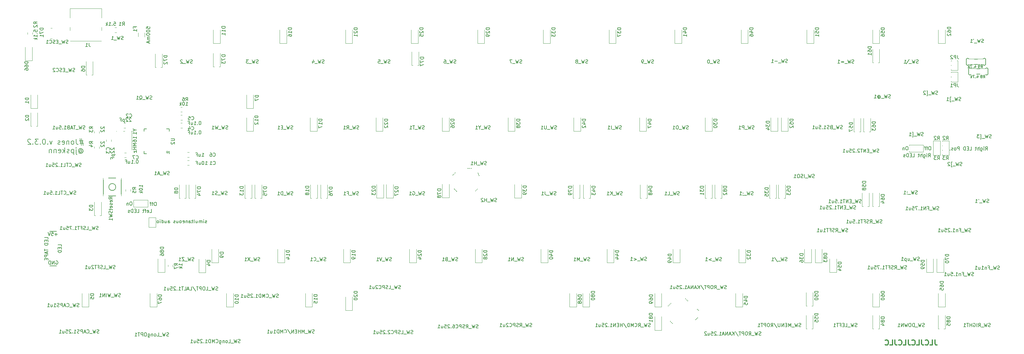
<source format=gbr>
G04 #@! TF.GenerationSoftware,KiCad,Pcbnew,(5.1.9-0-10_14)*
G04 #@! TF.CreationDate,2021-01-10T18:11:49+09:00*
G04 #@! TF.ProjectId,Jones,4a6f6e65-732e-46b6-9963-61645f706362,v.0.3.2*
G04 #@! TF.SameCoordinates,Original*
G04 #@! TF.FileFunction,Legend,Bot*
G04 #@! TF.FilePolarity,Positive*
%FSLAX46Y46*%
G04 Gerber Fmt 4.6, Leading zero omitted, Abs format (unit mm)*
G04 Created by KiCad (PCBNEW (5.1.9-0-10_14)) date 2021-01-10 18:11:49*
%MOMM*%
%LPD*%
G01*
G04 APERTURE LIST*
%ADD10C,0.150000*%
%ADD11C,0.300000*%
%ADD12C,0.200000*%
%ADD13C,0.120000*%
%ADD14C,1.500000*%
%ADD15O,5.600000X2.800000*%
%ADD16C,1.400000*%
%ADD17O,7.400240X5.400000*%
%ADD18C,5.400000*%
%ADD19C,3.400000*%
%ADD20C,4.387800*%
%ADD21C,2.150000*%
%ADD22C,2.400000*%
%ADD23C,1.797000*%
%ADD24C,1.100000*%
%ADD25O,1.300000X2.800000*%
%ADD26O,1.300000X2.100000*%
%ADD27C,2.650000*%
%ADD28C,3.448000*%
%ADD29O,1.400000X1.400000*%
%ADD30C,2.000000*%
G04 APERTURE END LIST*
D10*
X147300000Y-71600000D02*
X147450000Y-71750000D01*
X147600000Y-71900000D02*
X147750000Y-72050000D01*
X147900000Y-72200000D02*
X148050000Y-72350000D01*
X154300000Y-67300000D02*
X154350000Y-67450000D01*
X154450000Y-67650000D02*
X154500000Y-67800000D01*
X154150000Y-66950000D02*
X154200000Y-67100000D01*
X152100000Y-65650000D02*
X152250000Y-65650000D01*
X151650000Y-65650000D02*
X151800000Y-65650000D01*
X151200000Y-65650000D02*
X151350000Y-65650000D01*
X147500000Y-67050000D02*
X147600000Y-66950000D01*
X147200000Y-67350000D02*
X147300000Y-67250000D01*
X146900000Y-67650000D02*
X147000000Y-67550000D01*
X153500000Y-72200000D02*
X153600000Y-72100000D01*
X153750000Y-71950000D02*
X153850000Y-71850000D01*
X154000000Y-71700000D02*
X154100000Y-71600000D01*
X209450000Y-105200000D02*
X209550000Y-105100000D01*
X209200000Y-105450000D02*
X209300000Y-105350000D01*
X209700000Y-104950000D02*
X209800000Y-104850000D01*
X209950000Y-104700000D02*
X210050000Y-104600000D01*
X217600000Y-108950000D02*
X217700000Y-108850000D01*
X217100000Y-109450000D02*
X217200000Y-109350000D01*
X217350000Y-109200000D02*
X217450000Y-109100000D01*
X217850000Y-106650000D02*
X217950000Y-106750000D01*
X217600000Y-106400000D02*
X217700000Y-106500000D01*
X210350000Y-110450000D02*
X210450000Y-110550000D01*
X210050000Y-110150000D02*
X210150000Y-110250000D01*
X209750000Y-109850000D02*
X209850000Y-109950000D01*
X214800000Y-103950000D02*
X214900000Y-104050000D01*
X214500000Y-103650000D02*
X214600000Y-103750000D01*
X214200000Y-103350000D02*
X214300000Y-103450000D01*
D11*
X286307721Y-115258571D02*
X286307721Y-116330000D01*
X286379150Y-116544285D01*
X286522007Y-116687142D01*
X286736292Y-116758571D01*
X286879150Y-116758571D01*
X284879150Y-116758571D02*
X285593435Y-116758571D01*
X285593435Y-115258571D01*
X283522007Y-116615714D02*
X283593435Y-116687142D01*
X283807721Y-116758571D01*
X283950578Y-116758571D01*
X284164864Y-116687142D01*
X284307721Y-116544285D01*
X284379150Y-116401428D01*
X284450578Y-116115714D01*
X284450578Y-115901428D01*
X284379150Y-115615714D01*
X284307721Y-115472857D01*
X284164864Y-115330000D01*
X283950578Y-115258571D01*
X283807721Y-115258571D01*
X283593435Y-115330000D01*
X283522007Y-115401428D01*
X282450578Y-115258571D02*
X282450578Y-116330000D01*
X282522007Y-116544285D01*
X282664864Y-116687142D01*
X282879150Y-116758571D01*
X283022007Y-116758571D01*
X281022007Y-116758571D02*
X281736292Y-116758571D01*
X281736292Y-115258571D01*
X279664864Y-116615714D02*
X279736292Y-116687142D01*
X279950578Y-116758571D01*
X280093435Y-116758571D01*
X280307721Y-116687142D01*
X280450578Y-116544285D01*
X280522007Y-116401428D01*
X280593435Y-116115714D01*
X280593435Y-115901428D01*
X280522007Y-115615714D01*
X280450578Y-115472857D01*
X280307721Y-115330000D01*
X280093435Y-115258571D01*
X279950578Y-115258571D01*
X279736292Y-115330000D01*
X279664864Y-115401428D01*
X278593435Y-115258571D02*
X278593435Y-116330000D01*
X278664864Y-116544285D01*
X278807721Y-116687142D01*
X279022007Y-116758571D01*
X279164864Y-116758571D01*
X277164864Y-116758571D02*
X277879150Y-116758571D01*
X277879150Y-115258571D01*
X275807721Y-116615714D02*
X275879150Y-116687142D01*
X276093435Y-116758571D01*
X276236292Y-116758571D01*
X276450578Y-116687142D01*
X276593435Y-116544285D01*
X276664864Y-116401428D01*
X276736292Y-116115714D01*
X276736292Y-115901428D01*
X276664864Y-115615714D01*
X276593435Y-115472857D01*
X276450578Y-115330000D01*
X276236292Y-115258571D01*
X276093435Y-115258571D01*
X275879150Y-115330000D01*
X275807721Y-115401428D01*
X274736292Y-115258571D02*
X274736292Y-116330000D01*
X274807721Y-116544285D01*
X274950578Y-116687142D01*
X275164864Y-116758571D01*
X275307721Y-116758571D01*
X273307721Y-116758571D02*
X274022007Y-116758571D01*
X274022007Y-115258571D01*
X271950578Y-116615714D02*
X272022007Y-116687142D01*
X272236292Y-116758571D01*
X272379150Y-116758571D01*
X272593435Y-116687142D01*
X272736292Y-116544285D01*
X272807721Y-116401428D01*
X272879150Y-116115714D01*
X272879150Y-115901428D01*
X272807721Y-115615714D01*
X272736292Y-115472857D01*
X272593435Y-115330000D01*
X272379150Y-115258571D01*
X272236292Y-115258571D01*
X272022007Y-115330000D01*
X271950578Y-115401428D01*
D12*
X39984285Y-57703571D02*
X38912857Y-57703571D01*
X39555714Y-57060714D02*
X39984285Y-58989285D01*
X39055714Y-58346428D02*
X40127142Y-58346428D01*
X39484285Y-58989285D02*
X39055714Y-57060714D01*
X37984285Y-57203571D02*
X37984285Y-58275000D01*
X38055714Y-58489285D01*
X38198571Y-58632142D01*
X38412857Y-58703571D01*
X38555714Y-58703571D01*
X37055714Y-58703571D02*
X37198571Y-58632142D01*
X37270000Y-58560714D01*
X37341428Y-58417857D01*
X37341428Y-57989285D01*
X37270000Y-57846428D01*
X37198571Y-57775000D01*
X37055714Y-57703571D01*
X36841428Y-57703571D01*
X36698571Y-57775000D01*
X36627142Y-57846428D01*
X36555714Y-57989285D01*
X36555714Y-58417857D01*
X36627142Y-58560714D01*
X36698571Y-58632142D01*
X36841428Y-58703571D01*
X37055714Y-58703571D01*
X35912857Y-57703571D02*
X35912857Y-58703571D01*
X35912857Y-57846428D02*
X35841428Y-57775000D01*
X35698571Y-57703571D01*
X35484285Y-57703571D01*
X35341428Y-57775000D01*
X35270000Y-57917857D01*
X35270000Y-58703571D01*
X33984285Y-58632142D02*
X34127142Y-58703571D01*
X34412857Y-58703571D01*
X34555714Y-58632142D01*
X34627142Y-58489285D01*
X34627142Y-57917857D01*
X34555714Y-57775000D01*
X34412857Y-57703571D01*
X34127142Y-57703571D01*
X33984285Y-57775000D01*
X33912857Y-57917857D01*
X33912857Y-58060714D01*
X34627142Y-58203571D01*
X33341428Y-58632142D02*
X33198571Y-58703571D01*
X32912857Y-58703571D01*
X32770000Y-58632142D01*
X32698571Y-58489285D01*
X32698571Y-58417857D01*
X32770000Y-58275000D01*
X32912857Y-58203571D01*
X33127142Y-58203571D01*
X33270000Y-58132142D01*
X33341428Y-57989285D01*
X33341428Y-57917857D01*
X33270000Y-57775000D01*
X33127142Y-57703571D01*
X32912857Y-57703571D01*
X32770000Y-57775000D01*
X31055714Y-57703571D02*
X30698571Y-58703571D01*
X30341428Y-57703571D01*
X29770000Y-58560714D02*
X29698571Y-58632142D01*
X29770000Y-58703571D01*
X29841428Y-58632142D01*
X29770000Y-58560714D01*
X29770000Y-58703571D01*
X28770000Y-57203571D02*
X28627142Y-57203571D01*
X28484285Y-57275000D01*
X28412857Y-57346428D01*
X28341428Y-57489285D01*
X28270000Y-57775000D01*
X28270000Y-58132142D01*
X28341428Y-58417857D01*
X28412857Y-58560714D01*
X28484285Y-58632142D01*
X28627142Y-58703571D01*
X28770000Y-58703571D01*
X28912857Y-58632142D01*
X28984285Y-58560714D01*
X29055714Y-58417857D01*
X29127142Y-58132142D01*
X29127142Y-57775000D01*
X29055714Y-57489285D01*
X28984285Y-57346428D01*
X28912857Y-57275000D01*
X28770000Y-57203571D01*
X27627142Y-58560714D02*
X27555714Y-58632142D01*
X27627142Y-58703571D01*
X27698571Y-58632142D01*
X27627142Y-58560714D01*
X27627142Y-58703571D01*
X27055714Y-57203571D02*
X26127142Y-57203571D01*
X26627142Y-57775000D01*
X26412857Y-57775000D01*
X26270000Y-57846428D01*
X26198571Y-57917857D01*
X26127142Y-58060714D01*
X26127142Y-58417857D01*
X26198571Y-58560714D01*
X26270000Y-58632142D01*
X26412857Y-58703571D01*
X26841428Y-58703571D01*
X26984285Y-58632142D01*
X27055714Y-58560714D01*
X25484285Y-58560714D02*
X25412857Y-58632142D01*
X25484285Y-58703571D01*
X25555714Y-58632142D01*
X25484285Y-58560714D01*
X25484285Y-58703571D01*
X24841428Y-57346428D02*
X24770000Y-57275000D01*
X24627142Y-57203571D01*
X24270000Y-57203571D01*
X24127142Y-57275000D01*
X24055714Y-57346428D01*
X23984285Y-57489285D01*
X23984285Y-57632142D01*
X24055714Y-57846428D01*
X24912857Y-58703571D01*
X23984285Y-58703571D01*
X38984285Y-60439285D02*
X39055714Y-60367857D01*
X39198571Y-60296428D01*
X39341428Y-60296428D01*
X39484285Y-60367857D01*
X39555714Y-60439285D01*
X39627142Y-60582142D01*
X39627142Y-60725000D01*
X39555714Y-60867857D01*
X39484285Y-60939285D01*
X39341428Y-61010714D01*
X39198571Y-61010714D01*
X39055714Y-60939285D01*
X38984285Y-60867857D01*
X38984285Y-60296428D02*
X38984285Y-60867857D01*
X38912857Y-60939285D01*
X38841428Y-60939285D01*
X38698571Y-60867857D01*
X38627142Y-60725000D01*
X38627142Y-60367857D01*
X38770000Y-60153571D01*
X38984285Y-60010714D01*
X39270000Y-59939285D01*
X39555714Y-60010714D01*
X39770000Y-60153571D01*
X39912857Y-60367857D01*
X39984285Y-60653571D01*
X39912857Y-60939285D01*
X39770000Y-61153571D01*
X39555714Y-61296428D01*
X39270000Y-61367857D01*
X38984285Y-61296428D01*
X38770000Y-61153571D01*
X37984285Y-60153571D02*
X37984285Y-61439285D01*
X38055714Y-61582142D01*
X38198571Y-61653571D01*
X38270000Y-61653571D01*
X37984285Y-59653571D02*
X38055714Y-59725000D01*
X37984285Y-59796428D01*
X37912857Y-59725000D01*
X37984285Y-59653571D01*
X37984285Y-59796428D01*
X37270000Y-60153571D02*
X37270000Y-61653571D01*
X37270000Y-60225000D02*
X37127142Y-60153571D01*
X36841428Y-60153571D01*
X36698571Y-60225000D01*
X36627142Y-60296428D01*
X36555714Y-60439285D01*
X36555714Y-60867857D01*
X36627142Y-61010714D01*
X36698571Y-61082142D01*
X36841428Y-61153571D01*
X37127142Y-61153571D01*
X37270000Y-61082142D01*
X35984285Y-61082142D02*
X35841428Y-61153571D01*
X35555714Y-61153571D01*
X35412857Y-61082142D01*
X35341428Y-60939285D01*
X35341428Y-60867857D01*
X35412857Y-60725000D01*
X35555714Y-60653571D01*
X35770000Y-60653571D01*
X35912857Y-60582142D01*
X35984285Y-60439285D01*
X35984285Y-60367857D01*
X35912857Y-60225000D01*
X35770000Y-60153571D01*
X35555714Y-60153571D01*
X35412857Y-60225000D01*
X34698571Y-61153571D02*
X34698571Y-59653571D01*
X34555714Y-60582142D02*
X34127142Y-61153571D01*
X34127142Y-60153571D02*
X34698571Y-60725000D01*
X32912857Y-61082142D02*
X33055714Y-61153571D01*
X33341428Y-61153571D01*
X33484285Y-61082142D01*
X33555714Y-60939285D01*
X33555714Y-60367857D01*
X33484285Y-60225000D01*
X33341428Y-60153571D01*
X33055714Y-60153571D01*
X32912857Y-60225000D01*
X32841428Y-60367857D01*
X32841428Y-60510714D01*
X33555714Y-60653571D01*
X32198571Y-60153571D02*
X32198571Y-61153571D01*
X32198571Y-60296428D02*
X32127142Y-60225000D01*
X31984285Y-60153571D01*
X31770000Y-60153571D01*
X31627142Y-60225000D01*
X31555714Y-60367857D01*
X31555714Y-61153571D01*
X30841428Y-60153571D02*
X30841428Y-61153571D01*
X30841428Y-60296428D02*
X30770000Y-60225000D01*
X30627142Y-60153571D01*
X30412857Y-60153571D01*
X30270000Y-60225000D01*
X30198571Y-60367857D01*
X30198571Y-61153571D01*
D13*
X23940000Y-26388788D02*
X23940000Y-26911292D01*
X25360000Y-26388788D02*
X25360000Y-26911292D01*
X29650000Y-25100040D02*
X32050000Y-25100040D01*
X32050000Y-28200040D02*
X29100000Y-28200040D01*
X49600000Y-54950040D02*
X54100000Y-54950040D01*
X54100000Y-54950040D02*
X54100000Y-60350040D01*
X52311252Y-52540040D02*
X51788748Y-52540040D01*
X52311252Y-53960040D02*
X51788748Y-53960040D01*
X48160000Y-57911292D02*
X48160000Y-57388788D01*
X46740000Y-57911292D02*
X46740000Y-57388788D01*
X51988748Y-61140040D02*
X52511252Y-61140040D01*
X51988748Y-62560040D02*
X52511252Y-62560040D01*
X107650000Y-54900040D02*
X107650000Y-51000040D01*
X105650000Y-54900040D02*
X105650000Y-51000040D01*
X107650000Y-54900040D02*
X105650000Y-54900040D01*
X26850000Y-48300040D02*
X24850000Y-48300040D01*
X24850000Y-48300040D02*
X24850000Y-44400040D01*
X26850000Y-48300040D02*
X26850000Y-44400040D01*
X42850000Y-38700040D02*
X42850000Y-34800040D01*
X40850000Y-38700040D02*
X40850000Y-34800040D01*
X42850000Y-38700040D02*
X40850000Y-38700040D01*
X79650000Y-29500040D02*
X79650000Y-25600040D01*
X77650000Y-29500040D02*
X77650000Y-25600040D01*
X79650000Y-29500040D02*
X77650000Y-29500040D01*
X98850000Y-29500040D02*
X98850000Y-25600040D01*
X96850000Y-29500040D02*
X96850000Y-25600040D01*
X98850000Y-29500040D02*
X96850000Y-29500040D01*
X117850000Y-29500040D02*
X117850000Y-25600040D01*
X115850000Y-29500040D02*
X115850000Y-25600040D01*
X117850000Y-29500040D02*
X115850000Y-29500040D01*
X136850000Y-29500040D02*
X136850000Y-25600040D01*
X134850000Y-29500040D02*
X134850000Y-25600040D01*
X136850000Y-29500040D02*
X134850000Y-29500040D01*
X156050000Y-29500040D02*
X156050000Y-25600040D01*
X154050000Y-29500040D02*
X154050000Y-25600040D01*
X156050000Y-29500040D02*
X154050000Y-29500040D01*
X175050000Y-29500040D02*
X175050000Y-25600040D01*
X173050000Y-29500040D02*
X173050000Y-25600040D01*
X175050000Y-29500040D02*
X173050000Y-29500040D01*
X194050000Y-29500040D02*
X194050000Y-25600040D01*
X192050000Y-29500040D02*
X192050000Y-25600040D01*
X194050000Y-29500040D02*
X192050000Y-29500040D01*
X213050000Y-29500040D02*
X213050000Y-25600040D01*
X211050000Y-29500040D02*
X211050000Y-25600040D01*
X213050000Y-29500040D02*
X211050000Y-29500040D01*
X232250000Y-29500040D02*
X232250000Y-25600040D01*
X230250000Y-29500040D02*
X230250000Y-25600040D01*
X232250000Y-29500040D02*
X230250000Y-29500040D01*
X251250000Y-29500040D02*
X251250000Y-25600040D01*
X249250000Y-29500040D02*
X249250000Y-25600040D01*
X251250000Y-29500040D02*
X249250000Y-29500040D01*
X270250000Y-29500040D02*
X270250000Y-25600040D01*
X268250000Y-29500040D02*
X268250000Y-25600040D01*
X270250000Y-29500040D02*
X268250000Y-29500040D01*
X270250000Y-35100040D02*
X270250000Y-31200040D01*
X268250000Y-35100040D02*
X268250000Y-31200040D01*
X270250000Y-35100040D02*
X268250000Y-35100040D01*
X267250000Y-76700040D02*
X267250000Y-72800040D01*
X265250000Y-76700040D02*
X265250000Y-72800040D01*
X267250000Y-76700040D02*
X265250000Y-76700040D01*
X26850000Y-53500040D02*
X24850000Y-53500040D01*
X24850000Y-53500040D02*
X24850000Y-49600040D01*
X26850000Y-53500040D02*
X26850000Y-49600040D01*
X89250000Y-48300040D02*
X87250000Y-48300040D01*
X87250000Y-48300040D02*
X87250000Y-44400040D01*
X89250000Y-48300040D02*
X89250000Y-44400040D01*
X89250000Y-54900040D02*
X89250000Y-51000040D01*
X87250000Y-54900040D02*
X87250000Y-51000040D01*
X89250000Y-54900040D02*
X87250000Y-54900040D01*
X126650000Y-54900040D02*
X124650000Y-54900040D01*
X124650000Y-54900040D02*
X124650000Y-51000040D01*
X126650000Y-54900040D02*
X126650000Y-51000040D01*
X145850000Y-54900040D02*
X145850000Y-51000040D01*
X143850000Y-54900040D02*
X143850000Y-51000040D01*
X145850000Y-54900040D02*
X143850000Y-54900040D01*
X221850000Y-54900040D02*
X219850000Y-54900040D01*
X219850000Y-54900040D02*
X219850000Y-51000040D01*
X221850000Y-54900040D02*
X221850000Y-51000040D01*
X240850000Y-54900040D02*
X238850000Y-54900040D01*
X238850000Y-54900040D02*
X238850000Y-51000040D01*
X240850000Y-54900040D02*
X240850000Y-51000040D01*
X164850000Y-54900040D02*
X164850000Y-51000040D01*
X162850000Y-54900040D02*
X162850000Y-51000040D01*
X164850000Y-54900040D02*
X162850000Y-54900040D01*
X183850000Y-54900040D02*
X183850000Y-51000040D01*
X181850000Y-54900040D02*
X181850000Y-51000040D01*
X183850000Y-54900040D02*
X181850000Y-54900040D01*
X202850000Y-54900040D02*
X202850000Y-51000040D01*
X200850000Y-54900040D02*
X200850000Y-51000040D01*
X202850000Y-54900040D02*
X200850000Y-54900040D01*
X243850000Y-54900040D02*
X243850000Y-51000040D01*
X241850000Y-54900040D02*
X241850000Y-51000040D01*
X243850000Y-54900040D02*
X241850000Y-54900040D01*
X264850000Y-55100040D02*
X264850000Y-51200040D01*
X262850000Y-55100040D02*
X262850000Y-51200040D01*
X264850000Y-55100040D02*
X262850000Y-55100040D01*
X289250000Y-29500040D02*
X289250000Y-25600040D01*
X287250000Y-29500040D02*
X287250000Y-25600040D01*
X289250000Y-29500040D02*
X287250000Y-29500040D01*
X45250000Y-79300040D02*
X45250000Y-75400040D01*
X43250000Y-79300040D02*
X43250000Y-75400040D01*
X45250000Y-79300040D02*
X43250000Y-79300040D01*
X69750000Y-74300040D02*
X69750000Y-70400040D01*
X67750000Y-74300040D02*
X67750000Y-70400040D01*
X69750000Y-74300040D02*
X67750000Y-74300040D01*
X88750000Y-74300040D02*
X88750000Y-70400040D01*
X86750000Y-74300040D02*
X86750000Y-70400040D01*
X88750000Y-74300040D02*
X86750000Y-74300040D01*
X107750000Y-74300040D02*
X107750000Y-70400040D01*
X105750000Y-74300040D02*
X105750000Y-70400040D01*
X107750000Y-74300040D02*
X105750000Y-74300040D01*
X126850000Y-74200040D02*
X124850000Y-74200040D01*
X124850000Y-74200040D02*
X124850000Y-70300040D01*
X126850000Y-74200040D02*
X126850000Y-70300040D01*
X129650000Y-74200040D02*
X127650000Y-74200040D01*
X127650000Y-74200040D02*
X127650000Y-70300040D01*
X129650000Y-74200040D02*
X129650000Y-70300040D01*
X221850000Y-74300040D02*
X219850000Y-74300040D01*
X219850000Y-74300040D02*
X219850000Y-70400040D01*
X221850000Y-74300040D02*
X221850000Y-70400040D01*
X240450000Y-74300040D02*
X238450000Y-74300040D01*
X238450000Y-74300040D02*
X238450000Y-70400040D01*
X240450000Y-74300040D02*
X240450000Y-70400040D01*
X166750000Y-74200040D02*
X164750000Y-74200040D01*
X164750000Y-74200040D02*
X164750000Y-70300040D01*
X166750000Y-74200040D02*
X166750000Y-70300040D01*
X186650000Y-74300040D02*
X184650000Y-74300040D01*
X184650000Y-74300040D02*
X184650000Y-70400040D01*
X186650000Y-74300040D02*
X186650000Y-70400040D01*
X203050000Y-74300040D02*
X201050000Y-74300040D01*
X201050000Y-74300040D02*
X201050000Y-70400040D01*
X203050000Y-74300040D02*
X203050000Y-70400040D01*
X243050000Y-74300040D02*
X241050000Y-74300040D01*
X241050000Y-74300040D02*
X241050000Y-70400040D01*
X243050000Y-74300040D02*
X243050000Y-70400040D01*
X267650000Y-55100040D02*
X265650000Y-55100040D01*
X265650000Y-55100040D02*
X265650000Y-51200040D01*
X267650000Y-55100040D02*
X267650000Y-51200040D01*
X75450000Y-95800040D02*
X73450000Y-95800040D01*
X73450000Y-95800040D02*
X73450000Y-91900040D01*
X75450000Y-95800040D02*
X75450000Y-91900040D01*
X79150000Y-92900040D02*
X77150000Y-92900040D01*
X77150000Y-92900040D02*
X77150000Y-89000040D01*
X79150000Y-92900040D02*
X79150000Y-89000040D01*
X98250000Y-92900040D02*
X96250000Y-92900040D01*
X96250000Y-92900040D02*
X96250000Y-89000040D01*
X98250000Y-92900040D02*
X98250000Y-89000040D01*
X117250000Y-92900040D02*
X115250000Y-92900040D01*
X115250000Y-92900040D02*
X115250000Y-89000040D01*
X117250000Y-92900040D02*
X117250000Y-89000040D01*
X136350000Y-92900040D02*
X134350000Y-92900040D01*
X134350000Y-92900040D02*
X134350000Y-89000040D01*
X136350000Y-92900040D02*
X136350000Y-89000040D01*
X155350000Y-92900040D02*
X153350000Y-92900040D01*
X153350000Y-92900040D02*
X153350000Y-89000040D01*
X155350000Y-92900040D02*
X155350000Y-89000040D01*
X231550000Y-92900040D02*
X229550000Y-92900040D01*
X229550000Y-92900040D02*
X229550000Y-89000040D01*
X231550000Y-92900040D02*
X231550000Y-89000040D01*
X250550000Y-92900040D02*
X248550000Y-92900040D01*
X248550000Y-92900040D02*
X248550000Y-89000040D01*
X250550000Y-92900040D02*
X250550000Y-89000040D01*
X174350000Y-92900040D02*
X172350000Y-92900040D01*
X172350000Y-92900040D02*
X172350000Y-89000040D01*
X174350000Y-92900040D02*
X174350000Y-89000040D01*
X193450000Y-92900040D02*
X191450000Y-92900040D01*
X191450000Y-92900040D02*
X191450000Y-89000040D01*
X193450000Y-92900040D02*
X193450000Y-89000040D01*
X212550000Y-92900040D02*
X210550000Y-92900040D01*
X210550000Y-92900040D02*
X210550000Y-89000040D01*
X212550000Y-92900040D02*
X212550000Y-89000040D01*
X257850000Y-95700040D02*
X255850000Y-95700040D01*
X255850000Y-95700040D02*
X255850000Y-91800040D01*
X257850000Y-95700040D02*
X257850000Y-91800040D01*
X285850000Y-95700040D02*
X283850000Y-95700040D01*
X283850000Y-95700040D02*
X283850000Y-91800040D01*
X285850000Y-95700040D02*
X285850000Y-91800040D01*
X41650000Y-105700040D02*
X39650000Y-105700040D01*
X39650000Y-105700040D02*
X39650000Y-101800040D01*
X41650000Y-105700040D02*
X41650000Y-101800040D01*
X83450000Y-105700040D02*
X81450000Y-105700040D01*
X81450000Y-105700040D02*
X81450000Y-101800040D01*
X83450000Y-105700040D02*
X83450000Y-101800040D01*
X106250000Y-105700040D02*
X104250000Y-105700040D01*
X104250000Y-105700040D02*
X104250000Y-101800040D01*
X106250000Y-105700040D02*
X106250000Y-101800040D01*
X117850000Y-106700040D02*
X115850000Y-106700040D01*
X115850000Y-106700040D02*
X115850000Y-102800040D01*
X117850000Y-106700040D02*
X117850000Y-102800040D01*
X230650000Y-105700040D02*
X228650000Y-105700040D01*
X228650000Y-105700040D02*
X228650000Y-101800040D01*
X230650000Y-105700040D02*
X230650000Y-101800040D01*
X270250000Y-105700040D02*
X268250000Y-105700040D01*
X268250000Y-105700040D02*
X268250000Y-101800040D01*
X270250000Y-105700040D02*
X270250000Y-101800040D01*
X289250000Y-105700040D02*
X289250000Y-101800040D01*
X287250000Y-105700040D02*
X287250000Y-101800040D01*
X289250000Y-105700040D02*
X287250000Y-105700040D01*
X57760000Y-27652104D02*
X57760000Y-26447976D01*
X55940000Y-27652104D02*
X55940000Y-26447976D01*
D10*
X45843860Y-68465870D02*
X45843860Y-73665870D01*
X45843860Y-73665870D02*
X51043860Y-73665870D01*
X51043860Y-73665870D02*
X51043860Y-68465870D01*
X51043860Y-68465870D02*
X45843860Y-68465870D01*
X49443860Y-71065870D02*
G75*
G03*
X49443860Y-71065870I-1000000J0D01*
G01*
D13*
X251050000Y-105500040D02*
X249050000Y-105500040D01*
X249050000Y-105500040D02*
X249050000Y-101600040D01*
X251050000Y-105500040D02*
X251050000Y-101600040D01*
X251050000Y-112100040D02*
X251050000Y-108200040D01*
X249050000Y-112100040D02*
X249050000Y-108200040D01*
X251050000Y-112100040D02*
X249050000Y-112100040D01*
X270250000Y-76700040D02*
X268250000Y-76700040D01*
X268250000Y-76700040D02*
X268250000Y-72800040D01*
X270250000Y-76700040D02*
X270250000Y-72800040D01*
X61350000Y-105700040D02*
X59350000Y-105700040D01*
X59350000Y-105700040D02*
X59350000Y-101800040D01*
X61350000Y-105700040D02*
X61350000Y-101800040D01*
X182650000Y-105700040D02*
X180650000Y-105700040D01*
X180650000Y-105700040D02*
X180650000Y-101800040D01*
X182650000Y-105700040D02*
X182650000Y-101800040D01*
X207250000Y-105700040D02*
X207250000Y-101800040D01*
X205250000Y-105700040D02*
X205250000Y-101800040D01*
X207250000Y-105700040D02*
X205250000Y-105700040D01*
X288850000Y-95700040D02*
X288850000Y-91800040D01*
X286850000Y-95700040D02*
X286850000Y-91800040D01*
X288850000Y-95700040D02*
X286850000Y-95700040D01*
X68188748Y-52540040D02*
X68711252Y-52540040D01*
X68188748Y-53960040D02*
X68711252Y-53960040D01*
X68188748Y-51660040D02*
X68711252Y-51660040D01*
X68188748Y-50240040D02*
X68711252Y-50240040D01*
X70188748Y-61040040D02*
X70711252Y-61040040D01*
X70188748Y-62460040D02*
X70711252Y-62460040D01*
X54600000Y-74850040D02*
X54600000Y-76850040D01*
X58700000Y-74850040D02*
X54600000Y-74850040D01*
X58700000Y-76850040D02*
X58700000Y-74850040D01*
X54600000Y-76850040D02*
X58700000Y-76850040D01*
X43240000Y-55511292D02*
X43240000Y-54988788D01*
X44660000Y-55511292D02*
X44660000Y-54988788D01*
X44660000Y-59911292D02*
X44660000Y-59388788D01*
X43240000Y-59911292D02*
X43240000Y-59388788D01*
X53760000Y-71788788D02*
X53760000Y-72311292D01*
X52340000Y-71788788D02*
X52340000Y-72311292D01*
X68711252Y-47940040D02*
X68188748Y-47940040D01*
X68711252Y-49360040D02*
X68188748Y-49360040D01*
X49188748Y-24940040D02*
X49711252Y-24940040D01*
X49188748Y-26360040D02*
X49711252Y-26360040D01*
D12*
X64619258Y-60950040D02*
G75*
G03*
X64619258Y-60950040I-269258J0D01*
G01*
D10*
X64875000Y-54225040D02*
X64875000Y-55000040D01*
X57625000Y-54225040D02*
X57625000Y-55000040D01*
X57625000Y-61475040D02*
X57625000Y-60700040D01*
X64875000Y-61475040D02*
X64875000Y-60700040D01*
X57625000Y-54225040D02*
X58400000Y-54225040D01*
X57625000Y-61475040D02*
X58400000Y-61475040D01*
X64875000Y-54225040D02*
X64100000Y-54225040D01*
D13*
X25250000Y-34500040D02*
X23250000Y-34500040D01*
X23250000Y-34500040D02*
X23250000Y-30600040D01*
X25250000Y-34500040D02*
X25250000Y-30600040D01*
X62850000Y-36500040D02*
X62850000Y-32600040D01*
X60850000Y-36500040D02*
X60850000Y-32600040D01*
X62850000Y-36500040D02*
X60850000Y-36500040D01*
X79650000Y-36300040D02*
X77650000Y-36300040D01*
X77650000Y-36300040D02*
X77650000Y-32400040D01*
X79650000Y-36300040D02*
X79650000Y-32400040D01*
X72550000Y-74300040D02*
X72550000Y-70400040D01*
X70550000Y-74300040D02*
X70550000Y-70400040D01*
X72550000Y-74300040D02*
X70550000Y-74300040D01*
X91650000Y-74300040D02*
X89650000Y-74300040D01*
X89650000Y-74300040D02*
X89650000Y-70400040D01*
X91650000Y-74300040D02*
X91650000Y-70400040D01*
X110650000Y-74300040D02*
X110650000Y-70400040D01*
X108650000Y-74300040D02*
X108650000Y-70400040D01*
X110650000Y-74300040D02*
X108650000Y-74300040D01*
X137050000Y-35900040D02*
X135050000Y-35900040D01*
X135050000Y-35900040D02*
X135050000Y-32000040D01*
X137050000Y-35900040D02*
X137050000Y-32000040D01*
X145850000Y-74100040D02*
X145850000Y-70200040D01*
X143850000Y-74100040D02*
X143850000Y-70200040D01*
X145850000Y-74100040D02*
X143850000Y-74100040D01*
X183650000Y-74300040D02*
X181650000Y-74300040D01*
X181650000Y-74300040D02*
X181650000Y-70400040D01*
X183650000Y-74300040D02*
X183650000Y-70400040D01*
X186450000Y-105700040D02*
X186450000Y-101800040D01*
X184450000Y-105700040D02*
X184450000Y-101800040D01*
X186450000Y-105700040D02*
X184450000Y-105700040D01*
X207250000Y-112450000D02*
X205250000Y-112450000D01*
X205250000Y-112450000D02*
X205250000Y-108550000D01*
X207250000Y-112450000D02*
X207250000Y-108550000D01*
X224650000Y-74300040D02*
X224650000Y-70400040D01*
X222650000Y-74300040D02*
X222650000Y-70400040D01*
X224650000Y-74300040D02*
X222650000Y-74300040D01*
X253650000Y-92900040D02*
X251650000Y-92900040D01*
X251650000Y-92900040D02*
X251650000Y-89000040D01*
X253650000Y-92900040D02*
X253650000Y-89000040D01*
X270250000Y-112100040D02*
X270250000Y-108200040D01*
X268250000Y-112100040D02*
X268250000Y-108200040D01*
X270250000Y-112100040D02*
X268250000Y-112100040D01*
X289250000Y-112100040D02*
X287250000Y-112100040D01*
X287250000Y-112100040D02*
X287250000Y-108200040D01*
X289250000Y-112100040D02*
X289250000Y-108200040D01*
X63650000Y-95700040D02*
X63650000Y-91800040D01*
X61650000Y-95700040D02*
X61650000Y-91800040D01*
X63650000Y-95700040D02*
X61650000Y-95700040D01*
X64540000Y-93588788D02*
X64540000Y-94111292D01*
X65960000Y-93588788D02*
X65960000Y-94111292D01*
X36181552Y-19457233D02*
X45371552Y-19457233D01*
X36301552Y-28867233D02*
X45251552Y-28867233D01*
X45371552Y-22187233D02*
X45371552Y-19457233D01*
X36181552Y-22187233D02*
X36181552Y-19457233D01*
X45371552Y-25787233D02*
X45371552Y-24887233D01*
X36181552Y-25787233D02*
X36181552Y-24887233D01*
X70711252Y-64760040D02*
X70188748Y-64760040D01*
X70711252Y-63340040D02*
X70188748Y-63340040D01*
D12*
X32350000Y-93850040D02*
X30350000Y-93850040D01*
X32350000Y-83850040D02*
X30350000Y-83850040D01*
D13*
X287850000Y-57750000D02*
X285850000Y-57750000D01*
X287850000Y-61850000D02*
X287850000Y-57750000D01*
X285850000Y-61850000D02*
X287850000Y-61850000D01*
X285850000Y-57750000D02*
X285850000Y-61850000D01*
X290400000Y-61850000D02*
X290400000Y-57750000D01*
X290400000Y-57750000D02*
X288400000Y-57750000D01*
X288400000Y-57750000D02*
X288400000Y-61850000D01*
X288400000Y-61850000D02*
X290400000Y-61850000D01*
X290950000Y-37850040D02*
X290950000Y-40650040D01*
X290950000Y-40650040D02*
X292950000Y-40650040D01*
X292950000Y-40650040D02*
X292950000Y-37850040D01*
X292950000Y-37850040D02*
X290950000Y-37850040D01*
X290950000Y-37300040D02*
X292950000Y-37300040D01*
X290950000Y-34500040D02*
X290950000Y-37300040D01*
X292950000Y-34500040D02*
X290950000Y-34500040D01*
X292950000Y-37300040D02*
X292950000Y-34500040D01*
D10*
X301644000Y-37650040D02*
X302152000Y-37650040D01*
X295548000Y-37650040D02*
X296056000Y-37650040D01*
X296056000Y-36888040D02*
X296056000Y-38412040D01*
X296310000Y-36634040D02*
X296056000Y-36888040D01*
X296564000Y-36634040D02*
X296310000Y-36634040D01*
X296818000Y-36888040D02*
X296564000Y-36634040D01*
X300882000Y-36888040D02*
X296818000Y-36888040D01*
X301136000Y-36634040D02*
X300882000Y-36888040D01*
X301390000Y-36634040D02*
X301136000Y-36634040D01*
X301644000Y-36888040D02*
X301390000Y-36634040D01*
X301644000Y-38412040D02*
X301644000Y-36888040D01*
X301390000Y-38666040D02*
X301644000Y-38412040D01*
X301136000Y-38666040D02*
X301390000Y-38666040D01*
X300882000Y-38412040D02*
X301136000Y-38666040D01*
X296818000Y-38412040D02*
X300882000Y-38412040D01*
X296564000Y-38666040D02*
X296818000Y-38412040D01*
X296310000Y-38666040D02*
X296564000Y-38666040D01*
X296056000Y-38412040D02*
X296310000Y-38666040D01*
X295356000Y-35612040D02*
X295610000Y-35866040D01*
X295610000Y-35866040D02*
X295864000Y-35866040D01*
X295864000Y-35866040D02*
X296118000Y-35612040D01*
X296118000Y-35612040D02*
X300182000Y-35612040D01*
X300182000Y-35612040D02*
X300436000Y-35866040D01*
X300436000Y-35866040D02*
X300690000Y-35866040D01*
X300690000Y-35866040D02*
X300944000Y-35612040D01*
X300944000Y-35612040D02*
X300944000Y-34088040D01*
X300944000Y-34088040D02*
X300690000Y-33834040D01*
X300690000Y-33834040D02*
X300436000Y-33834040D01*
X300436000Y-33834040D02*
X300182000Y-34088040D01*
X300182000Y-34088040D02*
X296118000Y-34088040D01*
X296118000Y-34088040D02*
X295864000Y-33834040D01*
X295864000Y-33834040D02*
X295610000Y-33834040D01*
X295610000Y-33834040D02*
X295356000Y-34088040D01*
X295356000Y-34088040D02*
X295356000Y-35612040D01*
X294848000Y-34850040D02*
X295356000Y-34850040D01*
X300944000Y-34850040D02*
X301452000Y-34850040D01*
D13*
X59000000Y-79900000D02*
X59000000Y-82700000D01*
X59000000Y-82700000D02*
X61000000Y-82700000D01*
X61000000Y-82700000D02*
X61000000Y-79900000D01*
X61000000Y-79900000D02*
X59000000Y-79900000D01*
X278850000Y-60900000D02*
X282950000Y-60900000D01*
X282950000Y-60900000D02*
X282950000Y-58900000D01*
X282950000Y-58900000D02*
X278850000Y-58900000D01*
X278850000Y-58900000D02*
X278850000Y-60900000D01*
D10*
X138764285Y-73327961D02*
X138621428Y-73375580D01*
X138383333Y-73375580D01*
X138288095Y-73327961D01*
X138240476Y-73280342D01*
X138192857Y-73185104D01*
X138192857Y-73089866D01*
X138240476Y-72994628D01*
X138288095Y-72947009D01*
X138383333Y-72899390D01*
X138573809Y-72851771D01*
X138669047Y-72804152D01*
X138716666Y-72756533D01*
X138764285Y-72661295D01*
X138764285Y-72566057D01*
X138716666Y-72470819D01*
X138669047Y-72423200D01*
X138573809Y-72375580D01*
X138335714Y-72375580D01*
X138192857Y-72423200D01*
X137859523Y-72375580D02*
X137621428Y-73375580D01*
X137430952Y-72661295D01*
X137240476Y-73375580D01*
X137002380Y-72375580D01*
X136859523Y-73470819D02*
X136097619Y-73470819D01*
X135335714Y-72423200D02*
X135430952Y-72375580D01*
X135573809Y-72375580D01*
X135716666Y-72423200D01*
X135811904Y-72518438D01*
X135859523Y-72613676D01*
X135907142Y-72804152D01*
X135907142Y-72947009D01*
X135859523Y-73137485D01*
X135811904Y-73232723D01*
X135716666Y-73327961D01*
X135573809Y-73375580D01*
X135478571Y-73375580D01*
X135335714Y-73327961D01*
X135288095Y-73280342D01*
X135288095Y-72947009D01*
X135478571Y-72947009D01*
X134335714Y-73375580D02*
X134907142Y-73375580D01*
X134621428Y-73375580D02*
X134621428Y-72375580D01*
X134716666Y-72518438D01*
X134811904Y-72613676D01*
X134907142Y-72661295D01*
X262883333Y-35204761D02*
X262740476Y-35252380D01*
X262502380Y-35252380D01*
X262407142Y-35204761D01*
X262359523Y-35157142D01*
X262311904Y-35061904D01*
X262311904Y-34966666D01*
X262359523Y-34871428D01*
X262407142Y-34823809D01*
X262502380Y-34776190D01*
X262692857Y-34728571D01*
X262788095Y-34680952D01*
X262835714Y-34633333D01*
X262883333Y-34538095D01*
X262883333Y-34442857D01*
X262835714Y-34347619D01*
X262788095Y-34300000D01*
X262692857Y-34252380D01*
X262454761Y-34252380D01*
X262311904Y-34300000D01*
X261978571Y-34252380D02*
X261740476Y-35252380D01*
X261550000Y-34538095D01*
X261359523Y-35252380D01*
X261121428Y-34252380D01*
X260978571Y-35347619D02*
X260216666Y-35347619D01*
X259978571Y-34728571D02*
X259216666Y-34728571D01*
X259216666Y-35014285D02*
X259978571Y-35014285D01*
X258216666Y-35252380D02*
X258788095Y-35252380D01*
X258502380Y-35252380D02*
X258502380Y-34252380D01*
X258597619Y-34395238D01*
X258692857Y-34490476D01*
X258788095Y-34538095D01*
X281473699Y-35227841D02*
X281330841Y-35275460D01*
X281092746Y-35275460D01*
X280997508Y-35227841D01*
X280949889Y-35180222D01*
X280902270Y-35084984D01*
X280902270Y-34989746D01*
X280949889Y-34894508D01*
X280997508Y-34846889D01*
X281092746Y-34799270D01*
X281283222Y-34751651D01*
X281378460Y-34704032D01*
X281426080Y-34656413D01*
X281473699Y-34561175D01*
X281473699Y-34465937D01*
X281426080Y-34370699D01*
X281378460Y-34323080D01*
X281283222Y-34275460D01*
X281045127Y-34275460D01*
X280902270Y-34323080D01*
X280568937Y-34275460D02*
X280330841Y-35275460D01*
X280140365Y-34561175D01*
X279949889Y-35275460D01*
X279711794Y-34275460D01*
X279568937Y-35370699D02*
X278807032Y-35370699D01*
X278902270Y-34180222D02*
X278045127Y-35465937D01*
X277378460Y-35275460D02*
X277949889Y-35275460D01*
X277664175Y-35275460D02*
X277664175Y-34275460D01*
X277759413Y-34418318D01*
X277854651Y-34513556D01*
X277949889Y-34561175D01*
X119642857Y-73327961D02*
X119500000Y-73375580D01*
X119261904Y-73375580D01*
X119166666Y-73327961D01*
X119119047Y-73280342D01*
X119071428Y-73185104D01*
X119071428Y-73089866D01*
X119119047Y-72994628D01*
X119166666Y-72947009D01*
X119261904Y-72899390D01*
X119452380Y-72851771D01*
X119547619Y-72804152D01*
X119595238Y-72756533D01*
X119642857Y-72661295D01*
X119642857Y-72566057D01*
X119595238Y-72470819D01*
X119547619Y-72423200D01*
X119452380Y-72375580D01*
X119214285Y-72375580D01*
X119071428Y-72423200D01*
X118738095Y-72375580D02*
X118500000Y-73375580D01*
X118309523Y-72661295D01*
X118119047Y-73375580D01*
X117880952Y-72375580D01*
X117738095Y-73470819D02*
X116976190Y-73470819D01*
X116404761Y-72851771D02*
X116738095Y-72851771D01*
X116738095Y-73375580D02*
X116738095Y-72375580D01*
X116261904Y-72375580D01*
X115357142Y-73375580D02*
X115928571Y-73375580D01*
X115642857Y-73375580D02*
X115642857Y-72375580D01*
X115738095Y-72518438D01*
X115833333Y-72613676D01*
X115928571Y-72661295D01*
X26702380Y-23883373D02*
X26226190Y-23550040D01*
X26702380Y-23311944D02*
X25702380Y-23311944D01*
X25702380Y-23692897D01*
X25750000Y-23788135D01*
X25797619Y-23835754D01*
X25892857Y-23883373D01*
X26035714Y-23883373D01*
X26130952Y-23835754D01*
X26178571Y-23788135D01*
X26226190Y-23692897D01*
X26226190Y-23311944D01*
X25797619Y-24264325D02*
X25750000Y-24311944D01*
X25702380Y-24407182D01*
X25702380Y-24645278D01*
X25750000Y-24740516D01*
X25797619Y-24788135D01*
X25892857Y-24835754D01*
X25988095Y-24835754D01*
X26130952Y-24788135D01*
X26702380Y-24216706D01*
X26702380Y-24835754D01*
X25752380Y-26169087D02*
X25752380Y-25692897D01*
X26228571Y-25645278D01*
X26180952Y-25692897D01*
X26133333Y-25788135D01*
X26133333Y-26026230D01*
X26180952Y-26121468D01*
X26228571Y-26169087D01*
X26323809Y-26216706D01*
X26561904Y-26216706D01*
X26657142Y-26169087D01*
X26704761Y-26121468D01*
X26752380Y-26026230D01*
X26752380Y-25788135D01*
X26704761Y-25692897D01*
X26657142Y-25645278D01*
X26657142Y-26645278D02*
X26704761Y-26692897D01*
X26752380Y-26645278D01*
X26704761Y-26597659D01*
X26657142Y-26645278D01*
X26752380Y-26645278D01*
X26752380Y-27645278D02*
X26752380Y-27073849D01*
X26752380Y-27359563D02*
X25752380Y-27359563D01*
X25895238Y-27264325D01*
X25990476Y-27169087D01*
X26038095Y-27073849D01*
X26752380Y-28073849D02*
X25752380Y-28073849D01*
X26371428Y-28169087D02*
X26752380Y-28454801D01*
X26085714Y-28454801D02*
X26466666Y-28073849D01*
X28502380Y-25135754D02*
X27502380Y-25135754D01*
X27502380Y-25373849D01*
X27550000Y-25516706D01*
X27645238Y-25611944D01*
X27740476Y-25659563D01*
X27930952Y-25707182D01*
X28073809Y-25707182D01*
X28264285Y-25659563D01*
X28359523Y-25611944D01*
X28454761Y-25516706D01*
X28502380Y-25373849D01*
X28502380Y-25135754D01*
X27502380Y-26040516D02*
X27502380Y-26707182D01*
X28502380Y-26278611D01*
X28502380Y-27611944D02*
X28502380Y-27040516D01*
X28502380Y-27326230D02*
X27502380Y-27326230D01*
X27645238Y-27230992D01*
X27740476Y-27135754D01*
X27788095Y-27040516D01*
X59888095Y-45654801D02*
X59745238Y-45702420D01*
X59507142Y-45702420D01*
X59411904Y-45654801D01*
X59364285Y-45607182D01*
X59316666Y-45511944D01*
X59316666Y-45416706D01*
X59364285Y-45321468D01*
X59411904Y-45273849D01*
X59507142Y-45226230D01*
X59697619Y-45178611D01*
X59792857Y-45130992D01*
X59840476Y-45083373D01*
X59888095Y-44988135D01*
X59888095Y-44892897D01*
X59840476Y-44797659D01*
X59792857Y-44750040D01*
X59697619Y-44702420D01*
X59459523Y-44702420D01*
X59316666Y-44750040D01*
X58983333Y-44702420D02*
X58745238Y-45702420D01*
X58554761Y-44988135D01*
X58364285Y-45702420D01*
X58126190Y-44702420D01*
X57983333Y-45797659D02*
X57221428Y-45797659D01*
X56316666Y-45797659D02*
X56411904Y-45750040D01*
X56507142Y-45654801D01*
X56650000Y-45511944D01*
X56745238Y-45464325D01*
X56840476Y-45464325D01*
X56792857Y-45702420D02*
X56888095Y-45654801D01*
X56983333Y-45559563D01*
X57030952Y-45369087D01*
X57030952Y-45035754D01*
X56983333Y-44845278D01*
X56888095Y-44750040D01*
X56792857Y-44702420D01*
X56602380Y-44702420D01*
X56507142Y-44750040D01*
X56411904Y-44845278D01*
X56364285Y-45035754D01*
X56364285Y-45369087D01*
X56411904Y-45559563D01*
X56507142Y-45654801D01*
X56602380Y-45702420D01*
X56792857Y-45702420D01*
X55411904Y-45702420D02*
X55983333Y-45702420D01*
X55697619Y-45702420D02*
X55697619Y-44702420D01*
X55792857Y-44845278D01*
X55888095Y-44940516D01*
X55983333Y-44988135D01*
X64942857Y-67504761D02*
X64800000Y-67552380D01*
X64561904Y-67552380D01*
X64466666Y-67504761D01*
X64419047Y-67457142D01*
X64371428Y-67361904D01*
X64371428Y-67266666D01*
X64419047Y-67171428D01*
X64466666Y-67123809D01*
X64561904Y-67076190D01*
X64752380Y-67028571D01*
X64847619Y-66980952D01*
X64895238Y-66933333D01*
X64942857Y-66838095D01*
X64942857Y-66742857D01*
X64895238Y-66647619D01*
X64847619Y-66600000D01*
X64752380Y-66552380D01*
X64514285Y-66552380D01*
X64371428Y-66600000D01*
X64038095Y-66552380D02*
X63800000Y-67552380D01*
X63609523Y-66838095D01*
X63419047Y-67552380D01*
X63180952Y-66552380D01*
X63038095Y-67647619D02*
X62276190Y-67647619D01*
X62085714Y-67266666D02*
X61609523Y-67266666D01*
X62180952Y-67552380D02*
X61847619Y-66552380D01*
X61514285Y-67552380D01*
X60657142Y-67552380D02*
X61228571Y-67552380D01*
X60942857Y-67552380D02*
X60942857Y-66552380D01*
X61038095Y-66695238D01*
X61133333Y-66790476D01*
X61228571Y-66838095D01*
X176745878Y-73327961D02*
X176603020Y-73375580D01*
X176364925Y-73375580D01*
X176269687Y-73327961D01*
X176222068Y-73280342D01*
X176174449Y-73185104D01*
X176174449Y-73089866D01*
X176222068Y-72994628D01*
X176269687Y-72947009D01*
X176364925Y-72899390D01*
X176555401Y-72851771D01*
X176650640Y-72804152D01*
X176698259Y-72756533D01*
X176745878Y-72661295D01*
X176745878Y-72566057D01*
X176698259Y-72470819D01*
X176650640Y-72423200D01*
X176555401Y-72375580D01*
X176317306Y-72375580D01*
X176174449Y-72423200D01*
X175841116Y-72375580D02*
X175603020Y-73375580D01*
X175412544Y-72661295D01*
X175222068Y-73375580D01*
X174983973Y-72375580D01*
X174841116Y-73470819D02*
X174079211Y-73470819D01*
X173555401Y-72375580D02*
X173555401Y-73089866D01*
X173603020Y-73232723D01*
X173698259Y-73327961D01*
X173841116Y-73375580D01*
X173936354Y-73375580D01*
X172555401Y-73375580D02*
X173126830Y-73375580D01*
X172841116Y-73375580D02*
X172841116Y-72375580D01*
X172936354Y-72518438D01*
X173031592Y-72613676D01*
X173126830Y-72661295D01*
X40566666Y-54277881D02*
X40423809Y-54325500D01*
X40185714Y-54325500D01*
X40090476Y-54277881D01*
X40042857Y-54230262D01*
X39995238Y-54135024D01*
X39995238Y-54039786D01*
X40042857Y-53944548D01*
X40090476Y-53896929D01*
X40185714Y-53849310D01*
X40376190Y-53801691D01*
X40471428Y-53754072D01*
X40519047Y-53706453D01*
X40566666Y-53611215D01*
X40566666Y-53515977D01*
X40519047Y-53420739D01*
X40471428Y-53373120D01*
X40376190Y-53325500D01*
X40138095Y-53325500D01*
X39995238Y-53373120D01*
X39661904Y-53325500D02*
X39423809Y-54325500D01*
X39233333Y-53611215D01*
X39042857Y-54325500D01*
X38804761Y-53325500D01*
X38661904Y-54420739D02*
X37900000Y-54420739D01*
X37804761Y-53325500D02*
X37233333Y-53325500D01*
X37519047Y-54325500D02*
X37519047Y-53325500D01*
X36947619Y-54039786D02*
X36471428Y-54039786D01*
X37042857Y-54325500D02*
X36709523Y-53325500D01*
X36376190Y-54325500D01*
X35709523Y-53801691D02*
X35566666Y-53849310D01*
X35519047Y-53896929D01*
X35471428Y-53992167D01*
X35471428Y-54135024D01*
X35519047Y-54230262D01*
X35566666Y-54277881D01*
X35661904Y-54325500D01*
X36042857Y-54325500D01*
X36042857Y-53325500D01*
X35709523Y-53325500D01*
X35614285Y-53373120D01*
X35566666Y-53420739D01*
X35519047Y-53515977D01*
X35519047Y-53611215D01*
X35566666Y-53706453D01*
X35614285Y-53754072D01*
X35709523Y-53801691D01*
X36042857Y-53801691D01*
X34519047Y-54325500D02*
X35090476Y-54325500D01*
X34804761Y-54325500D02*
X34804761Y-53325500D01*
X34900000Y-53468358D01*
X34995238Y-53563596D01*
X35090476Y-53611215D01*
X34090476Y-54230262D02*
X34042857Y-54277881D01*
X34090476Y-54325500D01*
X34138095Y-54277881D01*
X34090476Y-54230262D01*
X34090476Y-54325500D01*
X33138095Y-53325500D02*
X33614285Y-53325500D01*
X33661904Y-53801691D01*
X33614285Y-53754072D01*
X33519047Y-53706453D01*
X33280952Y-53706453D01*
X33185714Y-53754072D01*
X33138095Y-53801691D01*
X33090476Y-53896929D01*
X33090476Y-54135024D01*
X33138095Y-54230262D01*
X33185714Y-54277881D01*
X33280952Y-54325500D01*
X33519047Y-54325500D01*
X33614285Y-54277881D01*
X33661904Y-54230262D01*
X32233333Y-53658834D02*
X32233333Y-54325500D01*
X32661904Y-53658834D02*
X32661904Y-54182643D01*
X32614285Y-54277881D01*
X32519047Y-54325500D01*
X32376190Y-54325500D01*
X32280952Y-54277881D01*
X32233333Y-54230262D01*
X31233333Y-54325500D02*
X31804761Y-54325500D01*
X31519047Y-54325500D02*
X31519047Y-53325500D01*
X31614285Y-53468358D01*
X31709523Y-53563596D01*
X31804761Y-53611215D01*
X54926190Y-54573849D02*
X55402380Y-54573849D01*
X54402380Y-54240516D02*
X54926190Y-54573849D01*
X54402380Y-54907182D01*
X55402380Y-55764325D02*
X55402380Y-55192897D01*
X55402380Y-55478611D02*
X54402380Y-55478611D01*
X54545238Y-55383373D01*
X54640476Y-55288135D01*
X54688095Y-55192897D01*
X55402380Y-57059563D02*
X55402380Y-56488135D01*
X55402380Y-56773849D02*
X54402380Y-56773849D01*
X54545238Y-56678611D01*
X54640476Y-56583373D01*
X54688095Y-56488135D01*
X54402380Y-57916706D02*
X54402380Y-57726230D01*
X54450000Y-57630992D01*
X54497619Y-57583373D01*
X54640476Y-57488135D01*
X54830952Y-57440516D01*
X55211904Y-57440516D01*
X55307142Y-57488135D01*
X55354761Y-57535754D01*
X55402380Y-57630992D01*
X55402380Y-57821468D01*
X55354761Y-57916706D01*
X55307142Y-57964325D01*
X55211904Y-58011944D01*
X54973809Y-58011944D01*
X54878571Y-57964325D01*
X54830952Y-57916706D01*
X54783333Y-57821468D01*
X54783333Y-57630992D01*
X54830952Y-57535754D01*
X54878571Y-57488135D01*
X54973809Y-57440516D01*
X55402380Y-58440516D02*
X54402380Y-58440516D01*
X55116666Y-58773849D01*
X54402380Y-59107182D01*
X55402380Y-59107182D01*
X55402380Y-59583373D02*
X54402380Y-59583373D01*
X54878571Y-59583373D02*
X54878571Y-60154801D01*
X55402380Y-60154801D02*
X54402380Y-60154801D01*
X54735714Y-60535754D02*
X54735714Y-61059563D01*
X55402380Y-60535754D01*
X55402380Y-61059563D01*
X53416666Y-50807182D02*
X53464285Y-50854801D01*
X53607142Y-50902420D01*
X53702380Y-50902420D01*
X53845238Y-50854801D01*
X53940476Y-50759563D01*
X53988095Y-50664325D01*
X54035714Y-50473849D01*
X54035714Y-50330992D01*
X53988095Y-50140516D01*
X53940476Y-50045278D01*
X53845238Y-49950040D01*
X53702380Y-49902420D01*
X53607142Y-49902420D01*
X53464285Y-49950040D01*
X53416666Y-49997659D01*
X53035714Y-49997659D02*
X52988095Y-49950040D01*
X52892857Y-49902420D01*
X52654761Y-49902420D01*
X52559523Y-49950040D01*
X52511904Y-49997659D01*
X52464285Y-50092897D01*
X52464285Y-50188135D01*
X52511904Y-50330992D01*
X53083333Y-50902420D01*
X52464285Y-50902420D01*
X53892857Y-51197659D02*
X53845238Y-51150040D01*
X53750000Y-51102420D01*
X53511904Y-51102420D01*
X53416666Y-51150040D01*
X53369047Y-51197659D01*
X53321428Y-51292897D01*
X53321428Y-51388135D01*
X53369047Y-51530992D01*
X53940476Y-52102420D01*
X53321428Y-52102420D01*
X52940476Y-51197659D02*
X52892857Y-51150040D01*
X52797619Y-51102420D01*
X52559523Y-51102420D01*
X52464285Y-51150040D01*
X52416666Y-51197659D01*
X52369047Y-51292897D01*
X52369047Y-51388135D01*
X52416666Y-51530992D01*
X52988095Y-52102420D01*
X52369047Y-52102420D01*
X51940476Y-51435754D02*
X51940476Y-52435754D01*
X51940476Y-51483373D02*
X51845238Y-51435754D01*
X51654761Y-51435754D01*
X51559523Y-51483373D01*
X51511904Y-51530992D01*
X51464285Y-51626230D01*
X51464285Y-51911944D01*
X51511904Y-52007182D01*
X51559523Y-52054801D01*
X51654761Y-52102420D01*
X51845238Y-52102420D01*
X51940476Y-52054801D01*
X50702380Y-51578611D02*
X51035714Y-51578611D01*
X51035714Y-52102420D02*
X51035714Y-51102420D01*
X50559523Y-51102420D01*
X47607142Y-60283373D02*
X47654761Y-60235754D01*
X47702380Y-60092897D01*
X47702380Y-59997659D01*
X47654761Y-59854801D01*
X47559523Y-59759563D01*
X47464285Y-59711944D01*
X47273809Y-59664325D01*
X47130952Y-59664325D01*
X46940476Y-59711944D01*
X46845238Y-59759563D01*
X46750000Y-59854801D01*
X46702380Y-59997659D01*
X46702380Y-60092897D01*
X46750000Y-60235754D01*
X46797619Y-60283373D01*
X46702380Y-60616706D02*
X46702380Y-61235754D01*
X47083333Y-60902420D01*
X47083333Y-61045278D01*
X47130952Y-61140516D01*
X47178571Y-61188135D01*
X47273809Y-61235754D01*
X47511904Y-61235754D01*
X47607142Y-61188135D01*
X47654761Y-61140516D01*
X47702380Y-61045278D01*
X47702380Y-60759563D01*
X47654761Y-60664325D01*
X47607142Y-60616706D01*
X48097619Y-59707182D02*
X48050000Y-59754801D01*
X48002380Y-59850040D01*
X48002380Y-60088135D01*
X48050000Y-60183373D01*
X48097619Y-60230992D01*
X48192857Y-60278611D01*
X48288095Y-60278611D01*
X48430952Y-60230992D01*
X49002380Y-59659563D01*
X49002380Y-60278611D01*
X48097619Y-60659563D02*
X48050000Y-60707182D01*
X48002380Y-60802420D01*
X48002380Y-61040516D01*
X48050000Y-61135754D01*
X48097619Y-61183373D01*
X48192857Y-61230992D01*
X48288095Y-61230992D01*
X48430952Y-61183373D01*
X49002380Y-60611944D01*
X49002380Y-61230992D01*
X48335714Y-61659563D02*
X49335714Y-61659563D01*
X48383333Y-61659563D02*
X48335714Y-61754801D01*
X48335714Y-61945278D01*
X48383333Y-62040516D01*
X48430952Y-62088135D01*
X48526190Y-62135754D01*
X48811904Y-62135754D01*
X48907142Y-62088135D01*
X48954761Y-62040516D01*
X49002380Y-61945278D01*
X49002380Y-61754801D01*
X48954761Y-61659563D01*
X48478571Y-62897659D02*
X48478571Y-62564325D01*
X49002380Y-62564325D02*
X48002380Y-62564325D01*
X48002380Y-63040516D01*
X55348666Y-62853182D02*
X55396285Y-62900801D01*
X55539142Y-62948420D01*
X55634380Y-62948420D01*
X55777238Y-62900801D01*
X55872476Y-62805563D01*
X55920095Y-62710325D01*
X55967714Y-62519849D01*
X55967714Y-62376992D01*
X55920095Y-62186516D01*
X55872476Y-62091278D01*
X55777238Y-61996040D01*
X55634380Y-61948420D01*
X55539142Y-61948420D01*
X55396285Y-61996040D01*
X55348666Y-62043659D01*
X55015333Y-61948420D02*
X54348666Y-61948420D01*
X54777238Y-62948420D01*
X55692857Y-63202420D02*
X55597619Y-63202420D01*
X55502380Y-63250040D01*
X55454761Y-63297659D01*
X55407142Y-63392897D01*
X55359523Y-63583373D01*
X55359523Y-63821468D01*
X55407142Y-64011944D01*
X55454761Y-64107182D01*
X55502380Y-64154801D01*
X55597619Y-64202420D01*
X55692857Y-64202420D01*
X55788095Y-64154801D01*
X55835714Y-64107182D01*
X55883333Y-64011944D01*
X55930952Y-63821468D01*
X55930952Y-63583373D01*
X55883333Y-63392897D01*
X55835714Y-63297659D01*
X55788095Y-63250040D01*
X55692857Y-63202420D01*
X54930952Y-64107182D02*
X54883333Y-64154801D01*
X54930952Y-64202420D01*
X54978571Y-64154801D01*
X54930952Y-64107182D01*
X54930952Y-64202420D01*
X53930952Y-64202420D02*
X54502380Y-64202420D01*
X54216666Y-64202420D02*
X54216666Y-63202420D01*
X54311904Y-63345278D01*
X54407142Y-63440516D01*
X54502380Y-63488135D01*
X53073809Y-63535754D02*
X53073809Y-64202420D01*
X53502380Y-63535754D02*
X53502380Y-64059563D01*
X53454761Y-64154801D01*
X53359523Y-64202420D01*
X53216666Y-64202420D01*
X53121428Y-64154801D01*
X53073809Y-64107182D01*
X52264285Y-63678611D02*
X52597619Y-63678611D01*
X52597619Y-64202420D02*
X52597619Y-63202420D01*
X52121428Y-63202420D01*
X51614285Y-28404761D02*
X51471428Y-28452380D01*
X51233333Y-28452380D01*
X51138095Y-28404761D01*
X51090476Y-28357142D01*
X51042857Y-28261904D01*
X51042857Y-28166666D01*
X51090476Y-28071428D01*
X51138095Y-28023809D01*
X51233333Y-27976190D01*
X51423809Y-27928571D01*
X51519047Y-27880952D01*
X51566666Y-27833333D01*
X51614285Y-27738095D01*
X51614285Y-27642857D01*
X51566666Y-27547619D01*
X51519047Y-27500000D01*
X51423809Y-27452380D01*
X51185714Y-27452380D01*
X51042857Y-27500000D01*
X50709523Y-27452380D02*
X50471428Y-28452380D01*
X50280952Y-27738095D01*
X50090476Y-28452380D01*
X49852380Y-27452380D01*
X49709523Y-28547619D02*
X48947619Y-28547619D01*
X48185714Y-28452380D02*
X48757142Y-28452380D01*
X48471428Y-28452380D02*
X48471428Y-27452380D01*
X48566666Y-27595238D01*
X48661904Y-27690476D01*
X48757142Y-27738095D01*
X109102380Y-51435754D02*
X108102380Y-51435754D01*
X108102380Y-51673849D01*
X108150000Y-51816706D01*
X108245238Y-51911944D01*
X108340476Y-51959563D01*
X108530952Y-52007182D01*
X108673809Y-52007182D01*
X108864285Y-51959563D01*
X108959523Y-51911944D01*
X109054761Y-51816706D01*
X109102380Y-51673849D01*
X109102380Y-51435754D01*
X109102380Y-52959563D02*
X109102380Y-52388135D01*
X109102380Y-52673849D02*
X108102380Y-52673849D01*
X108245238Y-52578611D01*
X108340476Y-52483373D01*
X108388095Y-52388135D01*
X108102380Y-53292897D02*
X108102380Y-53959563D01*
X109102380Y-53530992D01*
X24270380Y-45311944D02*
X23270380Y-45311944D01*
X23270380Y-45550040D01*
X23318000Y-45692897D01*
X23413238Y-45788135D01*
X23508476Y-45835754D01*
X23698952Y-45883373D01*
X23841809Y-45883373D01*
X24032285Y-45835754D01*
X24127523Y-45788135D01*
X24222761Y-45692897D01*
X24270380Y-45550040D01*
X24270380Y-45311944D01*
X24270380Y-46835754D02*
X24270380Y-46264325D01*
X24270380Y-46550040D02*
X23270380Y-46550040D01*
X23413238Y-46454801D01*
X23508476Y-46359563D01*
X23556095Y-46264325D01*
X40502380Y-36111944D02*
X39502380Y-36111944D01*
X39502380Y-36350040D01*
X39550000Y-36492897D01*
X39645238Y-36588135D01*
X39740476Y-36635754D01*
X39930952Y-36683373D01*
X40073809Y-36683373D01*
X40264285Y-36635754D01*
X40359523Y-36588135D01*
X40454761Y-36492897D01*
X40502380Y-36350040D01*
X40502380Y-36111944D01*
X39502380Y-37540516D02*
X39502380Y-37350040D01*
X39550000Y-37254801D01*
X39597619Y-37207182D01*
X39740476Y-37111944D01*
X39930952Y-37064325D01*
X40311904Y-37064325D01*
X40407142Y-37111944D01*
X40454761Y-37159563D01*
X40502380Y-37254801D01*
X40502380Y-37445278D01*
X40454761Y-37540516D01*
X40407142Y-37588135D01*
X40311904Y-37635754D01*
X40073809Y-37635754D01*
X39978571Y-37588135D01*
X39930952Y-37540516D01*
X39883333Y-37445278D01*
X39883333Y-37254801D01*
X39930952Y-37159563D01*
X39978571Y-37111944D01*
X40073809Y-37064325D01*
X81102380Y-24635754D02*
X80102380Y-24635754D01*
X80102380Y-24873849D01*
X80150000Y-25016706D01*
X80245238Y-25111944D01*
X80340476Y-25159563D01*
X80530952Y-25207182D01*
X80673809Y-25207182D01*
X80864285Y-25159563D01*
X80959523Y-25111944D01*
X81054761Y-25016706D01*
X81102380Y-24873849D01*
X81102380Y-24635754D01*
X81102380Y-26159563D02*
X81102380Y-25588135D01*
X81102380Y-25873849D02*
X80102380Y-25873849D01*
X80245238Y-25778611D01*
X80340476Y-25683373D01*
X80388095Y-25588135D01*
X81102380Y-27111944D02*
X81102380Y-26540516D01*
X81102380Y-26826230D02*
X80102380Y-26826230D01*
X80245238Y-26730992D01*
X80340476Y-26635754D01*
X80388095Y-26540516D01*
X100302380Y-25035754D02*
X99302380Y-25035754D01*
X99302380Y-25273849D01*
X99350000Y-25416706D01*
X99445238Y-25511944D01*
X99540476Y-25559563D01*
X99730952Y-25607182D01*
X99873809Y-25607182D01*
X100064285Y-25559563D01*
X100159523Y-25511944D01*
X100254761Y-25416706D01*
X100302380Y-25273849D01*
X100302380Y-25035754D01*
X100302380Y-26559563D02*
X100302380Y-25988135D01*
X100302380Y-26273849D02*
X99302380Y-26273849D01*
X99445238Y-26178611D01*
X99540476Y-26083373D01*
X99588095Y-25988135D01*
X99302380Y-27416706D02*
X99302380Y-27226230D01*
X99350000Y-27130992D01*
X99397619Y-27083373D01*
X99540476Y-26988135D01*
X99730952Y-26940516D01*
X100111904Y-26940516D01*
X100207142Y-26988135D01*
X100254761Y-27035754D01*
X100302380Y-27130992D01*
X100302380Y-27321468D01*
X100254761Y-27416706D01*
X100207142Y-27464325D01*
X100111904Y-27511944D01*
X99873809Y-27511944D01*
X99778571Y-27464325D01*
X99730952Y-27416706D01*
X99683333Y-27321468D01*
X99683333Y-27130992D01*
X99730952Y-27035754D01*
X99778571Y-26988135D01*
X99873809Y-26940516D01*
X119302380Y-25035754D02*
X118302380Y-25035754D01*
X118302380Y-25273849D01*
X118350000Y-25416706D01*
X118445238Y-25511944D01*
X118540476Y-25559563D01*
X118730952Y-25607182D01*
X118873809Y-25607182D01*
X119064285Y-25559563D01*
X119159523Y-25511944D01*
X119254761Y-25416706D01*
X119302380Y-25273849D01*
X119302380Y-25035754D01*
X118397619Y-25988135D02*
X118350000Y-26035754D01*
X118302380Y-26130992D01*
X118302380Y-26369087D01*
X118350000Y-26464325D01*
X118397619Y-26511944D01*
X118492857Y-26559563D01*
X118588095Y-26559563D01*
X118730952Y-26511944D01*
X119302380Y-25940516D01*
X119302380Y-26559563D01*
X119302380Y-27511944D02*
X119302380Y-26940516D01*
X119302380Y-27226230D02*
X118302380Y-27226230D01*
X118445238Y-27130992D01*
X118540476Y-27035754D01*
X118588095Y-26940516D01*
X138302380Y-25035754D02*
X137302380Y-25035754D01*
X137302380Y-25273849D01*
X137350000Y-25416706D01*
X137445238Y-25511944D01*
X137540476Y-25559563D01*
X137730952Y-25607182D01*
X137873809Y-25607182D01*
X138064285Y-25559563D01*
X138159523Y-25511944D01*
X138254761Y-25416706D01*
X138302380Y-25273849D01*
X138302380Y-25035754D01*
X137397619Y-25988135D02*
X137350000Y-26035754D01*
X137302380Y-26130992D01*
X137302380Y-26369087D01*
X137350000Y-26464325D01*
X137397619Y-26511944D01*
X137492857Y-26559563D01*
X137588095Y-26559563D01*
X137730952Y-26511944D01*
X138302380Y-25940516D01*
X138302380Y-26559563D01*
X137302380Y-27464325D02*
X137302380Y-26988135D01*
X137778571Y-26940516D01*
X137730952Y-26988135D01*
X137683333Y-27083373D01*
X137683333Y-27321468D01*
X137730952Y-27416706D01*
X137778571Y-27464325D01*
X137873809Y-27511944D01*
X138111904Y-27511944D01*
X138207142Y-27464325D01*
X138254761Y-27416706D01*
X138302380Y-27321468D01*
X138302380Y-27083373D01*
X138254761Y-26988135D01*
X138207142Y-26940516D01*
X157502380Y-25035754D02*
X156502380Y-25035754D01*
X156502380Y-25273849D01*
X156550000Y-25416706D01*
X156645238Y-25511944D01*
X156740476Y-25559563D01*
X156930952Y-25607182D01*
X157073809Y-25607182D01*
X157264285Y-25559563D01*
X157359523Y-25511944D01*
X157454761Y-25416706D01*
X157502380Y-25273849D01*
X157502380Y-25035754D01*
X156597619Y-25988135D02*
X156550000Y-26035754D01*
X156502380Y-26130992D01*
X156502380Y-26369087D01*
X156550000Y-26464325D01*
X156597619Y-26511944D01*
X156692857Y-26559563D01*
X156788095Y-26559563D01*
X156930952Y-26511944D01*
X157502380Y-25940516D01*
X157502380Y-26559563D01*
X157502380Y-27035754D02*
X157502380Y-27226230D01*
X157454761Y-27321468D01*
X157407142Y-27369087D01*
X157264285Y-27464325D01*
X157073809Y-27511944D01*
X156692857Y-27511944D01*
X156597619Y-27464325D01*
X156550000Y-27416706D01*
X156502380Y-27321468D01*
X156502380Y-27130992D01*
X156550000Y-27035754D01*
X156597619Y-26988135D01*
X156692857Y-26940516D01*
X156930952Y-26940516D01*
X157026190Y-26988135D01*
X157073809Y-27035754D01*
X157121428Y-27130992D01*
X157121428Y-27321468D01*
X157073809Y-27416706D01*
X157026190Y-27464325D01*
X156930952Y-27511944D01*
X176502380Y-25035754D02*
X175502380Y-25035754D01*
X175502380Y-25273849D01*
X175550000Y-25416706D01*
X175645238Y-25511944D01*
X175740476Y-25559563D01*
X175930952Y-25607182D01*
X176073809Y-25607182D01*
X176264285Y-25559563D01*
X176359523Y-25511944D01*
X176454761Y-25416706D01*
X176502380Y-25273849D01*
X176502380Y-25035754D01*
X175502380Y-25940516D02*
X175502380Y-26559563D01*
X175883333Y-26226230D01*
X175883333Y-26369087D01*
X175930952Y-26464325D01*
X175978571Y-26511944D01*
X176073809Y-26559563D01*
X176311904Y-26559563D01*
X176407142Y-26511944D01*
X176454761Y-26464325D01*
X176502380Y-26369087D01*
X176502380Y-26083373D01*
X176454761Y-25988135D01*
X176407142Y-25940516D01*
X175502380Y-26892897D02*
X175502380Y-27511944D01*
X175883333Y-27178611D01*
X175883333Y-27321468D01*
X175930952Y-27416706D01*
X175978571Y-27464325D01*
X176073809Y-27511944D01*
X176311904Y-27511944D01*
X176407142Y-27464325D01*
X176454761Y-27416706D01*
X176502380Y-27321468D01*
X176502380Y-27035754D01*
X176454761Y-26940516D01*
X176407142Y-26892897D01*
X195502380Y-25035754D02*
X194502380Y-25035754D01*
X194502380Y-25273849D01*
X194550000Y-25416706D01*
X194645238Y-25511944D01*
X194740476Y-25559563D01*
X194930952Y-25607182D01*
X195073809Y-25607182D01*
X195264285Y-25559563D01*
X195359523Y-25511944D01*
X195454761Y-25416706D01*
X195502380Y-25273849D01*
X195502380Y-25035754D01*
X194502380Y-25940516D02*
X194502380Y-26559563D01*
X194883333Y-26226230D01*
X194883333Y-26369087D01*
X194930952Y-26464325D01*
X194978571Y-26511944D01*
X195073809Y-26559563D01*
X195311904Y-26559563D01*
X195407142Y-26511944D01*
X195454761Y-26464325D01*
X195502380Y-26369087D01*
X195502380Y-26083373D01*
X195454761Y-25988135D01*
X195407142Y-25940516D01*
X194502380Y-26892897D02*
X194502380Y-27559563D01*
X195502380Y-27130992D01*
X214502380Y-25035754D02*
X213502380Y-25035754D01*
X213502380Y-25273849D01*
X213550000Y-25416706D01*
X213645238Y-25511944D01*
X213740476Y-25559563D01*
X213930952Y-25607182D01*
X214073809Y-25607182D01*
X214264285Y-25559563D01*
X214359523Y-25511944D01*
X214454761Y-25416706D01*
X214502380Y-25273849D01*
X214502380Y-25035754D01*
X213835714Y-26464325D02*
X214502380Y-26464325D01*
X213454761Y-26226230D02*
X214169047Y-25988135D01*
X214169047Y-26607182D01*
X214502380Y-27511944D02*
X214502380Y-26940516D01*
X214502380Y-27226230D02*
X213502380Y-27226230D01*
X213645238Y-27130992D01*
X213740476Y-27035754D01*
X213788095Y-26940516D01*
X233702380Y-25035754D02*
X232702380Y-25035754D01*
X232702380Y-25273849D01*
X232750000Y-25416706D01*
X232845238Y-25511944D01*
X232940476Y-25559563D01*
X233130952Y-25607182D01*
X233273809Y-25607182D01*
X233464285Y-25559563D01*
X233559523Y-25511944D01*
X233654761Y-25416706D01*
X233702380Y-25273849D01*
X233702380Y-25035754D01*
X233035714Y-26464325D02*
X233702380Y-26464325D01*
X232654761Y-26226230D02*
X233369047Y-25988135D01*
X233369047Y-26607182D01*
X232702380Y-27416706D02*
X232702380Y-27226230D01*
X232750000Y-27130992D01*
X232797619Y-27083373D01*
X232940476Y-26988135D01*
X233130952Y-26940516D01*
X233511904Y-26940516D01*
X233607142Y-26988135D01*
X233654761Y-27035754D01*
X233702380Y-27130992D01*
X233702380Y-27321468D01*
X233654761Y-27416706D01*
X233607142Y-27464325D01*
X233511904Y-27511944D01*
X233273809Y-27511944D01*
X233178571Y-27464325D01*
X233130952Y-27416706D01*
X233083333Y-27321468D01*
X233083333Y-27130992D01*
X233130952Y-27035754D01*
X233178571Y-26988135D01*
X233273809Y-26940516D01*
X252702380Y-25035754D02*
X251702380Y-25035754D01*
X251702380Y-25273849D01*
X251750000Y-25416706D01*
X251845238Y-25511944D01*
X251940476Y-25559563D01*
X252130952Y-25607182D01*
X252273809Y-25607182D01*
X252464285Y-25559563D01*
X252559523Y-25511944D01*
X252654761Y-25416706D01*
X252702380Y-25273849D01*
X252702380Y-25035754D01*
X251702380Y-26511944D02*
X251702380Y-26035754D01*
X252178571Y-25988135D01*
X252130952Y-26035754D01*
X252083333Y-26130992D01*
X252083333Y-26369087D01*
X252130952Y-26464325D01*
X252178571Y-26511944D01*
X252273809Y-26559563D01*
X252511904Y-26559563D01*
X252607142Y-26511944D01*
X252654761Y-26464325D01*
X252702380Y-26369087D01*
X252702380Y-26130992D01*
X252654761Y-26035754D01*
X252607142Y-25988135D01*
X252702380Y-27511944D02*
X252702380Y-26940516D01*
X252702380Y-27226230D02*
X251702380Y-27226230D01*
X251845238Y-27130992D01*
X251940476Y-27035754D01*
X251988095Y-26940516D01*
X271702380Y-25035754D02*
X270702380Y-25035754D01*
X270702380Y-25273849D01*
X270750000Y-25416706D01*
X270845238Y-25511944D01*
X270940476Y-25559563D01*
X271130952Y-25607182D01*
X271273809Y-25607182D01*
X271464285Y-25559563D01*
X271559523Y-25511944D01*
X271654761Y-25416706D01*
X271702380Y-25273849D01*
X271702380Y-25035754D01*
X270702380Y-26511944D02*
X270702380Y-26035754D01*
X271178571Y-25988135D01*
X271130952Y-26035754D01*
X271083333Y-26130992D01*
X271083333Y-26369087D01*
X271130952Y-26464325D01*
X271178571Y-26511944D01*
X271273809Y-26559563D01*
X271511904Y-26559563D01*
X271607142Y-26511944D01*
X271654761Y-26464325D01*
X271702380Y-26369087D01*
X271702380Y-26130992D01*
X271654761Y-26035754D01*
X271607142Y-25988135D01*
X270702380Y-27416706D02*
X270702380Y-27226230D01*
X270750000Y-27130992D01*
X270797619Y-27083373D01*
X270940476Y-26988135D01*
X271130952Y-26940516D01*
X271511904Y-26940516D01*
X271607142Y-26988135D01*
X271654761Y-27035754D01*
X271702380Y-27130992D01*
X271702380Y-27321468D01*
X271654761Y-27416706D01*
X271607142Y-27464325D01*
X271511904Y-27511944D01*
X271273809Y-27511944D01*
X271178571Y-27464325D01*
X271130952Y-27416706D01*
X271083333Y-27321468D01*
X271083333Y-27130992D01*
X271130952Y-27035754D01*
X271178571Y-26988135D01*
X271273809Y-26940516D01*
X267902380Y-30435754D02*
X266902380Y-30435754D01*
X266902380Y-30673849D01*
X266950000Y-30816706D01*
X267045238Y-30911944D01*
X267140476Y-30959563D01*
X267330952Y-31007182D01*
X267473809Y-31007182D01*
X267664285Y-30959563D01*
X267759523Y-30911944D01*
X267854761Y-30816706D01*
X267902380Y-30673849D01*
X267902380Y-30435754D01*
X266902380Y-31864325D02*
X266902380Y-31673849D01*
X266950000Y-31578611D01*
X266997619Y-31530992D01*
X267140476Y-31435754D01*
X267330952Y-31388135D01*
X267711904Y-31388135D01*
X267807142Y-31435754D01*
X267854761Y-31483373D01*
X267902380Y-31578611D01*
X267902380Y-31769087D01*
X267854761Y-31864325D01*
X267807142Y-31911944D01*
X267711904Y-31959563D01*
X267473809Y-31959563D01*
X267378571Y-31911944D01*
X267330952Y-31864325D01*
X267283333Y-31769087D01*
X267283333Y-31578611D01*
X267330952Y-31483373D01*
X267378571Y-31435754D01*
X267473809Y-31388135D01*
X267902380Y-32911944D02*
X267902380Y-32340516D01*
X267902380Y-32626230D02*
X266902380Y-32626230D01*
X267045238Y-32530992D01*
X267140476Y-32435754D01*
X267188095Y-32340516D01*
X266302380Y-69435754D02*
X265302380Y-69435754D01*
X265302380Y-69673849D01*
X265350000Y-69816706D01*
X265445238Y-69911944D01*
X265540476Y-69959563D01*
X265730952Y-70007182D01*
X265873809Y-70007182D01*
X266064285Y-69959563D01*
X266159523Y-69911944D01*
X266254761Y-69816706D01*
X266302380Y-69673849D01*
X266302380Y-69435754D01*
X265302380Y-70911944D02*
X265302380Y-70435754D01*
X265778571Y-70388135D01*
X265730952Y-70435754D01*
X265683333Y-70530992D01*
X265683333Y-70769087D01*
X265730952Y-70864325D01*
X265778571Y-70911944D01*
X265873809Y-70959563D01*
X266111904Y-70959563D01*
X266207142Y-70911944D01*
X266254761Y-70864325D01*
X266302380Y-70769087D01*
X266302380Y-70530992D01*
X266254761Y-70435754D01*
X266207142Y-70388135D01*
X265730952Y-71530992D02*
X265683333Y-71435754D01*
X265635714Y-71388135D01*
X265540476Y-71340516D01*
X265492857Y-71340516D01*
X265397619Y-71388135D01*
X265350000Y-71435754D01*
X265302380Y-71530992D01*
X265302380Y-71721468D01*
X265350000Y-71816706D01*
X265397619Y-71864325D01*
X265492857Y-71911944D01*
X265540476Y-71911944D01*
X265635714Y-71864325D01*
X265683333Y-71816706D01*
X265730952Y-71721468D01*
X265730952Y-71530992D01*
X265778571Y-71435754D01*
X265826190Y-71388135D01*
X265921428Y-71340516D01*
X266111904Y-71340516D01*
X266207142Y-71388135D01*
X266254761Y-71435754D01*
X266302380Y-71530992D01*
X266302380Y-71721468D01*
X266254761Y-71816706D01*
X266207142Y-71864325D01*
X266111904Y-71911944D01*
X265921428Y-71911944D01*
X265826190Y-71864325D01*
X265778571Y-71816706D01*
X265730952Y-71721468D01*
X24302380Y-50311944D02*
X23302380Y-50311944D01*
X23302380Y-50550040D01*
X23350000Y-50692897D01*
X23445238Y-50788135D01*
X23540476Y-50835754D01*
X23730952Y-50883373D01*
X23873809Y-50883373D01*
X24064285Y-50835754D01*
X24159523Y-50788135D01*
X24254761Y-50692897D01*
X24302380Y-50550040D01*
X24302380Y-50311944D01*
X23397619Y-51264325D02*
X23350000Y-51311944D01*
X23302380Y-51407182D01*
X23302380Y-51645278D01*
X23350000Y-51740516D01*
X23397619Y-51788135D01*
X23492857Y-51835754D01*
X23588095Y-51835754D01*
X23730952Y-51788135D01*
X24302380Y-51216706D01*
X24302380Y-51835754D01*
X90702380Y-44561904D02*
X89702380Y-44561904D01*
X89702380Y-44800000D01*
X89750000Y-44942857D01*
X89845238Y-45038095D01*
X89940476Y-45085714D01*
X90130952Y-45133333D01*
X90273809Y-45133333D01*
X90464285Y-45085714D01*
X90559523Y-45038095D01*
X90654761Y-44942857D01*
X90702380Y-44800000D01*
X90702380Y-44561904D01*
X89702380Y-45466666D02*
X89702380Y-46133333D01*
X90702380Y-45704761D01*
X90607380Y-50485714D02*
X89607380Y-50485714D01*
X89607380Y-50723809D01*
X89655000Y-50866666D01*
X89750238Y-50961904D01*
X89845476Y-51009523D01*
X90035952Y-51057142D01*
X90178809Y-51057142D01*
X90369285Y-51009523D01*
X90464523Y-50961904D01*
X90559761Y-50866666D01*
X90607380Y-50723809D01*
X90607380Y-50485714D01*
X90607380Y-52009523D02*
X90607380Y-51438095D01*
X90607380Y-51723809D02*
X89607380Y-51723809D01*
X89750238Y-51628571D01*
X89845476Y-51533333D01*
X89893095Y-51438095D01*
X89702619Y-52390476D02*
X89655000Y-52438095D01*
X89607380Y-52533333D01*
X89607380Y-52771428D01*
X89655000Y-52866666D01*
X89702619Y-52914285D01*
X89797857Y-52961904D01*
X89893095Y-52961904D01*
X90035952Y-52914285D01*
X90607380Y-52342857D01*
X90607380Y-52961904D01*
X128102380Y-51435754D02*
X127102380Y-51435754D01*
X127102380Y-51673849D01*
X127150000Y-51816706D01*
X127245238Y-51911944D01*
X127340476Y-51959563D01*
X127530952Y-52007182D01*
X127673809Y-52007182D01*
X127864285Y-51959563D01*
X127959523Y-51911944D01*
X128054761Y-51816706D01*
X128102380Y-51673849D01*
X128102380Y-51435754D01*
X127197619Y-52388135D02*
X127150000Y-52435754D01*
X127102380Y-52530992D01*
X127102380Y-52769087D01*
X127150000Y-52864325D01*
X127197619Y-52911944D01*
X127292857Y-52959563D01*
X127388095Y-52959563D01*
X127530952Y-52911944D01*
X128102380Y-52340516D01*
X128102380Y-52959563D01*
X127197619Y-53340516D02*
X127150000Y-53388135D01*
X127102380Y-53483373D01*
X127102380Y-53721468D01*
X127150000Y-53816706D01*
X127197619Y-53864325D01*
X127292857Y-53911944D01*
X127388095Y-53911944D01*
X127530952Y-53864325D01*
X128102380Y-53292897D01*
X128102380Y-53911944D01*
X147302380Y-51435754D02*
X146302380Y-51435754D01*
X146302380Y-51673849D01*
X146350000Y-51816706D01*
X146445238Y-51911944D01*
X146540476Y-51959563D01*
X146730952Y-52007182D01*
X146873809Y-52007182D01*
X147064285Y-51959563D01*
X147159523Y-51911944D01*
X147254761Y-51816706D01*
X147302380Y-51673849D01*
X147302380Y-51435754D01*
X146397619Y-52388135D02*
X146350000Y-52435754D01*
X146302380Y-52530992D01*
X146302380Y-52769087D01*
X146350000Y-52864325D01*
X146397619Y-52911944D01*
X146492857Y-52959563D01*
X146588095Y-52959563D01*
X146730952Y-52911944D01*
X147302380Y-52340516D01*
X147302380Y-52959563D01*
X146302380Y-53816706D02*
X146302380Y-53626230D01*
X146350000Y-53530992D01*
X146397619Y-53483373D01*
X146540476Y-53388135D01*
X146730952Y-53340516D01*
X147111904Y-53340516D01*
X147207142Y-53388135D01*
X147254761Y-53435754D01*
X147302380Y-53530992D01*
X147302380Y-53721468D01*
X147254761Y-53816706D01*
X147207142Y-53864325D01*
X147111904Y-53911944D01*
X146873809Y-53911944D01*
X146778571Y-53864325D01*
X146730952Y-53816706D01*
X146683333Y-53721468D01*
X146683333Y-53530992D01*
X146730952Y-53435754D01*
X146778571Y-53388135D01*
X146873809Y-53340516D01*
X223302380Y-51435754D02*
X222302380Y-51435754D01*
X222302380Y-51673849D01*
X222350000Y-51816706D01*
X222445238Y-51911944D01*
X222540476Y-51959563D01*
X222730952Y-52007182D01*
X222873809Y-52007182D01*
X223064285Y-51959563D01*
X223159523Y-51911944D01*
X223254761Y-51816706D01*
X223302380Y-51673849D01*
X223302380Y-51435754D01*
X222302380Y-52340516D02*
X222302380Y-52959563D01*
X222683333Y-52626230D01*
X222683333Y-52769087D01*
X222730952Y-52864325D01*
X222778571Y-52911944D01*
X222873809Y-52959563D01*
X223111904Y-52959563D01*
X223207142Y-52911944D01*
X223254761Y-52864325D01*
X223302380Y-52769087D01*
X223302380Y-52483373D01*
X223254761Y-52388135D01*
X223207142Y-52340516D01*
X222302380Y-53578611D02*
X222302380Y-53673849D01*
X222350000Y-53769087D01*
X222397619Y-53816706D01*
X222492857Y-53864325D01*
X222683333Y-53911944D01*
X222921428Y-53911944D01*
X223111904Y-53864325D01*
X223207142Y-53816706D01*
X223254761Y-53769087D01*
X223302380Y-53673849D01*
X223302380Y-53578611D01*
X223254761Y-53483373D01*
X223207142Y-53435754D01*
X223111904Y-53388135D01*
X222921428Y-53340516D01*
X222683333Y-53340516D01*
X222492857Y-53388135D01*
X222397619Y-53435754D01*
X222350000Y-53483373D01*
X222302380Y-53578611D01*
X238502380Y-52035754D02*
X237502380Y-52035754D01*
X237502380Y-52273849D01*
X237550000Y-52416706D01*
X237645238Y-52511944D01*
X237740476Y-52559563D01*
X237930952Y-52607182D01*
X238073809Y-52607182D01*
X238264285Y-52559563D01*
X238359523Y-52511944D01*
X238454761Y-52416706D01*
X238502380Y-52273849D01*
X238502380Y-52035754D01*
X237502380Y-52940516D02*
X237502380Y-53559563D01*
X237883333Y-53226230D01*
X237883333Y-53369087D01*
X237930952Y-53464325D01*
X237978571Y-53511944D01*
X238073809Y-53559563D01*
X238311904Y-53559563D01*
X238407142Y-53511944D01*
X238454761Y-53464325D01*
X238502380Y-53369087D01*
X238502380Y-53083373D01*
X238454761Y-52988135D01*
X238407142Y-52940516D01*
X237835714Y-54416706D02*
X238502380Y-54416706D01*
X237454761Y-54178611D02*
X238169047Y-53940516D01*
X238169047Y-54559563D01*
X166302380Y-51435754D02*
X165302380Y-51435754D01*
X165302380Y-51673849D01*
X165350000Y-51816706D01*
X165445238Y-51911944D01*
X165540476Y-51959563D01*
X165730952Y-52007182D01*
X165873809Y-52007182D01*
X166064285Y-51959563D01*
X166159523Y-51911944D01*
X166254761Y-51816706D01*
X166302380Y-51673849D01*
X166302380Y-51435754D01*
X165302380Y-52340516D02*
X165302380Y-52959563D01*
X165683333Y-52626230D01*
X165683333Y-52769087D01*
X165730952Y-52864325D01*
X165778571Y-52911944D01*
X165873809Y-52959563D01*
X166111904Y-52959563D01*
X166207142Y-52911944D01*
X166254761Y-52864325D01*
X166302380Y-52769087D01*
X166302380Y-52483373D01*
X166254761Y-52388135D01*
X166207142Y-52340516D01*
X165730952Y-53530992D02*
X165683333Y-53435754D01*
X165635714Y-53388135D01*
X165540476Y-53340516D01*
X165492857Y-53340516D01*
X165397619Y-53388135D01*
X165350000Y-53435754D01*
X165302380Y-53530992D01*
X165302380Y-53721468D01*
X165350000Y-53816706D01*
X165397619Y-53864325D01*
X165492857Y-53911944D01*
X165540476Y-53911944D01*
X165635714Y-53864325D01*
X165683333Y-53816706D01*
X165730952Y-53721468D01*
X165730952Y-53530992D01*
X165778571Y-53435754D01*
X165826190Y-53388135D01*
X165921428Y-53340516D01*
X166111904Y-53340516D01*
X166207142Y-53388135D01*
X166254761Y-53435754D01*
X166302380Y-53530992D01*
X166302380Y-53721468D01*
X166254761Y-53816706D01*
X166207142Y-53864325D01*
X166111904Y-53911944D01*
X165921428Y-53911944D01*
X165826190Y-53864325D01*
X165778571Y-53816706D01*
X165730952Y-53721468D01*
X185302380Y-51435754D02*
X184302380Y-51435754D01*
X184302380Y-51673849D01*
X184350000Y-51816706D01*
X184445238Y-51911944D01*
X184540476Y-51959563D01*
X184730952Y-52007182D01*
X184873809Y-52007182D01*
X185064285Y-51959563D01*
X185159523Y-51911944D01*
X185254761Y-51816706D01*
X185302380Y-51673849D01*
X185302380Y-51435754D01*
X184635714Y-52864325D02*
X185302380Y-52864325D01*
X184254761Y-52626230D02*
X184969047Y-52388135D01*
X184969047Y-53007182D01*
X184397619Y-53340516D02*
X184350000Y-53388135D01*
X184302380Y-53483373D01*
X184302380Y-53721468D01*
X184350000Y-53816706D01*
X184397619Y-53864325D01*
X184492857Y-53911944D01*
X184588095Y-53911944D01*
X184730952Y-53864325D01*
X185302380Y-53292897D01*
X185302380Y-53911944D01*
X204302380Y-51435754D02*
X203302380Y-51435754D01*
X203302380Y-51673849D01*
X203350000Y-51816706D01*
X203445238Y-51911944D01*
X203540476Y-51959563D01*
X203730952Y-52007182D01*
X203873809Y-52007182D01*
X204064285Y-51959563D01*
X204159523Y-51911944D01*
X204254761Y-51816706D01*
X204302380Y-51673849D01*
X204302380Y-51435754D01*
X203635714Y-52864325D02*
X204302380Y-52864325D01*
X203254761Y-52626230D02*
X203969047Y-52388135D01*
X203969047Y-53007182D01*
X203302380Y-53292897D02*
X203302380Y-53959563D01*
X204302380Y-53530992D01*
X245302380Y-51435754D02*
X244302380Y-51435754D01*
X244302380Y-51673849D01*
X244350000Y-51816706D01*
X244445238Y-51911944D01*
X244540476Y-51959563D01*
X244730952Y-52007182D01*
X244873809Y-52007182D01*
X245064285Y-51959563D01*
X245159523Y-51911944D01*
X245254761Y-51816706D01*
X245302380Y-51673849D01*
X245302380Y-51435754D01*
X244302380Y-52911944D02*
X244302380Y-52435754D01*
X244778571Y-52388135D01*
X244730952Y-52435754D01*
X244683333Y-52530992D01*
X244683333Y-52769087D01*
X244730952Y-52864325D01*
X244778571Y-52911944D01*
X244873809Y-52959563D01*
X245111904Y-52959563D01*
X245207142Y-52911944D01*
X245254761Y-52864325D01*
X245302380Y-52769087D01*
X245302380Y-52530992D01*
X245254761Y-52435754D01*
X245207142Y-52388135D01*
X244397619Y-53340516D02*
X244350000Y-53388135D01*
X244302380Y-53483373D01*
X244302380Y-53721468D01*
X244350000Y-53816706D01*
X244397619Y-53864325D01*
X244492857Y-53911944D01*
X244588095Y-53911944D01*
X244730952Y-53864325D01*
X245302380Y-53292897D01*
X245302380Y-53911944D01*
X262502380Y-52435754D02*
X261502380Y-52435754D01*
X261502380Y-52673849D01*
X261550000Y-52816706D01*
X261645238Y-52911944D01*
X261740476Y-52959563D01*
X261930952Y-53007182D01*
X262073809Y-53007182D01*
X262264285Y-52959563D01*
X262359523Y-52911944D01*
X262454761Y-52816706D01*
X262502380Y-52673849D01*
X262502380Y-52435754D01*
X261502380Y-53911944D02*
X261502380Y-53435754D01*
X261978571Y-53388135D01*
X261930952Y-53435754D01*
X261883333Y-53530992D01*
X261883333Y-53769087D01*
X261930952Y-53864325D01*
X261978571Y-53911944D01*
X262073809Y-53959563D01*
X262311904Y-53959563D01*
X262407142Y-53911944D01*
X262454761Y-53864325D01*
X262502380Y-53769087D01*
X262502380Y-53530992D01*
X262454761Y-53435754D01*
X262407142Y-53388135D01*
X261502380Y-54292897D02*
X261502380Y-54959563D01*
X262502380Y-54530992D01*
X290902380Y-24835754D02*
X289902380Y-24835754D01*
X289902380Y-25073849D01*
X289950000Y-25216706D01*
X290045238Y-25311944D01*
X290140476Y-25359563D01*
X290330952Y-25407182D01*
X290473809Y-25407182D01*
X290664285Y-25359563D01*
X290759523Y-25311944D01*
X290854761Y-25216706D01*
X290902380Y-25073849D01*
X290902380Y-24835754D01*
X289902380Y-26264325D02*
X289902380Y-26073849D01*
X289950000Y-25978611D01*
X289997619Y-25930992D01*
X290140476Y-25835754D01*
X290330952Y-25788135D01*
X290711904Y-25788135D01*
X290807142Y-25835754D01*
X290854761Y-25883373D01*
X290902380Y-25978611D01*
X290902380Y-26169087D01*
X290854761Y-26264325D01*
X290807142Y-26311944D01*
X290711904Y-26359563D01*
X290473809Y-26359563D01*
X290378571Y-26311944D01*
X290330952Y-26264325D01*
X290283333Y-26169087D01*
X290283333Y-25978611D01*
X290330952Y-25883373D01*
X290378571Y-25835754D01*
X290473809Y-25788135D01*
X289997619Y-26740516D02*
X289950000Y-26788135D01*
X289902380Y-26883373D01*
X289902380Y-27121468D01*
X289950000Y-27216706D01*
X289997619Y-27264325D01*
X290092857Y-27311944D01*
X290188095Y-27311944D01*
X290330952Y-27264325D01*
X290902380Y-26692897D01*
X290902380Y-27311944D01*
X42797380Y-76311944D02*
X41797380Y-76311944D01*
X41797380Y-76550040D01*
X41845000Y-76692897D01*
X41940238Y-76788135D01*
X42035476Y-76835754D01*
X42225952Y-76883373D01*
X42368809Y-76883373D01*
X42559285Y-76835754D01*
X42654523Y-76788135D01*
X42749761Y-76692897D01*
X42797380Y-76550040D01*
X42797380Y-76311944D01*
X41797380Y-77216706D02*
X41797380Y-77835754D01*
X42178333Y-77502420D01*
X42178333Y-77645278D01*
X42225952Y-77740516D01*
X42273571Y-77788135D01*
X42368809Y-77835754D01*
X42606904Y-77835754D01*
X42702142Y-77788135D01*
X42749761Y-77740516D01*
X42797380Y-77645278D01*
X42797380Y-77359563D01*
X42749761Y-77264325D01*
X42702142Y-77216706D01*
X67402380Y-71311944D02*
X66402380Y-71311944D01*
X66402380Y-71550040D01*
X66450000Y-71692897D01*
X66545238Y-71788135D01*
X66640476Y-71835754D01*
X66830952Y-71883373D01*
X66973809Y-71883373D01*
X67164285Y-71835754D01*
X67259523Y-71788135D01*
X67354761Y-71692897D01*
X67402380Y-71550040D01*
X67402380Y-71311944D01*
X66830952Y-72454801D02*
X66783333Y-72359563D01*
X66735714Y-72311944D01*
X66640476Y-72264325D01*
X66592857Y-72264325D01*
X66497619Y-72311944D01*
X66450000Y-72359563D01*
X66402380Y-72454801D01*
X66402380Y-72645278D01*
X66450000Y-72740516D01*
X66497619Y-72788135D01*
X66592857Y-72835754D01*
X66640476Y-72835754D01*
X66735714Y-72788135D01*
X66783333Y-72740516D01*
X66830952Y-72645278D01*
X66830952Y-72454801D01*
X66878571Y-72359563D01*
X66926190Y-72311944D01*
X67021428Y-72264325D01*
X67211904Y-72264325D01*
X67307142Y-72311944D01*
X67354761Y-72359563D01*
X67402380Y-72454801D01*
X67402380Y-72645278D01*
X67354761Y-72740516D01*
X67307142Y-72788135D01*
X67211904Y-72835754D01*
X67021428Y-72835754D01*
X66926190Y-72788135D01*
X66878571Y-72740516D01*
X66830952Y-72645278D01*
X86302380Y-70935754D02*
X85302380Y-70935754D01*
X85302380Y-71173849D01*
X85350000Y-71316706D01*
X85445238Y-71411944D01*
X85540476Y-71459563D01*
X85730952Y-71507182D01*
X85873809Y-71507182D01*
X86064285Y-71459563D01*
X86159523Y-71411944D01*
X86254761Y-71316706D01*
X86302380Y-71173849D01*
X86302380Y-70935754D01*
X86302380Y-72459563D02*
X86302380Y-71888135D01*
X86302380Y-72173849D02*
X85302380Y-72173849D01*
X85445238Y-72078611D01*
X85540476Y-71983373D01*
X85588095Y-71888135D01*
X85302380Y-72792897D02*
X85302380Y-73411944D01*
X85683333Y-73078611D01*
X85683333Y-73221468D01*
X85730952Y-73316706D01*
X85778571Y-73364325D01*
X85873809Y-73411944D01*
X86111904Y-73411944D01*
X86207142Y-73364325D01*
X86254761Y-73316706D01*
X86302380Y-73221468D01*
X86302380Y-72935754D01*
X86254761Y-72840516D01*
X86207142Y-72792897D01*
X105302380Y-70835754D02*
X104302380Y-70835754D01*
X104302380Y-71073849D01*
X104350000Y-71216706D01*
X104445238Y-71311944D01*
X104540476Y-71359563D01*
X104730952Y-71407182D01*
X104873809Y-71407182D01*
X105064285Y-71359563D01*
X105159523Y-71311944D01*
X105254761Y-71216706D01*
X105302380Y-71073849D01*
X105302380Y-70835754D01*
X105302380Y-72359563D02*
X105302380Y-71788135D01*
X105302380Y-72073849D02*
X104302380Y-72073849D01*
X104445238Y-71978611D01*
X104540476Y-71883373D01*
X104588095Y-71788135D01*
X104730952Y-72930992D02*
X104683333Y-72835754D01*
X104635714Y-72788135D01*
X104540476Y-72740516D01*
X104492857Y-72740516D01*
X104397619Y-72788135D01*
X104350000Y-72835754D01*
X104302380Y-72930992D01*
X104302380Y-73121468D01*
X104350000Y-73216706D01*
X104397619Y-73264325D01*
X104492857Y-73311944D01*
X104540476Y-73311944D01*
X104635714Y-73264325D01*
X104683333Y-73216706D01*
X104730952Y-73121468D01*
X104730952Y-72930992D01*
X104778571Y-72835754D01*
X104826190Y-72788135D01*
X104921428Y-72740516D01*
X105111904Y-72740516D01*
X105207142Y-72788135D01*
X105254761Y-72835754D01*
X105302380Y-72930992D01*
X105302380Y-73121468D01*
X105254761Y-73216706D01*
X105207142Y-73264325D01*
X105111904Y-73311944D01*
X104921428Y-73311944D01*
X104826190Y-73264325D01*
X104778571Y-73216706D01*
X104730952Y-73121468D01*
X124502380Y-70835754D02*
X123502380Y-70835754D01*
X123502380Y-71073849D01*
X123550000Y-71216706D01*
X123645238Y-71311944D01*
X123740476Y-71359563D01*
X123930952Y-71407182D01*
X124073809Y-71407182D01*
X124264285Y-71359563D01*
X124359523Y-71311944D01*
X124454761Y-71216706D01*
X124502380Y-71073849D01*
X124502380Y-70835754D01*
X123597619Y-71788135D02*
X123550000Y-71835754D01*
X123502380Y-71930992D01*
X123502380Y-72169087D01*
X123550000Y-72264325D01*
X123597619Y-72311944D01*
X123692857Y-72359563D01*
X123788095Y-72359563D01*
X123930952Y-72311944D01*
X124502380Y-71740516D01*
X124502380Y-72359563D01*
X123502380Y-72692897D02*
X123502380Y-73311944D01*
X123883333Y-72978611D01*
X123883333Y-73121468D01*
X123930952Y-73216706D01*
X123978571Y-73264325D01*
X124073809Y-73311944D01*
X124311904Y-73311944D01*
X124407142Y-73264325D01*
X124454761Y-73216706D01*
X124502380Y-73121468D01*
X124502380Y-72835754D01*
X124454761Y-72740516D01*
X124407142Y-72692897D01*
X131102380Y-71035754D02*
X130102380Y-71035754D01*
X130102380Y-71273849D01*
X130150000Y-71416706D01*
X130245238Y-71511944D01*
X130340476Y-71559563D01*
X130530952Y-71607182D01*
X130673809Y-71607182D01*
X130864285Y-71559563D01*
X130959523Y-71511944D01*
X131054761Y-71416706D01*
X131102380Y-71273849D01*
X131102380Y-71035754D01*
X130197619Y-71988135D02*
X130150000Y-72035754D01*
X130102380Y-72130992D01*
X130102380Y-72369087D01*
X130150000Y-72464325D01*
X130197619Y-72511944D01*
X130292857Y-72559563D01*
X130388095Y-72559563D01*
X130530952Y-72511944D01*
X131102380Y-71940516D01*
X131102380Y-72559563D01*
X130102380Y-72892897D02*
X130102380Y-73559563D01*
X131102380Y-73130992D01*
X219397380Y-70835754D02*
X218397380Y-70835754D01*
X218397380Y-71073849D01*
X218445000Y-71216706D01*
X218540238Y-71311944D01*
X218635476Y-71359563D01*
X218825952Y-71407182D01*
X218968809Y-71407182D01*
X219159285Y-71359563D01*
X219254523Y-71311944D01*
X219349761Y-71216706D01*
X219397380Y-71073849D01*
X219397380Y-70835754D01*
X218397380Y-71740516D02*
X218397380Y-72359563D01*
X218778333Y-72026230D01*
X218778333Y-72169087D01*
X218825952Y-72264325D01*
X218873571Y-72311944D01*
X218968809Y-72359563D01*
X219206904Y-72359563D01*
X219302142Y-72311944D01*
X219349761Y-72264325D01*
X219397380Y-72169087D01*
X219397380Y-71883373D01*
X219349761Y-71788135D01*
X219302142Y-71740516D01*
X219397380Y-73311944D02*
X219397380Y-72740516D01*
X219397380Y-73026230D02*
X218397380Y-73026230D01*
X218540238Y-72930992D01*
X218635476Y-72835754D01*
X218683095Y-72740516D01*
X238102380Y-71235754D02*
X237102380Y-71235754D01*
X237102380Y-71473849D01*
X237150000Y-71616706D01*
X237245238Y-71711944D01*
X237340476Y-71759563D01*
X237530952Y-71807182D01*
X237673809Y-71807182D01*
X237864285Y-71759563D01*
X237959523Y-71711944D01*
X238054761Y-71616706D01*
X238102380Y-71473849D01*
X238102380Y-71235754D01*
X237102380Y-72140516D02*
X237102380Y-72759563D01*
X237483333Y-72426230D01*
X237483333Y-72569087D01*
X237530952Y-72664325D01*
X237578571Y-72711944D01*
X237673809Y-72759563D01*
X237911904Y-72759563D01*
X238007142Y-72711944D01*
X238054761Y-72664325D01*
X238102380Y-72569087D01*
X238102380Y-72283373D01*
X238054761Y-72188135D01*
X238007142Y-72140516D01*
X237102380Y-73664325D02*
X237102380Y-73188135D01*
X237578571Y-73140516D01*
X237530952Y-73188135D01*
X237483333Y-73283373D01*
X237483333Y-73521468D01*
X237530952Y-73616706D01*
X237578571Y-73664325D01*
X237673809Y-73711944D01*
X237911904Y-73711944D01*
X238007142Y-73664325D01*
X238054761Y-73616706D01*
X238102380Y-73521468D01*
X238102380Y-73283373D01*
X238054761Y-73188135D01*
X238007142Y-73140516D01*
X168202380Y-70735754D02*
X167202380Y-70735754D01*
X167202380Y-70973849D01*
X167250000Y-71116706D01*
X167345238Y-71211944D01*
X167440476Y-71259563D01*
X167630952Y-71307182D01*
X167773809Y-71307182D01*
X167964285Y-71259563D01*
X168059523Y-71211944D01*
X168154761Y-71116706D01*
X168202380Y-70973849D01*
X168202380Y-70735754D01*
X167202380Y-71640516D02*
X167202380Y-72259563D01*
X167583333Y-71926230D01*
X167583333Y-72069087D01*
X167630952Y-72164325D01*
X167678571Y-72211944D01*
X167773809Y-72259563D01*
X168011904Y-72259563D01*
X168107142Y-72211944D01*
X168154761Y-72164325D01*
X168202380Y-72069087D01*
X168202380Y-71783373D01*
X168154761Y-71688135D01*
X168107142Y-71640516D01*
X168202380Y-72735754D02*
X168202380Y-72926230D01*
X168154761Y-73021468D01*
X168107142Y-73069087D01*
X167964285Y-73164325D01*
X167773809Y-73211944D01*
X167392857Y-73211944D01*
X167297619Y-73164325D01*
X167250000Y-73116706D01*
X167202380Y-73021468D01*
X167202380Y-72830992D01*
X167250000Y-72735754D01*
X167297619Y-72688135D01*
X167392857Y-72640516D01*
X167630952Y-72640516D01*
X167726190Y-72688135D01*
X167773809Y-72735754D01*
X167821428Y-72830992D01*
X167821428Y-73021468D01*
X167773809Y-73116706D01*
X167726190Y-73164325D01*
X167630952Y-73211944D01*
X188102380Y-70835754D02*
X187102380Y-70835754D01*
X187102380Y-71073849D01*
X187150000Y-71216706D01*
X187245238Y-71311944D01*
X187340476Y-71359563D01*
X187530952Y-71407182D01*
X187673809Y-71407182D01*
X187864285Y-71359563D01*
X187959523Y-71311944D01*
X188054761Y-71216706D01*
X188102380Y-71073849D01*
X188102380Y-70835754D01*
X187435714Y-72264325D02*
X188102380Y-72264325D01*
X187054761Y-72026230D02*
X187769047Y-71788135D01*
X187769047Y-72407182D01*
X187102380Y-72692897D02*
X187102380Y-73311944D01*
X187483333Y-72978611D01*
X187483333Y-73121468D01*
X187530952Y-73216706D01*
X187578571Y-73264325D01*
X187673809Y-73311944D01*
X187911904Y-73311944D01*
X188007142Y-73264325D01*
X188054761Y-73216706D01*
X188102380Y-73121468D01*
X188102380Y-72835754D01*
X188054761Y-72740516D01*
X188007142Y-72692897D01*
X204502380Y-70835754D02*
X203502380Y-70835754D01*
X203502380Y-71073849D01*
X203550000Y-71216706D01*
X203645238Y-71311944D01*
X203740476Y-71359563D01*
X203930952Y-71407182D01*
X204073809Y-71407182D01*
X204264285Y-71359563D01*
X204359523Y-71311944D01*
X204454761Y-71216706D01*
X204502380Y-71073849D01*
X204502380Y-70835754D01*
X203835714Y-72264325D02*
X204502380Y-72264325D01*
X203454761Y-72026230D02*
X204169047Y-71788135D01*
X204169047Y-72407182D01*
X203930952Y-72930992D02*
X203883333Y-72835754D01*
X203835714Y-72788135D01*
X203740476Y-72740516D01*
X203692857Y-72740516D01*
X203597619Y-72788135D01*
X203550000Y-72835754D01*
X203502380Y-72930992D01*
X203502380Y-73121468D01*
X203550000Y-73216706D01*
X203597619Y-73264325D01*
X203692857Y-73311944D01*
X203740476Y-73311944D01*
X203835714Y-73264325D01*
X203883333Y-73216706D01*
X203930952Y-73121468D01*
X203930952Y-72930992D01*
X203978571Y-72835754D01*
X204026190Y-72788135D01*
X204121428Y-72740516D01*
X204311904Y-72740516D01*
X204407142Y-72788135D01*
X204454761Y-72835754D01*
X204502380Y-72930992D01*
X204502380Y-73121468D01*
X204454761Y-73216706D01*
X204407142Y-73264325D01*
X204311904Y-73311944D01*
X204121428Y-73311944D01*
X204026190Y-73264325D01*
X203978571Y-73216706D01*
X203930952Y-73121468D01*
X244502380Y-70835754D02*
X243502380Y-70835754D01*
X243502380Y-71073849D01*
X243550000Y-71216706D01*
X243645238Y-71311944D01*
X243740476Y-71359563D01*
X243930952Y-71407182D01*
X244073809Y-71407182D01*
X244264285Y-71359563D01*
X244359523Y-71311944D01*
X244454761Y-71216706D01*
X244502380Y-71073849D01*
X244502380Y-70835754D01*
X243502380Y-72311944D02*
X243502380Y-71835754D01*
X243978571Y-71788135D01*
X243930952Y-71835754D01*
X243883333Y-71930992D01*
X243883333Y-72169087D01*
X243930952Y-72264325D01*
X243978571Y-72311944D01*
X244073809Y-72359563D01*
X244311904Y-72359563D01*
X244407142Y-72311944D01*
X244454761Y-72264325D01*
X244502380Y-72169087D01*
X244502380Y-71930992D01*
X244454761Y-71835754D01*
X244407142Y-71788135D01*
X243502380Y-72692897D02*
X243502380Y-73311944D01*
X243883333Y-72978611D01*
X243883333Y-73121468D01*
X243930952Y-73216706D01*
X243978571Y-73264325D01*
X244073809Y-73311944D01*
X244311904Y-73311944D01*
X244407142Y-73264325D01*
X244454761Y-73216706D01*
X244502380Y-73121468D01*
X244502380Y-72835754D01*
X244454761Y-72740516D01*
X244407142Y-72692897D01*
X269102380Y-52185714D02*
X268102380Y-52185714D01*
X268102380Y-52423809D01*
X268150000Y-52566666D01*
X268245238Y-52661904D01*
X268340476Y-52709523D01*
X268530952Y-52757142D01*
X268673809Y-52757142D01*
X268864285Y-52709523D01*
X268959523Y-52661904D01*
X269054761Y-52566666D01*
X269102380Y-52423809D01*
X269102380Y-52185714D01*
X268102380Y-53614285D02*
X268102380Y-53423809D01*
X268150000Y-53328571D01*
X268197619Y-53280952D01*
X268340476Y-53185714D01*
X268530952Y-53138095D01*
X268911904Y-53138095D01*
X269007142Y-53185714D01*
X269054761Y-53233333D01*
X269102380Y-53328571D01*
X269102380Y-53519047D01*
X269054761Y-53614285D01*
X269007142Y-53661904D01*
X268911904Y-53709523D01*
X268673809Y-53709523D01*
X268578571Y-53661904D01*
X268530952Y-53614285D01*
X268483333Y-53519047D01*
X268483333Y-53328571D01*
X268530952Y-53233333D01*
X268578571Y-53185714D01*
X268673809Y-53138095D01*
X268102380Y-54042857D02*
X268102380Y-54661904D01*
X268483333Y-54328571D01*
X268483333Y-54471428D01*
X268530952Y-54566666D01*
X268578571Y-54614285D01*
X268673809Y-54661904D01*
X268911904Y-54661904D01*
X269007142Y-54614285D01*
X269054761Y-54566666D01*
X269102380Y-54471428D01*
X269102380Y-54185714D01*
X269054761Y-54090476D01*
X269007142Y-54042857D01*
X76802380Y-92261904D02*
X75802380Y-92261904D01*
X75802380Y-92500000D01*
X75850000Y-92642857D01*
X75945238Y-92738095D01*
X76040476Y-92785714D01*
X76230952Y-92833333D01*
X76373809Y-92833333D01*
X76564285Y-92785714D01*
X76659523Y-92738095D01*
X76754761Y-92642857D01*
X76802380Y-92500000D01*
X76802380Y-92261904D01*
X76135714Y-93690476D02*
X76802380Y-93690476D01*
X75754761Y-93452380D02*
X76469047Y-93214285D01*
X76469047Y-93833333D01*
X80602380Y-89911944D02*
X79602380Y-89911944D01*
X79602380Y-90150040D01*
X79650000Y-90292897D01*
X79745238Y-90388135D01*
X79840476Y-90435754D01*
X80030952Y-90483373D01*
X80173809Y-90483373D01*
X80364285Y-90435754D01*
X80459523Y-90388135D01*
X80554761Y-90292897D01*
X80602380Y-90150040D01*
X80602380Y-89911944D01*
X80602380Y-90959563D02*
X80602380Y-91150040D01*
X80554761Y-91245278D01*
X80507142Y-91292897D01*
X80364285Y-91388135D01*
X80173809Y-91435754D01*
X79792857Y-91435754D01*
X79697619Y-91388135D01*
X79650000Y-91340516D01*
X79602380Y-91245278D01*
X79602380Y-91054801D01*
X79650000Y-90959563D01*
X79697619Y-90911944D01*
X79792857Y-90864325D01*
X80030952Y-90864325D01*
X80126190Y-90911944D01*
X80173809Y-90959563D01*
X80221428Y-91054801D01*
X80221428Y-91245278D01*
X80173809Y-91340516D01*
X80126190Y-91388135D01*
X80030952Y-91435754D01*
X99702380Y-89435754D02*
X98702380Y-89435754D01*
X98702380Y-89673849D01*
X98750000Y-89816706D01*
X98845238Y-89911944D01*
X98940476Y-89959563D01*
X99130952Y-90007182D01*
X99273809Y-90007182D01*
X99464285Y-89959563D01*
X99559523Y-89911944D01*
X99654761Y-89816706D01*
X99702380Y-89673849D01*
X99702380Y-89435754D01*
X99702380Y-90959563D02*
X99702380Y-90388135D01*
X99702380Y-90673849D02*
X98702380Y-90673849D01*
X98845238Y-90578611D01*
X98940476Y-90483373D01*
X98988095Y-90388135D01*
X99035714Y-91816706D02*
X99702380Y-91816706D01*
X98654761Y-91578611D02*
X99369047Y-91340516D01*
X99369047Y-91959563D01*
X118702380Y-89435754D02*
X117702380Y-89435754D01*
X117702380Y-89673849D01*
X117750000Y-89816706D01*
X117845238Y-89911944D01*
X117940476Y-89959563D01*
X118130952Y-90007182D01*
X118273809Y-90007182D01*
X118464285Y-89959563D01*
X118559523Y-89911944D01*
X118654761Y-89816706D01*
X118702380Y-89673849D01*
X118702380Y-89435754D01*
X118702380Y-90959563D02*
X118702380Y-90388135D01*
X118702380Y-90673849D02*
X117702380Y-90673849D01*
X117845238Y-90578611D01*
X117940476Y-90483373D01*
X117988095Y-90388135D01*
X118702380Y-91435754D02*
X118702380Y-91626230D01*
X118654761Y-91721468D01*
X118607142Y-91769087D01*
X118464285Y-91864325D01*
X118273809Y-91911944D01*
X117892857Y-91911944D01*
X117797619Y-91864325D01*
X117750000Y-91816706D01*
X117702380Y-91721468D01*
X117702380Y-91530992D01*
X117750000Y-91435754D01*
X117797619Y-91388135D01*
X117892857Y-91340516D01*
X118130952Y-91340516D01*
X118226190Y-91388135D01*
X118273809Y-91435754D01*
X118321428Y-91530992D01*
X118321428Y-91721468D01*
X118273809Y-91816706D01*
X118226190Y-91864325D01*
X118130952Y-91911944D01*
X137802380Y-89435754D02*
X136802380Y-89435754D01*
X136802380Y-89673849D01*
X136850000Y-89816706D01*
X136945238Y-89911944D01*
X137040476Y-89959563D01*
X137230952Y-90007182D01*
X137373809Y-90007182D01*
X137564285Y-89959563D01*
X137659523Y-89911944D01*
X137754761Y-89816706D01*
X137802380Y-89673849D01*
X137802380Y-89435754D01*
X136897619Y-90388135D02*
X136850000Y-90435754D01*
X136802380Y-90530992D01*
X136802380Y-90769087D01*
X136850000Y-90864325D01*
X136897619Y-90911944D01*
X136992857Y-90959563D01*
X137088095Y-90959563D01*
X137230952Y-90911944D01*
X137802380Y-90340516D01*
X137802380Y-90959563D01*
X137135714Y-91816706D02*
X137802380Y-91816706D01*
X136754761Y-91578611D02*
X137469047Y-91340516D01*
X137469047Y-91959563D01*
X156802380Y-89435754D02*
X155802380Y-89435754D01*
X155802380Y-89673849D01*
X155850000Y-89816706D01*
X155945238Y-89911944D01*
X156040476Y-89959563D01*
X156230952Y-90007182D01*
X156373809Y-90007182D01*
X156564285Y-89959563D01*
X156659523Y-89911944D01*
X156754761Y-89816706D01*
X156802380Y-89673849D01*
X156802380Y-89435754D01*
X155897619Y-90388135D02*
X155850000Y-90435754D01*
X155802380Y-90530992D01*
X155802380Y-90769087D01*
X155850000Y-90864325D01*
X155897619Y-90911944D01*
X155992857Y-90959563D01*
X156088095Y-90959563D01*
X156230952Y-90911944D01*
X156802380Y-90340516D01*
X156802380Y-90959563D01*
X156230952Y-91530992D02*
X156183333Y-91435754D01*
X156135714Y-91388135D01*
X156040476Y-91340516D01*
X155992857Y-91340516D01*
X155897619Y-91388135D01*
X155850000Y-91435754D01*
X155802380Y-91530992D01*
X155802380Y-91721468D01*
X155850000Y-91816706D01*
X155897619Y-91864325D01*
X155992857Y-91911944D01*
X156040476Y-91911944D01*
X156135714Y-91864325D01*
X156183333Y-91816706D01*
X156230952Y-91721468D01*
X156230952Y-91530992D01*
X156278571Y-91435754D01*
X156326190Y-91388135D01*
X156421428Y-91340516D01*
X156611904Y-91340516D01*
X156707142Y-91388135D01*
X156754761Y-91435754D01*
X156802380Y-91530992D01*
X156802380Y-91721468D01*
X156754761Y-91816706D01*
X156707142Y-91864325D01*
X156611904Y-91911944D01*
X156421428Y-91911944D01*
X156326190Y-91864325D01*
X156278571Y-91816706D01*
X156230952Y-91721468D01*
X233002380Y-89435754D02*
X232002380Y-89435754D01*
X232002380Y-89673849D01*
X232050000Y-89816706D01*
X232145238Y-89911944D01*
X232240476Y-89959563D01*
X232430952Y-90007182D01*
X232573809Y-90007182D01*
X232764285Y-89959563D01*
X232859523Y-89911944D01*
X232954761Y-89816706D01*
X233002380Y-89673849D01*
X233002380Y-89435754D01*
X232002380Y-90340516D02*
X232002380Y-90959563D01*
X232383333Y-90626230D01*
X232383333Y-90769087D01*
X232430952Y-90864325D01*
X232478571Y-90911944D01*
X232573809Y-90959563D01*
X232811904Y-90959563D01*
X232907142Y-90911944D01*
X232954761Y-90864325D01*
X233002380Y-90769087D01*
X233002380Y-90483373D01*
X232954761Y-90388135D01*
X232907142Y-90340516D01*
X232097619Y-91340516D02*
X232050000Y-91388135D01*
X232002380Y-91483373D01*
X232002380Y-91721468D01*
X232050000Y-91816706D01*
X232097619Y-91864325D01*
X232192857Y-91911944D01*
X232288095Y-91911944D01*
X232430952Y-91864325D01*
X233002380Y-91292897D01*
X233002380Y-91911944D01*
X248202380Y-90335754D02*
X247202380Y-90335754D01*
X247202380Y-90573849D01*
X247250000Y-90716706D01*
X247345238Y-90811944D01*
X247440476Y-90859563D01*
X247630952Y-90907182D01*
X247773809Y-90907182D01*
X247964285Y-90859563D01*
X248059523Y-90811944D01*
X248154761Y-90716706D01*
X248202380Y-90573849D01*
X248202380Y-90335754D01*
X247202380Y-91240516D02*
X247202380Y-91859563D01*
X247583333Y-91526230D01*
X247583333Y-91669087D01*
X247630952Y-91764325D01*
X247678571Y-91811944D01*
X247773809Y-91859563D01*
X248011904Y-91859563D01*
X248107142Y-91811944D01*
X248154761Y-91764325D01*
X248202380Y-91669087D01*
X248202380Y-91383373D01*
X248154761Y-91288135D01*
X248107142Y-91240516D01*
X247202380Y-92716706D02*
X247202380Y-92526230D01*
X247250000Y-92430992D01*
X247297619Y-92383373D01*
X247440476Y-92288135D01*
X247630952Y-92240516D01*
X248011904Y-92240516D01*
X248107142Y-92288135D01*
X248154761Y-92335754D01*
X248202380Y-92430992D01*
X248202380Y-92621468D01*
X248154761Y-92716706D01*
X248107142Y-92764325D01*
X248011904Y-92811944D01*
X247773809Y-92811944D01*
X247678571Y-92764325D01*
X247630952Y-92716706D01*
X247583333Y-92621468D01*
X247583333Y-92430992D01*
X247630952Y-92335754D01*
X247678571Y-92288135D01*
X247773809Y-92240516D01*
X175802380Y-89435754D02*
X174802380Y-89435754D01*
X174802380Y-89673849D01*
X174850000Y-89816706D01*
X174945238Y-89911944D01*
X175040476Y-89959563D01*
X175230952Y-90007182D01*
X175373809Y-90007182D01*
X175564285Y-89959563D01*
X175659523Y-89911944D01*
X175754761Y-89816706D01*
X175802380Y-89673849D01*
X175802380Y-89435754D01*
X175135714Y-90864325D02*
X175802380Y-90864325D01*
X174754761Y-90626230D02*
X175469047Y-90388135D01*
X175469047Y-91007182D01*
X174802380Y-91578611D02*
X174802380Y-91673849D01*
X174850000Y-91769087D01*
X174897619Y-91816706D01*
X174992857Y-91864325D01*
X175183333Y-91911944D01*
X175421428Y-91911944D01*
X175611904Y-91864325D01*
X175707142Y-91816706D01*
X175754761Y-91769087D01*
X175802380Y-91673849D01*
X175802380Y-91578611D01*
X175754761Y-91483373D01*
X175707142Y-91435754D01*
X175611904Y-91388135D01*
X175421428Y-91340516D01*
X175183333Y-91340516D01*
X174992857Y-91388135D01*
X174897619Y-91435754D01*
X174850000Y-91483373D01*
X174802380Y-91578611D01*
X194902380Y-89435754D02*
X193902380Y-89435754D01*
X193902380Y-89673849D01*
X193950000Y-89816706D01*
X194045238Y-89911944D01*
X194140476Y-89959563D01*
X194330952Y-90007182D01*
X194473809Y-90007182D01*
X194664285Y-89959563D01*
X194759523Y-89911944D01*
X194854761Y-89816706D01*
X194902380Y-89673849D01*
X194902380Y-89435754D01*
X194235714Y-90864325D02*
X194902380Y-90864325D01*
X193854761Y-90626230D02*
X194569047Y-90388135D01*
X194569047Y-91007182D01*
X194235714Y-91816706D02*
X194902380Y-91816706D01*
X193854761Y-91578611D02*
X194569047Y-91340516D01*
X194569047Y-91959563D01*
X210097380Y-90451754D02*
X209097380Y-90451754D01*
X209097380Y-90689849D01*
X209145000Y-90832706D01*
X209240238Y-90927944D01*
X209335476Y-90975563D01*
X209525952Y-91023182D01*
X209668809Y-91023182D01*
X209859285Y-90975563D01*
X209954523Y-90927944D01*
X210049761Y-90832706D01*
X210097380Y-90689849D01*
X210097380Y-90451754D01*
X209430714Y-91880325D02*
X210097380Y-91880325D01*
X209049761Y-91642230D02*
X209764047Y-91404135D01*
X209764047Y-92023182D01*
X210097380Y-92451754D02*
X210097380Y-92642230D01*
X210049761Y-92737468D01*
X210002142Y-92785087D01*
X209859285Y-92880325D01*
X209668809Y-92927944D01*
X209287857Y-92927944D01*
X209192619Y-92880325D01*
X209145000Y-92832706D01*
X209097380Y-92737468D01*
X209097380Y-92546992D01*
X209145000Y-92451754D01*
X209192619Y-92404135D01*
X209287857Y-92356516D01*
X209525952Y-92356516D01*
X209621190Y-92404135D01*
X209668809Y-92451754D01*
X209716428Y-92546992D01*
X209716428Y-92737468D01*
X209668809Y-92832706D01*
X209621190Y-92880325D01*
X209525952Y-92927944D01*
X259252380Y-92785754D02*
X258252380Y-92785754D01*
X258252380Y-93023849D01*
X258300000Y-93166706D01*
X258395238Y-93261944D01*
X258490476Y-93309563D01*
X258680952Y-93357182D01*
X258823809Y-93357182D01*
X259014285Y-93309563D01*
X259109523Y-93261944D01*
X259204761Y-93166706D01*
X259252380Y-93023849D01*
X259252380Y-92785754D01*
X258252380Y-94261944D02*
X258252380Y-93785754D01*
X258728571Y-93738135D01*
X258680952Y-93785754D01*
X258633333Y-93880992D01*
X258633333Y-94119087D01*
X258680952Y-94214325D01*
X258728571Y-94261944D01*
X258823809Y-94309563D01*
X259061904Y-94309563D01*
X259157142Y-94261944D01*
X259204761Y-94214325D01*
X259252380Y-94119087D01*
X259252380Y-93880992D01*
X259204761Y-93785754D01*
X259157142Y-93738135D01*
X258585714Y-95166706D02*
X259252380Y-95166706D01*
X258204761Y-94928611D02*
X258919047Y-94690516D01*
X258919047Y-95309563D01*
X283270380Y-92235754D02*
X282270380Y-92235754D01*
X282270380Y-92473849D01*
X282318000Y-92616706D01*
X282413238Y-92711944D01*
X282508476Y-92759563D01*
X282698952Y-92807182D01*
X282841809Y-92807182D01*
X283032285Y-92759563D01*
X283127523Y-92711944D01*
X283222761Y-92616706D01*
X283270380Y-92473849D01*
X283270380Y-92235754D01*
X282270380Y-93711944D02*
X282270380Y-93235754D01*
X282746571Y-93188135D01*
X282698952Y-93235754D01*
X282651333Y-93330992D01*
X282651333Y-93569087D01*
X282698952Y-93664325D01*
X282746571Y-93711944D01*
X282841809Y-93759563D01*
X283079904Y-93759563D01*
X283175142Y-93711944D01*
X283222761Y-93664325D01*
X283270380Y-93569087D01*
X283270380Y-93330992D01*
X283222761Y-93235754D01*
X283175142Y-93188135D01*
X283270380Y-94235754D02*
X283270380Y-94426230D01*
X283222761Y-94521468D01*
X283175142Y-94569087D01*
X283032285Y-94664325D01*
X282841809Y-94711944D01*
X282460857Y-94711944D01*
X282365619Y-94664325D01*
X282318000Y-94616706D01*
X282270380Y-94521468D01*
X282270380Y-94330992D01*
X282318000Y-94235754D01*
X282365619Y-94188135D01*
X282460857Y-94140516D01*
X282698952Y-94140516D01*
X282794190Y-94188135D01*
X282841809Y-94235754D01*
X282889428Y-94330992D01*
X282889428Y-94521468D01*
X282841809Y-94616706D01*
X282794190Y-94664325D01*
X282698952Y-94711944D01*
X43102380Y-101911944D02*
X42102380Y-101911944D01*
X42102380Y-102150040D01*
X42150000Y-102292897D01*
X42245238Y-102388135D01*
X42340476Y-102435754D01*
X42530952Y-102483373D01*
X42673809Y-102483373D01*
X42864285Y-102435754D01*
X42959523Y-102388135D01*
X43054761Y-102292897D01*
X43102380Y-102150040D01*
X43102380Y-101911944D01*
X42102380Y-103388135D02*
X42102380Y-102911944D01*
X42578571Y-102864325D01*
X42530952Y-102911944D01*
X42483333Y-103007182D01*
X42483333Y-103245278D01*
X42530952Y-103340516D01*
X42578571Y-103388135D01*
X42673809Y-103435754D01*
X42911904Y-103435754D01*
X43007142Y-103388135D01*
X43054761Y-103340516D01*
X43102380Y-103245278D01*
X43102380Y-103007182D01*
X43054761Y-102911944D01*
X43007142Y-102864325D01*
X84902380Y-102235754D02*
X83902380Y-102235754D01*
X83902380Y-102473849D01*
X83950000Y-102616706D01*
X84045238Y-102711944D01*
X84140476Y-102759563D01*
X84330952Y-102807182D01*
X84473809Y-102807182D01*
X84664285Y-102759563D01*
X84759523Y-102711944D01*
X84854761Y-102616706D01*
X84902380Y-102473849D01*
X84902380Y-102235754D01*
X84902380Y-103759563D02*
X84902380Y-103188135D01*
X84902380Y-103473849D02*
X83902380Y-103473849D01*
X84045238Y-103378611D01*
X84140476Y-103283373D01*
X84188095Y-103188135D01*
X83902380Y-104378611D02*
X83902380Y-104473849D01*
X83950000Y-104569087D01*
X83997619Y-104616706D01*
X84092857Y-104664325D01*
X84283333Y-104711944D01*
X84521428Y-104711944D01*
X84711904Y-104664325D01*
X84807142Y-104616706D01*
X84854761Y-104569087D01*
X84902380Y-104473849D01*
X84902380Y-104378611D01*
X84854761Y-104283373D01*
X84807142Y-104235754D01*
X84711904Y-104188135D01*
X84521428Y-104140516D01*
X84283333Y-104140516D01*
X84092857Y-104188135D01*
X83997619Y-104235754D01*
X83950000Y-104283373D01*
X83902380Y-104378611D01*
X107702380Y-102172254D02*
X106702380Y-102172254D01*
X106702380Y-102410349D01*
X106750000Y-102553206D01*
X106845238Y-102648444D01*
X106940476Y-102696063D01*
X107130952Y-102743682D01*
X107273809Y-102743682D01*
X107464285Y-102696063D01*
X107559523Y-102648444D01*
X107654761Y-102553206D01*
X107702380Y-102410349D01*
X107702380Y-102172254D01*
X107702380Y-103696063D02*
X107702380Y-103124635D01*
X107702380Y-103410349D02*
X106702380Y-103410349D01*
X106845238Y-103315111D01*
X106940476Y-103219873D01*
X106988095Y-103124635D01*
X106702380Y-104600825D02*
X106702380Y-104124635D01*
X107178571Y-104077016D01*
X107130952Y-104124635D01*
X107083333Y-104219873D01*
X107083333Y-104457968D01*
X107130952Y-104553206D01*
X107178571Y-104600825D01*
X107273809Y-104648444D01*
X107511904Y-104648444D01*
X107607142Y-104600825D01*
X107654761Y-104553206D01*
X107702380Y-104457968D01*
X107702380Y-104219873D01*
X107654761Y-104124635D01*
X107607142Y-104077016D01*
X119302380Y-101235754D02*
X118302380Y-101235754D01*
X118302380Y-101473849D01*
X118350000Y-101616706D01*
X118445238Y-101711944D01*
X118540476Y-101759563D01*
X118730952Y-101807182D01*
X118873809Y-101807182D01*
X119064285Y-101759563D01*
X119159523Y-101711944D01*
X119254761Y-101616706D01*
X119302380Y-101473849D01*
X119302380Y-101235754D01*
X118397619Y-102188135D02*
X118350000Y-102235754D01*
X118302380Y-102330992D01*
X118302380Y-102569087D01*
X118350000Y-102664325D01*
X118397619Y-102711944D01*
X118492857Y-102759563D01*
X118588095Y-102759563D01*
X118730952Y-102711944D01*
X119302380Y-102140516D01*
X119302380Y-102759563D01*
X118302380Y-103378611D02*
X118302380Y-103473849D01*
X118350000Y-103569087D01*
X118397619Y-103616706D01*
X118492857Y-103664325D01*
X118683333Y-103711944D01*
X118921428Y-103711944D01*
X119111904Y-103664325D01*
X119207142Y-103616706D01*
X119254761Y-103569087D01*
X119302380Y-103473849D01*
X119302380Y-103378611D01*
X119254761Y-103283373D01*
X119207142Y-103235754D01*
X119111904Y-103188135D01*
X118921428Y-103140516D01*
X118683333Y-103140516D01*
X118492857Y-103188135D01*
X118397619Y-103235754D01*
X118350000Y-103283373D01*
X118302380Y-103378611D01*
X232102380Y-102635754D02*
X231102380Y-102635754D01*
X231102380Y-102873849D01*
X231150000Y-103016706D01*
X231245238Y-103111944D01*
X231340476Y-103159563D01*
X231530952Y-103207182D01*
X231673809Y-103207182D01*
X231864285Y-103159563D01*
X231959523Y-103111944D01*
X232054761Y-103016706D01*
X232102380Y-102873849D01*
X232102380Y-102635754D01*
X231435714Y-104064325D02*
X232102380Y-104064325D01*
X231054761Y-103826230D02*
X231769047Y-103588135D01*
X231769047Y-104207182D01*
X231102380Y-105064325D02*
X231102380Y-104588135D01*
X231578571Y-104540516D01*
X231530952Y-104588135D01*
X231483333Y-104683373D01*
X231483333Y-104921468D01*
X231530952Y-105016706D01*
X231578571Y-105064325D01*
X231673809Y-105111944D01*
X231911904Y-105111944D01*
X232007142Y-105064325D01*
X232054761Y-105016706D01*
X232102380Y-104921468D01*
X232102380Y-104683373D01*
X232054761Y-104588135D01*
X232007142Y-104540516D01*
X271702380Y-101235754D02*
X270702380Y-101235754D01*
X270702380Y-101473849D01*
X270750000Y-101616706D01*
X270845238Y-101711944D01*
X270940476Y-101759563D01*
X271130952Y-101807182D01*
X271273809Y-101807182D01*
X271464285Y-101759563D01*
X271559523Y-101711944D01*
X271654761Y-101616706D01*
X271702380Y-101473849D01*
X271702380Y-101235754D01*
X270702380Y-102664325D02*
X270702380Y-102473849D01*
X270750000Y-102378611D01*
X270797619Y-102330992D01*
X270940476Y-102235754D01*
X271130952Y-102188135D01*
X271511904Y-102188135D01*
X271607142Y-102235754D01*
X271654761Y-102283373D01*
X271702380Y-102378611D01*
X271702380Y-102569087D01*
X271654761Y-102664325D01*
X271607142Y-102711944D01*
X271511904Y-102759563D01*
X271273809Y-102759563D01*
X271178571Y-102711944D01*
X271130952Y-102664325D01*
X271083333Y-102569087D01*
X271083333Y-102378611D01*
X271130952Y-102283373D01*
X271178571Y-102235754D01*
X271273809Y-102188135D01*
X270702380Y-103378611D02*
X270702380Y-103473849D01*
X270750000Y-103569087D01*
X270797619Y-103616706D01*
X270892857Y-103664325D01*
X271083333Y-103711944D01*
X271321428Y-103711944D01*
X271511904Y-103664325D01*
X271607142Y-103616706D01*
X271654761Y-103569087D01*
X271702380Y-103473849D01*
X271702380Y-103378611D01*
X271654761Y-103283373D01*
X271607142Y-103235754D01*
X271511904Y-103188135D01*
X271321428Y-103140516D01*
X271083333Y-103140516D01*
X270892857Y-103188135D01*
X270797619Y-103235754D01*
X270750000Y-103283373D01*
X270702380Y-103378611D01*
X288752380Y-98385714D02*
X287752380Y-98385714D01*
X287752380Y-98623809D01*
X287800000Y-98766666D01*
X287895238Y-98861904D01*
X287990476Y-98909523D01*
X288180952Y-98957142D01*
X288323809Y-98957142D01*
X288514285Y-98909523D01*
X288609523Y-98861904D01*
X288704761Y-98766666D01*
X288752380Y-98623809D01*
X288752380Y-98385714D01*
X287752380Y-99814285D02*
X287752380Y-99623809D01*
X287800000Y-99528571D01*
X287847619Y-99480952D01*
X287990476Y-99385714D01*
X288180952Y-99338095D01*
X288561904Y-99338095D01*
X288657142Y-99385714D01*
X288704761Y-99433333D01*
X288752380Y-99528571D01*
X288752380Y-99719047D01*
X288704761Y-99814285D01*
X288657142Y-99861904D01*
X288561904Y-99909523D01*
X288323809Y-99909523D01*
X288228571Y-99861904D01*
X288180952Y-99814285D01*
X288133333Y-99719047D01*
X288133333Y-99528571D01*
X288180952Y-99433333D01*
X288228571Y-99385714D01*
X288323809Y-99338095D01*
X287752380Y-100814285D02*
X287752380Y-100338095D01*
X288228571Y-100290476D01*
X288180952Y-100338095D01*
X288133333Y-100433333D01*
X288133333Y-100671428D01*
X288180952Y-100766666D01*
X288228571Y-100814285D01*
X288323809Y-100861904D01*
X288561904Y-100861904D01*
X288657142Y-100814285D01*
X288704761Y-100766666D01*
X288752380Y-100671428D01*
X288752380Y-100433333D01*
X288704761Y-100338095D01*
X288657142Y-100290476D01*
X54978571Y-25016706D02*
X54978571Y-24683373D01*
X55502380Y-24683373D02*
X54502380Y-24683373D01*
X54502380Y-25159563D01*
X55502380Y-26064325D02*
X55502380Y-25492897D01*
X55502380Y-25778611D02*
X54502380Y-25778611D01*
X54645238Y-25683373D01*
X54740476Y-25588135D01*
X54788095Y-25492897D01*
X58302380Y-25240516D02*
X58302380Y-24764325D01*
X58778571Y-24716706D01*
X58730952Y-24764325D01*
X58683333Y-24859563D01*
X58683333Y-25097659D01*
X58730952Y-25192897D01*
X58778571Y-25240516D01*
X58873809Y-25288135D01*
X59111904Y-25288135D01*
X59207142Y-25240516D01*
X59254761Y-25192897D01*
X59302380Y-25097659D01*
X59302380Y-24859563D01*
X59254761Y-24764325D01*
X59207142Y-24716706D01*
X58302380Y-25907182D02*
X58302380Y-26002420D01*
X58350000Y-26097659D01*
X58397619Y-26145278D01*
X58492857Y-26192897D01*
X58683333Y-26240516D01*
X58921428Y-26240516D01*
X59111904Y-26192897D01*
X59207142Y-26145278D01*
X59254761Y-26097659D01*
X59302380Y-26002420D01*
X59302380Y-25907182D01*
X59254761Y-25811944D01*
X59207142Y-25764325D01*
X59111904Y-25716706D01*
X58921428Y-25669087D01*
X58683333Y-25669087D01*
X58492857Y-25716706D01*
X58397619Y-25764325D01*
X58350000Y-25811944D01*
X58302380Y-25907182D01*
X58302380Y-26859563D02*
X58302380Y-26954801D01*
X58350000Y-27050040D01*
X58397619Y-27097659D01*
X58492857Y-27145278D01*
X58683333Y-27192897D01*
X58921428Y-27192897D01*
X59111904Y-27145278D01*
X59207142Y-27097659D01*
X59254761Y-27050040D01*
X59302380Y-26954801D01*
X59302380Y-26859563D01*
X59254761Y-26764325D01*
X59207142Y-26716706D01*
X59111904Y-26669087D01*
X58921428Y-26621468D01*
X58683333Y-26621468D01*
X58492857Y-26669087D01*
X58397619Y-26716706D01*
X58350000Y-26764325D01*
X58302380Y-26859563D01*
X59302380Y-27621468D02*
X58635714Y-27621468D01*
X58730952Y-27621468D02*
X58683333Y-27669087D01*
X58635714Y-27764325D01*
X58635714Y-27907182D01*
X58683333Y-28002420D01*
X58778571Y-28050040D01*
X59302380Y-28050040D01*
X58778571Y-28050040D02*
X58683333Y-28097659D01*
X58635714Y-28192897D01*
X58635714Y-28335754D01*
X58683333Y-28430992D01*
X58778571Y-28478611D01*
X59302380Y-28478611D01*
X59016666Y-28907182D02*
X59016666Y-29383373D01*
X59302380Y-28811944D02*
X58302380Y-29145278D01*
X59302380Y-29478611D01*
X48452380Y-74538095D02*
X47976190Y-74204761D01*
X48452380Y-73966666D02*
X47452380Y-73966666D01*
X47452380Y-74347619D01*
X47500000Y-74442857D01*
X47547619Y-74490476D01*
X47642857Y-74538095D01*
X47785714Y-74538095D01*
X47880952Y-74490476D01*
X47928571Y-74442857D01*
X47976190Y-74347619D01*
X47976190Y-73966666D01*
X48404761Y-75347619D02*
X48452380Y-75252380D01*
X48452380Y-75061904D01*
X48404761Y-74966666D01*
X48309523Y-74919047D01*
X47928571Y-74919047D01*
X47833333Y-74966666D01*
X47785714Y-75061904D01*
X47785714Y-75252380D01*
X47833333Y-75347619D01*
X47928571Y-75395238D01*
X48023809Y-75395238D01*
X48119047Y-74919047D01*
X48404761Y-75776190D02*
X48452380Y-75871428D01*
X48452380Y-76061904D01*
X48404761Y-76157142D01*
X48309523Y-76204761D01*
X48261904Y-76204761D01*
X48166666Y-76157142D01*
X48119047Y-76061904D01*
X48119047Y-75919047D01*
X48071428Y-75823809D01*
X47976190Y-75776190D01*
X47928571Y-75776190D01*
X47833333Y-75823809D01*
X47785714Y-75919047D01*
X47785714Y-76061904D01*
X47833333Y-76157142D01*
X48404761Y-77014285D02*
X48452380Y-76919047D01*
X48452380Y-76728571D01*
X48404761Y-76633333D01*
X48309523Y-76585714D01*
X47928571Y-76585714D01*
X47833333Y-76633333D01*
X47785714Y-76728571D01*
X47785714Y-76919047D01*
X47833333Y-77014285D01*
X47928571Y-77061904D01*
X48023809Y-77061904D01*
X48119047Y-76585714D01*
X47785714Y-77347619D02*
X47785714Y-77728571D01*
X47452380Y-77490476D02*
X48309523Y-77490476D01*
X48404761Y-77538095D01*
X48452380Y-77633333D01*
X48452380Y-77728571D01*
X48404761Y-78014285D02*
X48452380Y-78157142D01*
X48452380Y-78395238D01*
X48404761Y-78490476D01*
X48357142Y-78538095D01*
X48261904Y-78585714D01*
X48166666Y-78585714D01*
X48071428Y-78538095D01*
X48023809Y-78490476D01*
X47976190Y-78395238D01*
X47928571Y-78204761D01*
X47880952Y-78109523D01*
X47833333Y-78061904D01*
X47738095Y-78014285D01*
X47642857Y-78014285D01*
X47547619Y-78061904D01*
X47500000Y-78109523D01*
X47452380Y-78204761D01*
X47452380Y-78442857D01*
X47500000Y-78585714D01*
X47452380Y-78919047D02*
X48452380Y-79157142D01*
X47738095Y-79347619D01*
X48452380Y-79538095D01*
X47452380Y-79776190D01*
X48452380Y-80680952D02*
X48452380Y-80109523D01*
X48452380Y-80395238D02*
X47452380Y-80395238D01*
X47595238Y-80300000D01*
X47690476Y-80204761D01*
X47738095Y-80109523D01*
X252502380Y-101235754D02*
X251502380Y-101235754D01*
X251502380Y-101473849D01*
X251550000Y-101616706D01*
X251645238Y-101711944D01*
X251740476Y-101759563D01*
X251930952Y-101807182D01*
X252073809Y-101807182D01*
X252264285Y-101759563D01*
X252359523Y-101711944D01*
X252454761Y-101616706D01*
X252502380Y-101473849D01*
X252502380Y-101235754D01*
X251502380Y-102711944D02*
X251502380Y-102235754D01*
X251978571Y-102188135D01*
X251930952Y-102235754D01*
X251883333Y-102330992D01*
X251883333Y-102569087D01*
X251930952Y-102664325D01*
X251978571Y-102711944D01*
X252073809Y-102759563D01*
X252311904Y-102759563D01*
X252407142Y-102711944D01*
X252454761Y-102664325D01*
X252502380Y-102569087D01*
X252502380Y-102330992D01*
X252454761Y-102235754D01*
X252407142Y-102188135D01*
X251502380Y-103378611D02*
X251502380Y-103473849D01*
X251550000Y-103569087D01*
X251597619Y-103616706D01*
X251692857Y-103664325D01*
X251883333Y-103711944D01*
X252121428Y-103711944D01*
X252311904Y-103664325D01*
X252407142Y-103616706D01*
X252454761Y-103569087D01*
X252502380Y-103473849D01*
X252502380Y-103378611D01*
X252454761Y-103283373D01*
X252407142Y-103235754D01*
X252311904Y-103188135D01*
X252121428Y-103140516D01*
X251883333Y-103140516D01*
X251692857Y-103188135D01*
X251597619Y-103235754D01*
X251550000Y-103283373D01*
X251502380Y-103378611D01*
X252502380Y-107635754D02*
X251502380Y-107635754D01*
X251502380Y-107873849D01*
X251550000Y-108016706D01*
X251645238Y-108111944D01*
X251740476Y-108159563D01*
X251930952Y-108207182D01*
X252073809Y-108207182D01*
X252264285Y-108159563D01*
X252359523Y-108111944D01*
X252454761Y-108016706D01*
X252502380Y-107873849D01*
X252502380Y-107635754D01*
X251502380Y-109111944D02*
X251502380Y-108635754D01*
X251978571Y-108588135D01*
X251930952Y-108635754D01*
X251883333Y-108730992D01*
X251883333Y-108969087D01*
X251930952Y-109064325D01*
X251978571Y-109111944D01*
X252073809Y-109159563D01*
X252311904Y-109159563D01*
X252407142Y-109111944D01*
X252454761Y-109064325D01*
X252502380Y-108969087D01*
X252502380Y-108730992D01*
X252454761Y-108635754D01*
X252407142Y-108588135D01*
X251502380Y-110064325D02*
X251502380Y-109588135D01*
X251978571Y-109540516D01*
X251930952Y-109588135D01*
X251883333Y-109683373D01*
X251883333Y-109921468D01*
X251930952Y-110016706D01*
X251978571Y-110064325D01*
X252073809Y-110111944D01*
X252311904Y-110111944D01*
X252407142Y-110064325D01*
X252454761Y-110016706D01*
X252502380Y-109921468D01*
X252502380Y-109683373D01*
X252454761Y-109588135D01*
X252407142Y-109540516D01*
X35642857Y-29504761D02*
X35500000Y-29552380D01*
X35261904Y-29552380D01*
X35166666Y-29504761D01*
X35119047Y-29457142D01*
X35071428Y-29361904D01*
X35071428Y-29266666D01*
X35119047Y-29171428D01*
X35166666Y-29123809D01*
X35261904Y-29076190D01*
X35452380Y-29028571D01*
X35547619Y-28980952D01*
X35595238Y-28933333D01*
X35642857Y-28838095D01*
X35642857Y-28742857D01*
X35595238Y-28647619D01*
X35547619Y-28600000D01*
X35452380Y-28552380D01*
X35214285Y-28552380D01*
X35071428Y-28600000D01*
X34738095Y-28552380D02*
X34500000Y-29552380D01*
X34309523Y-28838095D01*
X34119047Y-29552380D01*
X33880952Y-28552380D01*
X33738095Y-29647619D02*
X32976190Y-29647619D01*
X32738095Y-29028571D02*
X32404761Y-29028571D01*
X32261904Y-29552380D02*
X32738095Y-29552380D01*
X32738095Y-28552380D01*
X32261904Y-28552380D01*
X31880952Y-29504761D02*
X31738095Y-29552380D01*
X31500000Y-29552380D01*
X31404761Y-29504761D01*
X31357142Y-29457142D01*
X31309523Y-29361904D01*
X31309523Y-29266666D01*
X31357142Y-29171428D01*
X31404761Y-29123809D01*
X31500000Y-29076190D01*
X31690476Y-29028571D01*
X31785714Y-28980952D01*
X31833333Y-28933333D01*
X31880952Y-28838095D01*
X31880952Y-28742857D01*
X31833333Y-28647619D01*
X31785714Y-28600000D01*
X31690476Y-28552380D01*
X31452380Y-28552380D01*
X31309523Y-28600000D01*
X30309523Y-29457142D02*
X30357142Y-29504761D01*
X30500000Y-29552380D01*
X30595238Y-29552380D01*
X30738095Y-29504761D01*
X30833333Y-29409523D01*
X30880952Y-29314285D01*
X30928571Y-29123809D01*
X30928571Y-28980952D01*
X30880952Y-28790476D01*
X30833333Y-28695238D01*
X30738095Y-28600000D01*
X30595238Y-28552380D01*
X30500000Y-28552380D01*
X30357142Y-28600000D01*
X30309523Y-28647619D01*
X29357142Y-29552380D02*
X29928571Y-29552380D01*
X29642857Y-29552380D02*
X29642857Y-28552380D01*
X29738095Y-28695238D01*
X29833333Y-28790476D01*
X29928571Y-28838095D01*
X72065476Y-92378041D02*
X71922619Y-92425660D01*
X71684523Y-92425660D01*
X71589285Y-92378041D01*
X71541666Y-92330422D01*
X71494047Y-92235184D01*
X71494047Y-92139946D01*
X71541666Y-92044708D01*
X71589285Y-91997089D01*
X71684523Y-91949470D01*
X71875000Y-91901851D01*
X71970238Y-91854232D01*
X72017857Y-91806613D01*
X72065476Y-91711375D01*
X72065476Y-91616137D01*
X72017857Y-91520899D01*
X71970238Y-91473280D01*
X71875000Y-91425660D01*
X71636904Y-91425660D01*
X71494047Y-91473280D01*
X71160714Y-91425660D02*
X70922619Y-92425660D01*
X70732142Y-91711375D01*
X70541666Y-92425660D01*
X70303571Y-91425660D01*
X70160714Y-92520899D02*
X69398809Y-92520899D01*
X69255952Y-91425660D02*
X68589285Y-91425660D01*
X69255952Y-92425660D01*
X68589285Y-92425660D01*
X67684523Y-92425660D02*
X68255952Y-92425660D01*
X67970238Y-92425660D02*
X67970238Y-91425660D01*
X68065476Y-91568518D01*
X68160714Y-91663756D01*
X68255952Y-91711375D01*
X71589285Y-35227801D02*
X71446428Y-35275420D01*
X71208333Y-35275420D01*
X71113095Y-35227801D01*
X71065476Y-35180182D01*
X71017857Y-35084944D01*
X71017857Y-34989706D01*
X71065476Y-34894468D01*
X71113095Y-34846849D01*
X71208333Y-34799230D01*
X71398809Y-34751611D01*
X71494047Y-34703992D01*
X71541666Y-34656373D01*
X71589285Y-34561135D01*
X71589285Y-34465897D01*
X71541666Y-34370659D01*
X71494047Y-34323040D01*
X71398809Y-34275420D01*
X71160714Y-34275420D01*
X71017857Y-34323040D01*
X70684523Y-34275420D02*
X70446428Y-35275420D01*
X70255952Y-34561135D01*
X70065476Y-35275420D01*
X69827380Y-34275420D01*
X69684523Y-35370659D02*
X68922619Y-35370659D01*
X68732142Y-34370659D02*
X68684523Y-34323040D01*
X68589285Y-34275420D01*
X68351190Y-34275420D01*
X68255952Y-34323040D01*
X68208333Y-34370659D01*
X68160714Y-34465897D01*
X68160714Y-34561135D01*
X68208333Y-34703992D01*
X68779761Y-35275420D01*
X68160714Y-35275420D01*
X81841714Y-54270761D02*
X81698857Y-54318380D01*
X81460761Y-54318380D01*
X81365523Y-54270761D01*
X81317904Y-54223142D01*
X81270285Y-54127904D01*
X81270285Y-54032666D01*
X81317904Y-53937428D01*
X81365523Y-53889809D01*
X81460761Y-53842190D01*
X81651238Y-53794571D01*
X81746476Y-53746952D01*
X81794095Y-53699333D01*
X81841714Y-53604095D01*
X81841714Y-53508857D01*
X81794095Y-53413619D01*
X81746476Y-53366000D01*
X81651238Y-53318380D01*
X81413142Y-53318380D01*
X81270285Y-53366000D01*
X80936952Y-53318380D02*
X80698857Y-54318380D01*
X80508380Y-53604095D01*
X80317904Y-54318380D01*
X80079809Y-53318380D01*
X79936952Y-54413619D02*
X79175047Y-54413619D01*
X79032190Y-53318380D02*
X78794095Y-54318380D01*
X78603619Y-53604095D01*
X78413142Y-54318380D01*
X78175047Y-53318380D01*
X77270285Y-54318380D02*
X77841714Y-54318380D01*
X77556000Y-54318380D02*
X77556000Y-53318380D01*
X77651238Y-53461238D01*
X77746476Y-53556476D01*
X77841714Y-53604095D01*
X81640476Y-73254801D02*
X81497619Y-73302420D01*
X81259523Y-73302420D01*
X81164285Y-73254801D01*
X81116666Y-73207182D01*
X81069047Y-73111944D01*
X81069047Y-73016706D01*
X81116666Y-72921468D01*
X81164285Y-72873849D01*
X81259523Y-72826230D01*
X81450000Y-72778611D01*
X81545238Y-72730992D01*
X81592857Y-72683373D01*
X81640476Y-72588135D01*
X81640476Y-72492897D01*
X81592857Y-72397659D01*
X81545238Y-72350040D01*
X81450000Y-72302420D01*
X81211904Y-72302420D01*
X81069047Y-72350040D01*
X80735714Y-72302420D02*
X80497619Y-73302420D01*
X80307142Y-72588135D01*
X80116666Y-73302420D01*
X79878571Y-72302420D01*
X79735714Y-73397659D02*
X78973809Y-73397659D01*
X78783333Y-73254801D02*
X78640476Y-73302420D01*
X78402380Y-73302420D01*
X78307142Y-73254801D01*
X78259523Y-73207182D01*
X78211904Y-73111944D01*
X78211904Y-73016706D01*
X78259523Y-72921468D01*
X78307142Y-72873849D01*
X78402380Y-72826230D01*
X78592857Y-72778611D01*
X78688095Y-72730992D01*
X78735714Y-72683373D01*
X78783333Y-72588135D01*
X78783333Y-72492897D01*
X78735714Y-72397659D01*
X78688095Y-72350040D01*
X78592857Y-72302420D01*
X78354761Y-72302420D01*
X78211904Y-72350040D01*
X77259523Y-73302420D02*
X77830952Y-73302420D01*
X77545238Y-73302420D02*
X77545238Y-72302420D01*
X77640476Y-72445278D01*
X77735714Y-72540516D01*
X77830952Y-72588135D01*
X91115476Y-92378041D02*
X90972619Y-92425660D01*
X90734523Y-92425660D01*
X90639285Y-92378041D01*
X90591666Y-92330422D01*
X90544047Y-92235184D01*
X90544047Y-92139946D01*
X90591666Y-92044708D01*
X90639285Y-91997089D01*
X90734523Y-91949470D01*
X90925000Y-91901851D01*
X91020238Y-91854232D01*
X91067857Y-91806613D01*
X91115476Y-91711375D01*
X91115476Y-91616137D01*
X91067857Y-91520899D01*
X91020238Y-91473280D01*
X90925000Y-91425660D01*
X90686904Y-91425660D01*
X90544047Y-91473280D01*
X90210714Y-91425660D02*
X89972619Y-92425660D01*
X89782142Y-91711375D01*
X89591666Y-92425660D01*
X89353571Y-91425660D01*
X89210714Y-92520899D02*
X88448809Y-92520899D01*
X88305952Y-91425660D02*
X87639285Y-92425660D01*
X87639285Y-91425660D02*
X88305952Y-92425660D01*
X86734523Y-92425660D02*
X87305952Y-92425660D01*
X87020238Y-92425660D02*
X87020238Y-91425660D01*
X87115476Y-91568518D01*
X87210714Y-91663756D01*
X87305952Y-91711375D01*
X90639285Y-35227801D02*
X90496428Y-35275420D01*
X90258333Y-35275420D01*
X90163095Y-35227801D01*
X90115476Y-35180182D01*
X90067857Y-35084944D01*
X90067857Y-34989706D01*
X90115476Y-34894468D01*
X90163095Y-34846849D01*
X90258333Y-34799230D01*
X90448809Y-34751611D01*
X90544047Y-34703992D01*
X90591666Y-34656373D01*
X90639285Y-34561135D01*
X90639285Y-34465897D01*
X90591666Y-34370659D01*
X90544047Y-34323040D01*
X90448809Y-34275420D01*
X90210714Y-34275420D01*
X90067857Y-34323040D01*
X89734523Y-34275420D02*
X89496428Y-35275420D01*
X89305952Y-34561135D01*
X89115476Y-35275420D01*
X88877380Y-34275420D01*
X88734523Y-35370659D02*
X87972619Y-35370659D01*
X87829761Y-34275420D02*
X87210714Y-34275420D01*
X87544047Y-34656373D01*
X87401190Y-34656373D01*
X87305952Y-34703992D01*
X87258333Y-34751611D01*
X87210714Y-34846849D01*
X87210714Y-35084944D01*
X87258333Y-35180182D01*
X87305952Y-35227801D01*
X87401190Y-35275420D01*
X87686904Y-35275420D01*
X87782142Y-35227801D01*
X87829761Y-35180182D01*
X100616666Y-54277881D02*
X100473809Y-54325500D01*
X100235714Y-54325500D01*
X100140476Y-54277881D01*
X100092857Y-54230262D01*
X100045238Y-54135024D01*
X100045238Y-54039786D01*
X100092857Y-53944548D01*
X100140476Y-53896929D01*
X100235714Y-53849310D01*
X100426190Y-53801691D01*
X100521428Y-53754072D01*
X100569047Y-53706453D01*
X100616666Y-53611215D01*
X100616666Y-53515977D01*
X100569047Y-53420739D01*
X100521428Y-53373120D01*
X100426190Y-53325500D01*
X100188095Y-53325500D01*
X100045238Y-53373120D01*
X99711904Y-53325500D02*
X99473809Y-54325500D01*
X99283333Y-53611215D01*
X99092857Y-54325500D01*
X98854761Y-53325500D01*
X98711904Y-54420739D02*
X97950000Y-54420739D01*
X97711904Y-53801691D02*
X97378571Y-53801691D01*
X97235714Y-54325500D02*
X97711904Y-54325500D01*
X97711904Y-53325500D01*
X97235714Y-53325500D01*
X96283333Y-54325500D02*
X96854761Y-54325500D01*
X96569047Y-54325500D02*
X96569047Y-53325500D01*
X96664285Y-53468358D01*
X96759523Y-53563596D01*
X96854761Y-53611215D01*
X100664285Y-73327961D02*
X100521428Y-73375580D01*
X100283333Y-73375580D01*
X100188095Y-73327961D01*
X100140476Y-73280342D01*
X100092857Y-73185104D01*
X100092857Y-73089866D01*
X100140476Y-72994628D01*
X100188095Y-72947009D01*
X100283333Y-72899390D01*
X100473809Y-72851771D01*
X100569047Y-72804152D01*
X100616666Y-72756533D01*
X100664285Y-72661295D01*
X100664285Y-72566057D01*
X100616666Y-72470819D01*
X100569047Y-72423200D01*
X100473809Y-72375580D01*
X100235714Y-72375580D01*
X100092857Y-72423200D01*
X99759523Y-72375580D02*
X99521428Y-73375580D01*
X99330952Y-72661295D01*
X99140476Y-73375580D01*
X98902380Y-72375580D01*
X98759523Y-73470819D02*
X97997619Y-73470819D01*
X97759523Y-73375580D02*
X97759523Y-72375580D01*
X97521428Y-72375580D01*
X97378571Y-72423200D01*
X97283333Y-72518438D01*
X97235714Y-72613676D01*
X97188095Y-72804152D01*
X97188095Y-72947009D01*
X97235714Y-73137485D01*
X97283333Y-73232723D01*
X97378571Y-73327961D01*
X97521428Y-73375580D01*
X97759523Y-73375580D01*
X96235714Y-73375580D02*
X96807142Y-73375580D01*
X96521428Y-73375580D02*
X96521428Y-72375580D01*
X96616666Y-72518438D01*
X96711904Y-72613676D01*
X96807142Y-72661295D01*
X110189285Y-92378041D02*
X110046428Y-92425660D01*
X109808333Y-92425660D01*
X109713095Y-92378041D01*
X109665476Y-92330422D01*
X109617857Y-92235184D01*
X109617857Y-92139946D01*
X109665476Y-92044708D01*
X109713095Y-91997089D01*
X109808333Y-91949470D01*
X109998809Y-91901851D01*
X110094047Y-91854232D01*
X110141666Y-91806613D01*
X110189285Y-91711375D01*
X110189285Y-91616137D01*
X110141666Y-91520899D01*
X110094047Y-91473280D01*
X109998809Y-91425660D01*
X109760714Y-91425660D01*
X109617857Y-91473280D01*
X109284523Y-91425660D02*
X109046428Y-92425660D01*
X108855952Y-91711375D01*
X108665476Y-92425660D01*
X108427380Y-91425660D01*
X108284523Y-92520899D02*
X107522619Y-92520899D01*
X106713095Y-92330422D02*
X106760714Y-92378041D01*
X106903571Y-92425660D01*
X106998809Y-92425660D01*
X107141666Y-92378041D01*
X107236904Y-92282803D01*
X107284523Y-92187565D01*
X107332142Y-91997089D01*
X107332142Y-91854232D01*
X107284523Y-91663756D01*
X107236904Y-91568518D01*
X107141666Y-91473280D01*
X106998809Y-91425660D01*
X106903571Y-91425660D01*
X106760714Y-91473280D01*
X106713095Y-91520899D01*
X105760714Y-92425660D02*
X106332142Y-92425660D01*
X106046428Y-92425660D02*
X106046428Y-91425660D01*
X106141666Y-91568518D01*
X106236904Y-91663756D01*
X106332142Y-91711375D01*
X109689285Y-35227801D02*
X109546428Y-35275420D01*
X109308333Y-35275420D01*
X109213095Y-35227801D01*
X109165476Y-35180182D01*
X109117857Y-35084944D01*
X109117857Y-34989706D01*
X109165476Y-34894468D01*
X109213095Y-34846849D01*
X109308333Y-34799230D01*
X109498809Y-34751611D01*
X109594047Y-34703992D01*
X109641666Y-34656373D01*
X109689285Y-34561135D01*
X109689285Y-34465897D01*
X109641666Y-34370659D01*
X109594047Y-34323040D01*
X109498809Y-34275420D01*
X109260714Y-34275420D01*
X109117857Y-34323040D01*
X108784523Y-34275420D02*
X108546428Y-35275420D01*
X108355952Y-34561135D01*
X108165476Y-35275420D01*
X107927380Y-34275420D01*
X107784523Y-35370659D02*
X107022619Y-35370659D01*
X106355952Y-34608754D02*
X106355952Y-35275420D01*
X106594047Y-34227801D02*
X106832142Y-34942087D01*
X106213095Y-34942087D01*
X119714285Y-54277881D02*
X119571428Y-54325500D01*
X119333333Y-54325500D01*
X119238095Y-54277881D01*
X119190476Y-54230262D01*
X119142857Y-54135024D01*
X119142857Y-54039786D01*
X119190476Y-53944548D01*
X119238095Y-53896929D01*
X119333333Y-53849310D01*
X119523809Y-53801691D01*
X119619047Y-53754072D01*
X119666666Y-53706453D01*
X119714285Y-53611215D01*
X119714285Y-53515977D01*
X119666666Y-53420739D01*
X119619047Y-53373120D01*
X119523809Y-53325500D01*
X119285714Y-53325500D01*
X119142857Y-53373120D01*
X118809523Y-53325500D02*
X118571428Y-54325500D01*
X118380952Y-53611215D01*
X118190476Y-54325500D01*
X117952380Y-53325500D01*
X117809523Y-54420739D02*
X117047619Y-54420739D01*
X116238095Y-54325500D02*
X116571428Y-53849310D01*
X116809523Y-54325500D02*
X116809523Y-53325500D01*
X116428571Y-53325500D01*
X116333333Y-53373120D01*
X116285714Y-53420739D01*
X116238095Y-53515977D01*
X116238095Y-53658834D01*
X116285714Y-53754072D01*
X116333333Y-53801691D01*
X116428571Y-53849310D01*
X116809523Y-53849310D01*
X115285714Y-54325500D02*
X115857142Y-54325500D01*
X115571428Y-54325500D02*
X115571428Y-53325500D01*
X115666666Y-53468358D01*
X115761904Y-53563596D01*
X115857142Y-53611215D01*
X129167857Y-92378041D02*
X129025000Y-92425660D01*
X128786904Y-92425660D01*
X128691666Y-92378041D01*
X128644047Y-92330422D01*
X128596428Y-92235184D01*
X128596428Y-92139946D01*
X128644047Y-92044708D01*
X128691666Y-91997089D01*
X128786904Y-91949470D01*
X128977380Y-91901851D01*
X129072619Y-91854232D01*
X129120238Y-91806613D01*
X129167857Y-91711375D01*
X129167857Y-91616137D01*
X129120238Y-91520899D01*
X129072619Y-91473280D01*
X128977380Y-91425660D01*
X128739285Y-91425660D01*
X128596428Y-91473280D01*
X128263095Y-91425660D02*
X128025000Y-92425660D01*
X127834523Y-91711375D01*
X127644047Y-92425660D01*
X127405952Y-91425660D01*
X127263095Y-92520899D02*
X126501190Y-92520899D01*
X126405952Y-91425660D02*
X126072619Y-92425660D01*
X125739285Y-91425660D01*
X124882142Y-92425660D02*
X125453571Y-92425660D01*
X125167857Y-92425660D02*
X125167857Y-91425660D01*
X125263095Y-91568518D01*
X125358333Y-91663756D01*
X125453571Y-91711375D01*
X128739285Y-35227801D02*
X128596428Y-35275420D01*
X128358333Y-35275420D01*
X128263095Y-35227801D01*
X128215476Y-35180182D01*
X128167857Y-35084944D01*
X128167857Y-34989706D01*
X128215476Y-34894468D01*
X128263095Y-34846849D01*
X128358333Y-34799230D01*
X128548809Y-34751611D01*
X128644047Y-34703992D01*
X128691666Y-34656373D01*
X128739285Y-34561135D01*
X128739285Y-34465897D01*
X128691666Y-34370659D01*
X128644047Y-34323040D01*
X128548809Y-34275420D01*
X128310714Y-34275420D01*
X128167857Y-34323040D01*
X127834523Y-34275420D02*
X127596428Y-35275420D01*
X127405952Y-34561135D01*
X127215476Y-35275420D01*
X126977380Y-34275420D01*
X126834523Y-35370659D02*
X126072619Y-35370659D01*
X125358333Y-34275420D02*
X125834523Y-34275420D01*
X125882142Y-34751611D01*
X125834523Y-34703992D01*
X125739285Y-34656373D01*
X125501190Y-34656373D01*
X125405952Y-34703992D01*
X125358333Y-34751611D01*
X125310714Y-34846849D01*
X125310714Y-35084944D01*
X125358333Y-35180182D01*
X125405952Y-35227801D01*
X125501190Y-35275420D01*
X125739285Y-35275420D01*
X125834523Y-35227801D01*
X125882142Y-35180182D01*
X138645238Y-54277881D02*
X138502380Y-54325500D01*
X138264285Y-54325500D01*
X138169047Y-54277881D01*
X138121428Y-54230262D01*
X138073809Y-54135024D01*
X138073809Y-54039786D01*
X138121428Y-53944548D01*
X138169047Y-53896929D01*
X138264285Y-53849310D01*
X138454761Y-53801691D01*
X138550000Y-53754072D01*
X138597619Y-53706453D01*
X138645238Y-53611215D01*
X138645238Y-53515977D01*
X138597619Y-53420739D01*
X138550000Y-53373120D01*
X138454761Y-53325500D01*
X138216666Y-53325500D01*
X138073809Y-53373120D01*
X137740476Y-53325500D02*
X137502380Y-54325500D01*
X137311904Y-53611215D01*
X137121428Y-54325500D01*
X136883333Y-53325500D01*
X136740476Y-54420739D02*
X135978571Y-54420739D01*
X135883333Y-53325500D02*
X135311904Y-53325500D01*
X135597619Y-54325500D02*
X135597619Y-53325500D01*
X134454761Y-54325500D02*
X135026190Y-54325500D01*
X134740476Y-54325500D02*
X134740476Y-53325500D01*
X134835714Y-53468358D01*
X134930952Y-53563596D01*
X135026190Y-53611215D01*
X148289285Y-92378041D02*
X148146428Y-92425660D01*
X147908333Y-92425660D01*
X147813095Y-92378041D01*
X147765476Y-92330422D01*
X147717857Y-92235184D01*
X147717857Y-92139946D01*
X147765476Y-92044708D01*
X147813095Y-91997089D01*
X147908333Y-91949470D01*
X148098809Y-91901851D01*
X148194047Y-91854232D01*
X148241666Y-91806613D01*
X148289285Y-91711375D01*
X148289285Y-91616137D01*
X148241666Y-91520899D01*
X148194047Y-91473280D01*
X148098809Y-91425660D01*
X147860714Y-91425660D01*
X147717857Y-91473280D01*
X147384523Y-91425660D02*
X147146428Y-92425660D01*
X146955952Y-91711375D01*
X146765476Y-92425660D01*
X146527380Y-91425660D01*
X146384523Y-92520899D02*
X145622619Y-92520899D01*
X145051190Y-91901851D02*
X144908333Y-91949470D01*
X144860714Y-91997089D01*
X144813095Y-92092327D01*
X144813095Y-92235184D01*
X144860714Y-92330422D01*
X144908333Y-92378041D01*
X145003571Y-92425660D01*
X145384523Y-92425660D01*
X145384523Y-91425660D01*
X145051190Y-91425660D01*
X144955952Y-91473280D01*
X144908333Y-91520899D01*
X144860714Y-91616137D01*
X144860714Y-91711375D01*
X144908333Y-91806613D01*
X144955952Y-91854232D01*
X145051190Y-91901851D01*
X145384523Y-91901851D01*
X143860714Y-92425660D02*
X144432142Y-92425660D01*
X144146428Y-92425660D02*
X144146428Y-91425660D01*
X144241666Y-91568518D01*
X144336904Y-91663756D01*
X144432142Y-91711375D01*
X147789285Y-35227801D02*
X147646428Y-35275420D01*
X147408333Y-35275420D01*
X147313095Y-35227801D01*
X147265476Y-35180182D01*
X147217857Y-35084944D01*
X147217857Y-34989706D01*
X147265476Y-34894468D01*
X147313095Y-34846849D01*
X147408333Y-34799230D01*
X147598809Y-34751611D01*
X147694047Y-34703992D01*
X147741666Y-34656373D01*
X147789285Y-34561135D01*
X147789285Y-34465897D01*
X147741666Y-34370659D01*
X147694047Y-34323040D01*
X147598809Y-34275420D01*
X147360714Y-34275420D01*
X147217857Y-34323040D01*
X146884523Y-34275420D02*
X146646428Y-35275420D01*
X146455952Y-34561135D01*
X146265476Y-35275420D01*
X146027380Y-34275420D01*
X145884523Y-35370659D02*
X145122619Y-35370659D01*
X144455952Y-34275420D02*
X144646428Y-34275420D01*
X144741666Y-34323040D01*
X144789285Y-34370659D01*
X144884523Y-34513516D01*
X144932142Y-34703992D01*
X144932142Y-35084944D01*
X144884523Y-35180182D01*
X144836904Y-35227801D01*
X144741666Y-35275420D01*
X144551190Y-35275420D01*
X144455952Y-35227801D01*
X144408333Y-35180182D01*
X144360714Y-35084944D01*
X144360714Y-34846849D01*
X144408333Y-34751611D01*
X144455952Y-34703992D01*
X144551190Y-34656373D01*
X144741666Y-34656373D01*
X144836904Y-34703992D01*
X144884523Y-34751611D01*
X144932142Y-34846849D01*
X214988895Y-54277921D02*
X214846038Y-54325540D01*
X214607942Y-54325540D01*
X214512704Y-54277921D01*
X214465085Y-54230302D01*
X214417466Y-54135064D01*
X214417466Y-54039826D01*
X214465085Y-53944588D01*
X214512704Y-53896969D01*
X214607942Y-53849350D01*
X214798419Y-53801731D01*
X214893657Y-53754112D01*
X214941276Y-53706493D01*
X214988895Y-53611255D01*
X214988895Y-53516017D01*
X214941276Y-53420779D01*
X214893657Y-53373160D01*
X214798419Y-53325540D01*
X214560323Y-53325540D01*
X214417466Y-53373160D01*
X214084133Y-53325540D02*
X213846038Y-54325540D01*
X213655561Y-53611255D01*
X213465085Y-54325540D01*
X213226990Y-53325540D01*
X213084133Y-54420779D02*
X212322228Y-54420779D01*
X211893657Y-53325540D02*
X211703180Y-53325540D01*
X211607942Y-53373160D01*
X211512704Y-53468398D01*
X211465085Y-53658874D01*
X211465085Y-53992207D01*
X211512704Y-54182683D01*
X211607942Y-54277921D01*
X211703180Y-54325540D01*
X211893657Y-54325540D01*
X211988895Y-54277921D01*
X212084133Y-54182683D01*
X212131752Y-53992207D01*
X212131752Y-53658874D01*
X212084133Y-53468398D01*
X211988895Y-53373160D01*
X211893657Y-53325540D01*
X210512704Y-54325540D02*
X211084133Y-54325540D01*
X210798419Y-54325540D02*
X210798419Y-53325540D01*
X210893657Y-53468398D01*
X210988895Y-53563636D01*
X211084133Y-53611255D01*
X212423567Y-73328001D02*
X212280710Y-73375620D01*
X212042615Y-73375620D01*
X211947377Y-73328001D01*
X211899758Y-73280382D01*
X211852139Y-73185144D01*
X211852139Y-73089906D01*
X211899758Y-72994668D01*
X211947377Y-72947049D01*
X212042615Y-72899430D01*
X212233091Y-72851811D01*
X212328329Y-72804192D01*
X212375948Y-72756573D01*
X212423567Y-72661335D01*
X212423567Y-72566097D01*
X212375948Y-72470859D01*
X212328329Y-72423240D01*
X212233091Y-72375620D01*
X211994996Y-72375620D01*
X211852139Y-72423240D01*
X211518805Y-72375620D02*
X211280710Y-73375620D01*
X211090234Y-72661335D01*
X210899758Y-73375620D01*
X210661662Y-72375620D01*
X210518805Y-73470859D02*
X209756900Y-73470859D01*
X209042615Y-73375620D02*
X209518805Y-73375620D01*
X209518805Y-72375620D01*
X208185472Y-73375620D02*
X208756900Y-73375620D01*
X208471186Y-73375620D02*
X208471186Y-72375620D01*
X208566424Y-72518478D01*
X208661662Y-72613716D01*
X208756900Y-72661335D01*
X224609173Y-92378081D02*
X224466316Y-92425700D01*
X224228220Y-92425700D01*
X224132982Y-92378081D01*
X224085363Y-92330462D01*
X224037744Y-92235224D01*
X224037744Y-92139986D01*
X224085363Y-92044748D01*
X224132982Y-91997129D01*
X224228220Y-91949510D01*
X224418697Y-91901891D01*
X224513935Y-91854272D01*
X224561554Y-91806653D01*
X224609173Y-91711415D01*
X224609173Y-91616177D01*
X224561554Y-91520939D01*
X224513935Y-91473320D01*
X224418697Y-91425700D01*
X224180601Y-91425700D01*
X224037744Y-91473320D01*
X223704411Y-91425700D02*
X223466316Y-92425700D01*
X223275840Y-91711415D01*
X223085363Y-92425700D01*
X222847268Y-91425700D01*
X222704411Y-92520939D02*
X221942506Y-92520939D01*
X221704411Y-91759034D02*
X220942506Y-92044748D01*
X221704411Y-92330462D01*
X219942506Y-92425700D02*
X220513935Y-92425700D01*
X220228220Y-92425700D02*
X220228220Y-91425700D01*
X220323459Y-91568558D01*
X220418697Y-91663796D01*
X220513935Y-91711415D01*
X234015165Y-54277921D02*
X233872308Y-54325540D01*
X233634213Y-54325540D01*
X233538975Y-54277921D01*
X233491356Y-54230302D01*
X233443737Y-54135064D01*
X233443737Y-54039826D01*
X233491356Y-53944588D01*
X233538975Y-53896969D01*
X233634213Y-53849350D01*
X233824689Y-53801731D01*
X233919927Y-53754112D01*
X233967546Y-53706493D01*
X234015165Y-53611255D01*
X234015165Y-53516017D01*
X233967546Y-53420779D01*
X233919927Y-53373160D01*
X233824689Y-53325540D01*
X233586594Y-53325540D01*
X233443737Y-53373160D01*
X233110403Y-53325540D02*
X232872308Y-54325540D01*
X232681832Y-53611255D01*
X232491356Y-54325540D01*
X232253260Y-53325540D01*
X232110403Y-54420779D02*
X231348499Y-54420779D01*
X231110403Y-54325540D02*
X231110403Y-53325540D01*
X230729451Y-53325540D01*
X230634213Y-53373160D01*
X230586594Y-53420779D01*
X230538975Y-53516017D01*
X230538975Y-53658874D01*
X230586594Y-53754112D01*
X230634213Y-53801731D01*
X230729451Y-53849350D01*
X231110403Y-53849350D01*
X229586594Y-54325540D02*
X230158022Y-54325540D01*
X229872308Y-54325540D02*
X229872308Y-53325540D01*
X229967546Y-53468398D01*
X230062784Y-53563636D01*
X230158022Y-53611255D01*
X233753260Y-73328001D02*
X233610403Y-73375620D01*
X233372308Y-73375620D01*
X233277070Y-73328001D01*
X233229451Y-73280382D01*
X233181832Y-73185144D01*
X233181832Y-73089906D01*
X233229451Y-72994668D01*
X233277070Y-72947049D01*
X233372308Y-72899430D01*
X233562784Y-72851811D01*
X233658022Y-72804192D01*
X233705641Y-72756573D01*
X233753260Y-72661335D01*
X233753260Y-72566097D01*
X233705641Y-72470859D01*
X233658022Y-72423240D01*
X233562784Y-72375620D01*
X233324689Y-72375620D01*
X233181832Y-72423240D01*
X232848499Y-72375620D02*
X232610403Y-73375620D01*
X232419927Y-72661335D01*
X232229451Y-73375620D01*
X231991356Y-72375620D01*
X231848499Y-73470859D02*
X231086594Y-73470859D01*
X230800880Y-73328001D02*
X230800880Y-73375620D01*
X230848499Y-73470859D01*
X230896118Y-73518478D01*
X230848499Y-72756573D02*
X230800880Y-72804192D01*
X230848499Y-72851811D01*
X230896118Y-72804192D01*
X230848499Y-72756573D01*
X230848499Y-72851811D01*
X229848499Y-73375620D02*
X230419927Y-73375620D01*
X230134213Y-73375620D02*
X230134213Y-72375620D01*
X230229451Y-72518478D01*
X230324689Y-72613716D01*
X230419927Y-72661335D01*
X243564015Y-92378081D02*
X243421158Y-92425700D01*
X243183062Y-92425700D01*
X243087824Y-92378081D01*
X243040205Y-92330462D01*
X242992586Y-92235224D01*
X242992586Y-92139986D01*
X243040205Y-92044748D01*
X243087824Y-91997129D01*
X243183062Y-91949510D01*
X243373539Y-91901891D01*
X243468777Y-91854272D01*
X243516396Y-91806653D01*
X243564015Y-91711415D01*
X243564015Y-91616177D01*
X243516396Y-91520939D01*
X243468777Y-91473320D01*
X243373539Y-91425700D01*
X243135443Y-91425700D01*
X242992586Y-91473320D01*
X242659253Y-91425700D02*
X242421158Y-92425700D01*
X242230681Y-91711415D01*
X242040205Y-92425700D01*
X241802110Y-91425700D01*
X241659253Y-92520939D02*
X240897348Y-92520939D01*
X239944967Y-91378081D02*
X240802110Y-92663796D01*
X239087824Y-92425700D02*
X239659253Y-92425700D01*
X239373539Y-92425700D02*
X239373539Y-91425700D01*
X239468777Y-91568558D01*
X239564015Y-91663796D01*
X239659253Y-91711415D01*
X300354761Y-29254801D02*
X300211904Y-29302420D01*
X299973809Y-29302420D01*
X299878571Y-29254801D01*
X299830952Y-29207182D01*
X299783333Y-29111944D01*
X299783333Y-29016706D01*
X299830952Y-28921468D01*
X299878571Y-28873849D01*
X299973809Y-28826230D01*
X300164285Y-28778611D01*
X300259523Y-28730992D01*
X300307142Y-28683373D01*
X300354761Y-28588135D01*
X300354761Y-28492897D01*
X300307142Y-28397659D01*
X300259523Y-28350040D01*
X300164285Y-28302420D01*
X299926190Y-28302420D01*
X299783333Y-28350040D01*
X299450000Y-28302420D02*
X299211904Y-29302420D01*
X299021428Y-28588135D01*
X298830952Y-29302420D01*
X298592857Y-28302420D01*
X298450000Y-29397659D02*
X297688095Y-29397659D01*
X297592857Y-28254801D02*
X297450000Y-28397659D01*
X296545238Y-29302420D02*
X297116666Y-29302420D01*
X296830952Y-29302420D02*
X296830952Y-28302420D01*
X296926190Y-28445278D01*
X297021428Y-28540516D01*
X297116666Y-28588135D01*
X157743417Y-54277881D02*
X157600560Y-54325500D01*
X157362464Y-54325500D01*
X157267226Y-54277881D01*
X157219607Y-54230262D01*
X157171988Y-54135024D01*
X157171988Y-54039786D01*
X157219607Y-53944548D01*
X157267226Y-53896929D01*
X157362464Y-53849310D01*
X157552940Y-53801691D01*
X157648179Y-53754072D01*
X157695798Y-53706453D01*
X157743417Y-53611215D01*
X157743417Y-53515977D01*
X157695798Y-53420739D01*
X157648179Y-53373120D01*
X157552940Y-53325500D01*
X157314845Y-53325500D01*
X157171988Y-53373120D01*
X156838655Y-53325500D02*
X156600560Y-54325500D01*
X156410083Y-53611215D01*
X156219607Y-54325500D01*
X155981512Y-53325500D01*
X155838655Y-54420739D02*
X155076750Y-54420739D01*
X154648179Y-53849310D02*
X154648179Y-54325500D01*
X154981512Y-53325500D02*
X154648179Y-53849310D01*
X154314845Y-53325500D01*
X153457702Y-54325500D02*
X154029131Y-54325500D01*
X153743417Y-54325500D02*
X153743417Y-53325500D01*
X153838655Y-53468358D01*
X153933893Y-53563596D01*
X154029131Y-53611215D01*
X167363695Y-92378041D02*
X167220838Y-92425660D01*
X166982742Y-92425660D01*
X166887504Y-92378041D01*
X166839885Y-92330422D01*
X166792266Y-92235184D01*
X166792266Y-92139946D01*
X166839885Y-92044708D01*
X166887504Y-91997089D01*
X166982742Y-91949470D01*
X167173219Y-91901851D01*
X167268457Y-91854232D01*
X167316076Y-91806613D01*
X167363695Y-91711375D01*
X167363695Y-91616137D01*
X167316076Y-91520899D01*
X167268457Y-91473280D01*
X167173219Y-91425660D01*
X166935123Y-91425660D01*
X166792266Y-91473280D01*
X166458933Y-91425660D02*
X166220838Y-92425660D01*
X166030361Y-91711375D01*
X165839885Y-92425660D01*
X165601790Y-91425660D01*
X165458933Y-92520899D02*
X164697028Y-92520899D01*
X164458933Y-92425660D02*
X164458933Y-91425660D01*
X163887504Y-92425660D01*
X163887504Y-91425660D01*
X162887504Y-92425660D02*
X163458933Y-92425660D01*
X163173219Y-92425660D02*
X163173219Y-91425660D01*
X163268457Y-91568518D01*
X163363695Y-91663756D01*
X163458933Y-91711375D01*
X166839885Y-35227841D02*
X166697028Y-35275460D01*
X166458933Y-35275460D01*
X166363695Y-35227841D01*
X166316076Y-35180222D01*
X166268457Y-35084984D01*
X166268457Y-34989746D01*
X166316076Y-34894508D01*
X166363695Y-34846889D01*
X166458933Y-34799270D01*
X166649409Y-34751651D01*
X166744647Y-34704032D01*
X166792266Y-34656413D01*
X166839885Y-34561175D01*
X166839885Y-34465937D01*
X166792266Y-34370699D01*
X166744647Y-34323080D01*
X166649409Y-34275460D01*
X166411314Y-34275460D01*
X166268457Y-34323080D01*
X165935123Y-34275460D02*
X165697028Y-35275460D01*
X165506552Y-34561175D01*
X165316076Y-35275460D01*
X165077980Y-34275460D01*
X164935123Y-35370699D02*
X164173219Y-35370699D01*
X164030361Y-34275460D02*
X163363695Y-34275460D01*
X163792266Y-35275460D01*
X176888735Y-54277921D02*
X176745878Y-54325540D01*
X176507782Y-54325540D01*
X176412544Y-54277921D01*
X176364925Y-54230302D01*
X176317306Y-54135064D01*
X176317306Y-54039826D01*
X176364925Y-53944588D01*
X176412544Y-53896969D01*
X176507782Y-53849350D01*
X176698259Y-53801731D01*
X176793497Y-53754112D01*
X176841116Y-53706493D01*
X176888735Y-53611255D01*
X176888735Y-53516017D01*
X176841116Y-53420779D01*
X176793497Y-53373160D01*
X176698259Y-53325540D01*
X176460163Y-53325540D01*
X176317306Y-53373160D01*
X175983973Y-53325540D02*
X175745878Y-54325540D01*
X175555401Y-53611255D01*
X175364925Y-54325540D01*
X175126830Y-53325540D01*
X174983973Y-54420779D02*
X174222068Y-54420779D01*
X173983973Y-53325540D02*
X173983973Y-54135064D01*
X173936354Y-54230302D01*
X173888735Y-54277921D01*
X173793497Y-54325540D01*
X173603020Y-54325540D01*
X173507782Y-54277921D01*
X173460163Y-54230302D01*
X173412544Y-54135064D01*
X173412544Y-53325540D01*
X172412544Y-54325540D02*
X172983973Y-54325540D01*
X172698259Y-54325540D02*
X172698259Y-53325540D01*
X172793497Y-53468398D01*
X172888735Y-53563636D01*
X172983973Y-53611255D01*
X186461394Y-92378041D02*
X186318537Y-92425660D01*
X186080441Y-92425660D01*
X185985203Y-92378041D01*
X185937584Y-92330422D01*
X185889965Y-92235184D01*
X185889965Y-92139946D01*
X185937584Y-92044708D01*
X185985203Y-91997089D01*
X186080441Y-91949470D01*
X186270918Y-91901851D01*
X186366156Y-91854232D01*
X186413775Y-91806613D01*
X186461394Y-91711375D01*
X186461394Y-91616137D01*
X186413775Y-91520899D01*
X186366156Y-91473280D01*
X186270918Y-91425660D01*
X186032822Y-91425660D01*
X185889965Y-91473280D01*
X185556632Y-91425660D02*
X185318537Y-92425660D01*
X185128060Y-91711375D01*
X184937584Y-92425660D01*
X184699489Y-91425660D01*
X184556632Y-92520899D02*
X183794727Y-92520899D01*
X183556632Y-92425660D02*
X183556632Y-91425660D01*
X183223299Y-92139946D01*
X182889965Y-91425660D01*
X182889965Y-92425660D01*
X181889965Y-92425660D02*
X182461394Y-92425660D01*
X182175680Y-92425660D02*
X182175680Y-91425660D01*
X182270918Y-91568518D01*
X182366156Y-91663756D01*
X182461394Y-91711375D01*
X185889965Y-35227801D02*
X185747108Y-35275420D01*
X185509013Y-35275420D01*
X185413775Y-35227801D01*
X185366156Y-35180182D01*
X185318537Y-35084944D01*
X185318537Y-34989706D01*
X185366156Y-34894468D01*
X185413775Y-34846849D01*
X185509013Y-34799230D01*
X185699489Y-34751611D01*
X185794727Y-34703992D01*
X185842346Y-34656373D01*
X185889965Y-34561135D01*
X185889965Y-34465897D01*
X185842346Y-34370659D01*
X185794727Y-34323040D01*
X185699489Y-34275420D01*
X185461394Y-34275420D01*
X185318537Y-34323040D01*
X184985203Y-34275420D02*
X184747108Y-35275420D01*
X184556632Y-34561135D01*
X184366156Y-35275420D01*
X184128060Y-34275420D01*
X183985203Y-35370659D02*
X183223299Y-35370659D01*
X182842346Y-34703992D02*
X182937584Y-34656373D01*
X182985203Y-34608754D01*
X183032822Y-34513516D01*
X183032822Y-34465897D01*
X182985203Y-34370659D01*
X182937584Y-34323040D01*
X182842346Y-34275420D01*
X182651870Y-34275420D01*
X182556632Y-34323040D01*
X182509013Y-34370659D01*
X182461394Y-34465897D01*
X182461394Y-34513516D01*
X182509013Y-34608754D01*
X182556632Y-34656373D01*
X182651870Y-34703992D01*
X182842346Y-34703992D01*
X182937584Y-34751611D01*
X182985203Y-34799230D01*
X183032822Y-34894468D01*
X183032822Y-35084944D01*
X182985203Y-35180182D01*
X182937584Y-35227801D01*
X182842346Y-35275420D01*
X182651870Y-35275420D01*
X182556632Y-35227801D01*
X182509013Y-35180182D01*
X182461394Y-35084944D01*
X182461394Y-34894468D01*
X182509013Y-34799230D01*
X182556632Y-34751611D01*
X182651870Y-34703992D01*
X195653100Y-54277921D02*
X195510243Y-54325540D01*
X195272148Y-54325540D01*
X195176910Y-54277921D01*
X195129291Y-54230302D01*
X195081672Y-54135064D01*
X195081672Y-54039826D01*
X195129291Y-53944588D01*
X195176910Y-53896969D01*
X195272148Y-53849350D01*
X195462624Y-53801731D01*
X195557862Y-53754112D01*
X195605481Y-53706493D01*
X195653100Y-53611255D01*
X195653100Y-53516017D01*
X195605481Y-53420779D01*
X195557862Y-53373160D01*
X195462624Y-53325540D01*
X195224529Y-53325540D01*
X195081672Y-53373160D01*
X194748339Y-53325540D02*
X194510243Y-54325540D01*
X194319767Y-53611255D01*
X194129291Y-54325540D01*
X193891196Y-53325540D01*
X193748339Y-54420779D02*
X192986434Y-54420779D01*
X192748339Y-54325540D02*
X192748339Y-53325540D01*
X191748339Y-54325540D02*
X192319767Y-54325540D01*
X192034053Y-54325540D02*
X192034053Y-53325540D01*
X192129291Y-53468398D01*
X192224529Y-53563636D01*
X192319767Y-53611255D01*
X195915005Y-73328001D02*
X195772148Y-73375620D01*
X195534053Y-73375620D01*
X195438815Y-73328001D01*
X195391196Y-73280382D01*
X195343577Y-73185144D01*
X195343577Y-73089906D01*
X195391196Y-72994668D01*
X195438815Y-72947049D01*
X195534053Y-72899430D01*
X195724529Y-72851811D01*
X195819767Y-72804192D01*
X195867386Y-72756573D01*
X195915005Y-72661335D01*
X195915005Y-72566097D01*
X195867386Y-72470859D01*
X195819767Y-72423240D01*
X195724529Y-72375620D01*
X195486434Y-72375620D01*
X195343577Y-72423240D01*
X195010243Y-72375620D02*
X194772148Y-73375620D01*
X194581672Y-72661335D01*
X194391196Y-73375620D01*
X194153100Y-72375620D01*
X194010243Y-73470859D02*
X193248339Y-73470859D01*
X193010243Y-73375620D02*
X193010243Y-72375620D01*
X192438815Y-73375620D02*
X192867386Y-72804192D01*
X192438815Y-72375620D02*
X193010243Y-72947049D01*
X191486434Y-73375620D02*
X192057862Y-73375620D01*
X191772148Y-73375620D02*
X191772148Y-72375620D01*
X191867386Y-72518478D01*
X191962624Y-72613716D01*
X192057862Y-72661335D01*
X204940045Y-35227801D02*
X204797188Y-35275420D01*
X204559093Y-35275420D01*
X204463855Y-35227801D01*
X204416236Y-35180182D01*
X204368617Y-35084944D01*
X204368617Y-34989706D01*
X204416236Y-34894468D01*
X204463855Y-34846849D01*
X204559093Y-34799230D01*
X204749569Y-34751611D01*
X204844807Y-34703992D01*
X204892426Y-34656373D01*
X204940045Y-34561135D01*
X204940045Y-34465897D01*
X204892426Y-34370659D01*
X204844807Y-34323040D01*
X204749569Y-34275420D01*
X204511474Y-34275420D01*
X204368617Y-34323040D01*
X204035283Y-34275420D02*
X203797188Y-35275420D01*
X203606712Y-34561135D01*
X203416236Y-35275420D01*
X203178140Y-34275420D01*
X203035283Y-35370659D02*
X202273379Y-35370659D01*
X201987664Y-35275420D02*
X201797188Y-35275420D01*
X201701950Y-35227801D01*
X201654331Y-35180182D01*
X201559093Y-35037325D01*
X201511474Y-34846849D01*
X201511474Y-34465897D01*
X201559093Y-34370659D01*
X201606712Y-34323040D01*
X201701950Y-34275420D01*
X201892426Y-34275420D01*
X201987664Y-34323040D01*
X202035283Y-34370659D01*
X202082902Y-34465897D01*
X202082902Y-34703992D01*
X202035283Y-34799230D01*
X201987664Y-34846849D01*
X201892426Y-34894468D01*
X201701950Y-34894468D01*
X201606712Y-34846849D01*
X201559093Y-34799230D01*
X201511474Y-34703992D01*
X223989125Y-35227801D02*
X223846268Y-35275420D01*
X223608173Y-35275420D01*
X223512935Y-35227801D01*
X223465316Y-35180182D01*
X223417697Y-35084944D01*
X223417697Y-34989706D01*
X223465316Y-34894468D01*
X223512935Y-34846849D01*
X223608173Y-34799230D01*
X223798649Y-34751611D01*
X223893887Y-34703992D01*
X223941506Y-34656373D01*
X223989125Y-34561135D01*
X223989125Y-34465897D01*
X223941506Y-34370659D01*
X223893887Y-34323040D01*
X223798649Y-34275420D01*
X223560554Y-34275420D01*
X223417697Y-34323040D01*
X223084363Y-34275420D02*
X222846268Y-35275420D01*
X222655792Y-34561135D01*
X222465316Y-35275420D01*
X222227220Y-34275420D01*
X222084363Y-35370659D02*
X221322459Y-35370659D01*
X220893887Y-34275420D02*
X220798649Y-34275420D01*
X220703411Y-34323040D01*
X220655792Y-34370659D01*
X220608173Y-34465897D01*
X220560554Y-34656373D01*
X220560554Y-34894468D01*
X220608173Y-35084944D01*
X220655792Y-35180182D01*
X220703411Y-35227801D01*
X220798649Y-35275420D01*
X220893887Y-35275420D01*
X220989125Y-35227801D01*
X221036744Y-35180182D01*
X221084363Y-35084944D01*
X221131982Y-34894468D01*
X221131982Y-34656373D01*
X221084363Y-34465897D01*
X221036744Y-34370659D01*
X220989125Y-34323040D01*
X220893887Y-34275420D01*
X243683333Y-35054801D02*
X243540476Y-35102420D01*
X243302380Y-35102420D01*
X243207142Y-35054801D01*
X243159523Y-35007182D01*
X243111904Y-34911944D01*
X243111904Y-34816706D01*
X243159523Y-34721468D01*
X243207142Y-34673849D01*
X243302380Y-34626230D01*
X243492857Y-34578611D01*
X243588095Y-34530992D01*
X243635714Y-34483373D01*
X243683333Y-34388135D01*
X243683333Y-34292897D01*
X243635714Y-34197659D01*
X243588095Y-34150040D01*
X243492857Y-34102420D01*
X243254761Y-34102420D01*
X243111904Y-34150040D01*
X242778571Y-34102420D02*
X242540476Y-35102420D01*
X242350000Y-34388135D01*
X242159523Y-35102420D01*
X241921428Y-34102420D01*
X241778571Y-35197659D02*
X241016666Y-35197659D01*
X240778571Y-34721468D02*
X240016666Y-34721468D01*
X239016666Y-35102420D02*
X239588095Y-35102420D01*
X239302380Y-35102420D02*
X239302380Y-34102420D01*
X239397619Y-34245278D01*
X239492857Y-34340516D01*
X239588095Y-34388135D01*
X281819047Y-92304801D02*
X281676190Y-92352420D01*
X281438095Y-92352420D01*
X281342857Y-92304801D01*
X281295238Y-92257182D01*
X281247619Y-92161944D01*
X281247619Y-92066706D01*
X281295238Y-91971468D01*
X281342857Y-91923849D01*
X281438095Y-91876230D01*
X281628571Y-91828611D01*
X281723809Y-91780992D01*
X281771428Y-91733373D01*
X281819047Y-91638135D01*
X281819047Y-91542897D01*
X281771428Y-91447659D01*
X281723809Y-91400040D01*
X281628571Y-91352420D01*
X281390476Y-91352420D01*
X281247619Y-91400040D01*
X280914285Y-91352420D02*
X280676190Y-92352420D01*
X280485714Y-91638135D01*
X280295238Y-92352420D01*
X280057142Y-91352420D01*
X279914285Y-92447659D02*
X279152380Y-92447659D01*
X278485714Y-91685754D02*
X278485714Y-92352420D01*
X278914285Y-91685754D02*
X278914285Y-92209563D01*
X278866666Y-92304801D01*
X278771428Y-92352420D01*
X278628571Y-92352420D01*
X278533333Y-92304801D01*
X278485714Y-92257182D01*
X278009523Y-91685754D02*
X278009523Y-92685754D01*
X278009523Y-91733373D02*
X277914285Y-91685754D01*
X277723809Y-91685754D01*
X277628571Y-91733373D01*
X277580952Y-91780992D01*
X277533333Y-91876230D01*
X277533333Y-92161944D01*
X277580952Y-92257182D01*
X277628571Y-92304801D01*
X277723809Y-92352420D01*
X277914285Y-92352420D01*
X278009523Y-92304801D01*
X276580952Y-92352420D02*
X277152380Y-92352420D01*
X276866666Y-92352420D02*
X276866666Y-91352420D01*
X276961904Y-91495278D01*
X277057142Y-91590516D01*
X277152380Y-91638135D01*
X271702380Y-73235754D02*
X270702380Y-73235754D01*
X270702380Y-73473849D01*
X270750000Y-73616706D01*
X270845238Y-73711944D01*
X270940476Y-73759563D01*
X271130952Y-73807182D01*
X271273809Y-73807182D01*
X271464285Y-73759563D01*
X271559523Y-73711944D01*
X271654761Y-73616706D01*
X271702380Y-73473849D01*
X271702380Y-73235754D01*
X270702380Y-74664325D02*
X270702380Y-74473849D01*
X270750000Y-74378611D01*
X270797619Y-74330992D01*
X270940476Y-74235754D01*
X271130952Y-74188135D01*
X271511904Y-74188135D01*
X271607142Y-74235754D01*
X271654761Y-74283373D01*
X271702380Y-74378611D01*
X271702380Y-74569087D01*
X271654761Y-74664325D01*
X271607142Y-74711944D01*
X271511904Y-74759563D01*
X271273809Y-74759563D01*
X271178571Y-74711944D01*
X271130952Y-74664325D01*
X271083333Y-74569087D01*
X271083333Y-74378611D01*
X271130952Y-74283373D01*
X271178571Y-74235754D01*
X271273809Y-74188135D01*
X271035714Y-75616706D02*
X271702380Y-75616706D01*
X270654761Y-75378611D02*
X271369047Y-75140516D01*
X271369047Y-75759563D01*
X62702380Y-102235754D02*
X61702380Y-102235754D01*
X61702380Y-102473849D01*
X61750000Y-102616706D01*
X61845238Y-102711944D01*
X61940476Y-102759563D01*
X62130952Y-102807182D01*
X62273809Y-102807182D01*
X62464285Y-102759563D01*
X62559523Y-102711944D01*
X62654761Y-102616706D01*
X62702380Y-102473849D01*
X62702380Y-102235754D01*
X61702380Y-103664325D02*
X61702380Y-103473849D01*
X61750000Y-103378611D01*
X61797619Y-103330992D01*
X61940476Y-103235754D01*
X62130952Y-103188135D01*
X62511904Y-103188135D01*
X62607142Y-103235754D01*
X62654761Y-103283373D01*
X62702380Y-103378611D01*
X62702380Y-103569087D01*
X62654761Y-103664325D01*
X62607142Y-103711944D01*
X62511904Y-103759563D01*
X62273809Y-103759563D01*
X62178571Y-103711944D01*
X62130952Y-103664325D01*
X62083333Y-103569087D01*
X62083333Y-103378611D01*
X62130952Y-103283373D01*
X62178571Y-103235754D01*
X62273809Y-103188135D01*
X61702380Y-104092897D02*
X61702380Y-104759563D01*
X62702380Y-104330992D01*
X184102380Y-102235754D02*
X183102380Y-102235754D01*
X183102380Y-102473849D01*
X183150000Y-102616706D01*
X183245238Y-102711944D01*
X183340476Y-102759563D01*
X183530952Y-102807182D01*
X183673809Y-102807182D01*
X183864285Y-102759563D01*
X183959523Y-102711944D01*
X184054761Y-102616706D01*
X184102380Y-102473849D01*
X184102380Y-102235754D01*
X183102380Y-103664325D02*
X183102380Y-103473849D01*
X183150000Y-103378611D01*
X183197619Y-103330992D01*
X183340476Y-103235754D01*
X183530952Y-103188135D01*
X183911904Y-103188135D01*
X184007142Y-103235754D01*
X184054761Y-103283373D01*
X184102380Y-103378611D01*
X184102380Y-103569087D01*
X184054761Y-103664325D01*
X184007142Y-103711944D01*
X183911904Y-103759563D01*
X183673809Y-103759563D01*
X183578571Y-103711944D01*
X183530952Y-103664325D01*
X183483333Y-103569087D01*
X183483333Y-103378611D01*
X183530952Y-103283373D01*
X183578571Y-103235754D01*
X183673809Y-103188135D01*
X183530952Y-104330992D02*
X183483333Y-104235754D01*
X183435714Y-104188135D01*
X183340476Y-104140516D01*
X183292857Y-104140516D01*
X183197619Y-104188135D01*
X183150000Y-104235754D01*
X183102380Y-104330992D01*
X183102380Y-104521468D01*
X183150000Y-104616706D01*
X183197619Y-104664325D01*
X183292857Y-104711944D01*
X183340476Y-104711944D01*
X183435714Y-104664325D01*
X183483333Y-104616706D01*
X183530952Y-104521468D01*
X183530952Y-104330992D01*
X183578571Y-104235754D01*
X183626190Y-104188135D01*
X183721428Y-104140516D01*
X183911904Y-104140516D01*
X184007142Y-104188135D01*
X184054761Y-104235754D01*
X184102380Y-104330992D01*
X184102380Y-104521468D01*
X184054761Y-104616706D01*
X184007142Y-104664325D01*
X183911904Y-104711944D01*
X183721428Y-104711944D01*
X183626190Y-104664325D01*
X183578571Y-104616706D01*
X183530952Y-104521468D01*
X204702380Y-102235754D02*
X203702380Y-102235754D01*
X203702380Y-102473849D01*
X203750000Y-102616706D01*
X203845238Y-102711944D01*
X203940476Y-102759563D01*
X204130952Y-102807182D01*
X204273809Y-102807182D01*
X204464285Y-102759563D01*
X204559523Y-102711944D01*
X204654761Y-102616706D01*
X204702380Y-102473849D01*
X204702380Y-102235754D01*
X203702380Y-103664325D02*
X203702380Y-103473849D01*
X203750000Y-103378611D01*
X203797619Y-103330992D01*
X203940476Y-103235754D01*
X204130952Y-103188135D01*
X204511904Y-103188135D01*
X204607142Y-103235754D01*
X204654761Y-103283373D01*
X204702380Y-103378611D01*
X204702380Y-103569087D01*
X204654761Y-103664325D01*
X204607142Y-103711944D01*
X204511904Y-103759563D01*
X204273809Y-103759563D01*
X204178571Y-103711944D01*
X204130952Y-103664325D01*
X204083333Y-103569087D01*
X204083333Y-103378611D01*
X204130952Y-103283373D01*
X204178571Y-103235754D01*
X204273809Y-103188135D01*
X204702380Y-104235754D02*
X204702380Y-104426230D01*
X204654761Y-104521468D01*
X204607142Y-104569087D01*
X204464285Y-104664325D01*
X204273809Y-104711944D01*
X203892857Y-104711944D01*
X203797619Y-104664325D01*
X203750000Y-104616706D01*
X203702380Y-104521468D01*
X203702380Y-104330992D01*
X203750000Y-104235754D01*
X203797619Y-104188135D01*
X203892857Y-104140516D01*
X204130952Y-104140516D01*
X204226190Y-104188135D01*
X204273809Y-104235754D01*
X204321428Y-104330992D01*
X204321428Y-104521468D01*
X204273809Y-104616706D01*
X204226190Y-104664325D01*
X204130952Y-104711944D01*
X290302380Y-90535754D02*
X289302380Y-90535754D01*
X289302380Y-90773849D01*
X289350000Y-90916706D01*
X289445238Y-91011944D01*
X289540476Y-91059563D01*
X289730952Y-91107182D01*
X289873809Y-91107182D01*
X290064285Y-91059563D01*
X290159523Y-91011944D01*
X290254761Y-90916706D01*
X290302380Y-90773849D01*
X290302380Y-90535754D01*
X289302380Y-91440516D02*
X289302380Y-92107182D01*
X290302380Y-91678611D01*
X289302380Y-92678611D02*
X289302380Y-92773849D01*
X289350000Y-92869087D01*
X289397619Y-92916706D01*
X289492857Y-92964325D01*
X289683333Y-93011944D01*
X289921428Y-93011944D01*
X290111904Y-92964325D01*
X290207142Y-92916706D01*
X290254761Y-92869087D01*
X290302380Y-92773849D01*
X290302380Y-92678611D01*
X290254761Y-92583373D01*
X290207142Y-92535754D01*
X290111904Y-92488135D01*
X289921428Y-92440516D01*
X289683333Y-92440516D01*
X289492857Y-92488135D01*
X289397619Y-92535754D01*
X289350000Y-92583373D01*
X289302380Y-92678611D01*
X304973809Y-94854801D02*
X304830952Y-94902420D01*
X304592857Y-94902420D01*
X304497619Y-94854801D01*
X304450000Y-94807182D01*
X304402380Y-94711944D01*
X304402380Y-94616706D01*
X304450000Y-94521468D01*
X304497619Y-94473849D01*
X304592857Y-94426230D01*
X304783333Y-94378611D01*
X304878571Y-94330992D01*
X304926190Y-94283373D01*
X304973809Y-94188135D01*
X304973809Y-94092897D01*
X304926190Y-93997659D01*
X304878571Y-93950040D01*
X304783333Y-93902420D01*
X304545238Y-93902420D01*
X304402380Y-93950040D01*
X304069047Y-93902420D02*
X303830952Y-94902420D01*
X303640476Y-94188135D01*
X303450000Y-94902420D01*
X303211904Y-93902420D01*
X303069047Y-94997659D02*
X302307142Y-94997659D01*
X301735714Y-94378611D02*
X302069047Y-94378611D01*
X302069047Y-94902420D02*
X302069047Y-93902420D01*
X301592857Y-93902420D01*
X301211904Y-94235754D02*
X301211904Y-94902420D01*
X301211904Y-94330992D02*
X301164285Y-94283373D01*
X301069047Y-94235754D01*
X300926190Y-94235754D01*
X300830952Y-94283373D01*
X300783333Y-94378611D01*
X300783333Y-94902420D01*
X299783333Y-94902420D02*
X300354761Y-94902420D01*
X300069047Y-94902420D02*
X300069047Y-93902420D01*
X300164285Y-94045278D01*
X300259523Y-94140516D01*
X300354761Y-94188135D01*
X298926190Y-94235754D02*
X298926190Y-94902420D01*
X299354761Y-94235754D02*
X299354761Y-94759563D01*
X299307142Y-94854801D01*
X299211904Y-94902420D01*
X299069047Y-94902420D01*
X298973809Y-94854801D01*
X298926190Y-94807182D01*
X297926190Y-94902420D02*
X298497619Y-94902420D01*
X298211904Y-94902420D02*
X298211904Y-93902420D01*
X298307142Y-94045278D01*
X298402380Y-94140516D01*
X298497619Y-94188135D01*
X283259413Y-111428121D02*
X283116556Y-111475740D01*
X282878460Y-111475740D01*
X282783222Y-111428121D01*
X282735603Y-111380502D01*
X282687984Y-111285264D01*
X282687984Y-111190026D01*
X282735603Y-111094788D01*
X282783222Y-111047169D01*
X282878460Y-110999550D01*
X283068937Y-110951931D01*
X283164175Y-110904312D01*
X283211794Y-110856693D01*
X283259413Y-110761455D01*
X283259413Y-110666217D01*
X283211794Y-110570979D01*
X283164175Y-110523360D01*
X283068937Y-110475740D01*
X282830841Y-110475740D01*
X282687984Y-110523360D01*
X282354651Y-110475740D02*
X282116556Y-111475740D01*
X281926080Y-110761455D01*
X281735603Y-111475740D01*
X281497508Y-110475740D01*
X281354651Y-111570979D02*
X280592746Y-111570979D01*
X280354651Y-111475740D02*
X280354651Y-110475740D01*
X280116556Y-110475740D01*
X279973699Y-110523360D01*
X279878460Y-110618598D01*
X279830841Y-110713836D01*
X279783222Y-110904312D01*
X279783222Y-111047169D01*
X279830841Y-111237645D01*
X279878460Y-111332883D01*
X279973699Y-111428121D01*
X280116556Y-111475740D01*
X280354651Y-111475740D01*
X279164175Y-110475740D02*
X278973699Y-110475740D01*
X278878460Y-110523360D01*
X278783222Y-110618598D01*
X278735603Y-110809074D01*
X278735603Y-111142407D01*
X278783222Y-111332883D01*
X278878460Y-111428121D01*
X278973699Y-111475740D01*
X279164175Y-111475740D01*
X279259413Y-111428121D01*
X279354651Y-111332883D01*
X279402270Y-111142407D01*
X279402270Y-110809074D01*
X279354651Y-110618598D01*
X279259413Y-110523360D01*
X279164175Y-110475740D01*
X278402270Y-110475740D02*
X278164175Y-111475740D01*
X277973699Y-110761455D01*
X277783222Y-111475740D01*
X277545127Y-110475740D01*
X277164175Y-111475740D02*
X277164175Y-110475740D01*
X276592746Y-111475740D01*
X276592746Y-110475740D01*
X275592746Y-111475740D02*
X276164175Y-111475740D01*
X275878460Y-111475740D02*
X275878460Y-110475740D01*
X275973699Y-110618598D01*
X276068937Y-110713836D01*
X276164175Y-110761455D01*
X202933173Y-92304801D02*
X202790316Y-92352420D01*
X202552220Y-92352420D01*
X202456982Y-92304801D01*
X202409363Y-92257182D01*
X202361744Y-92161944D01*
X202361744Y-92066706D01*
X202409363Y-91971468D01*
X202456982Y-91923849D01*
X202552220Y-91876230D01*
X202742697Y-91828611D01*
X202837935Y-91780992D01*
X202885554Y-91733373D01*
X202933173Y-91638135D01*
X202933173Y-91542897D01*
X202885554Y-91447659D01*
X202837935Y-91400040D01*
X202742697Y-91352420D01*
X202504601Y-91352420D01*
X202361744Y-91400040D01*
X202028411Y-91352420D02*
X201790316Y-92352420D01*
X201599840Y-91638135D01*
X201409363Y-92352420D01*
X201171268Y-91352420D01*
X201028411Y-92447659D02*
X200266506Y-92447659D01*
X199266506Y-91685754D02*
X200028411Y-91971468D01*
X199266506Y-92257182D01*
X198266506Y-92352420D02*
X198837935Y-92352420D01*
X198552220Y-92352420D02*
X198552220Y-91352420D01*
X198647459Y-91495278D01*
X198742697Y-91590516D01*
X198837935Y-91638135D01*
X71366666Y-54457142D02*
X71414285Y-54504761D01*
X71557142Y-54552380D01*
X71652380Y-54552380D01*
X71795238Y-54504761D01*
X71890476Y-54409523D01*
X71938095Y-54314285D01*
X71985714Y-54123809D01*
X71985714Y-53980952D01*
X71938095Y-53790476D01*
X71890476Y-53695238D01*
X71795238Y-53600000D01*
X71652380Y-53552380D01*
X71557142Y-53552380D01*
X71414285Y-53600000D01*
X71366666Y-53647619D01*
X70509523Y-53885714D02*
X70509523Y-54552380D01*
X70747619Y-53504761D02*
X70985714Y-54219047D01*
X70366666Y-54219047D01*
X73842857Y-54752380D02*
X73747619Y-54752380D01*
X73652380Y-54800000D01*
X73604761Y-54847619D01*
X73557142Y-54942857D01*
X73509523Y-55133333D01*
X73509523Y-55371428D01*
X73557142Y-55561904D01*
X73604761Y-55657142D01*
X73652380Y-55704761D01*
X73747619Y-55752380D01*
X73842857Y-55752380D01*
X73938095Y-55704761D01*
X73985714Y-55657142D01*
X74033333Y-55561904D01*
X74080952Y-55371428D01*
X74080952Y-55133333D01*
X74033333Y-54942857D01*
X73985714Y-54847619D01*
X73938095Y-54800000D01*
X73842857Y-54752380D01*
X73080952Y-55657142D02*
X73033333Y-55704761D01*
X73080952Y-55752380D01*
X73128571Y-55704761D01*
X73080952Y-55657142D01*
X73080952Y-55752380D01*
X72080952Y-55752380D02*
X72652380Y-55752380D01*
X72366666Y-55752380D02*
X72366666Y-54752380D01*
X72461904Y-54895238D01*
X72557142Y-54990476D01*
X72652380Y-55038095D01*
X71223809Y-55085714D02*
X71223809Y-55752380D01*
X71652380Y-55085714D02*
X71652380Y-55609523D01*
X71604761Y-55704761D01*
X71509523Y-55752380D01*
X71366666Y-55752380D01*
X71271428Y-55704761D01*
X71223809Y-55657142D01*
X70414285Y-55228571D02*
X70747619Y-55228571D01*
X70747619Y-55752380D02*
X70747619Y-54752380D01*
X70271428Y-54752380D01*
X71366666Y-51557142D02*
X71414285Y-51604761D01*
X71557142Y-51652380D01*
X71652380Y-51652380D01*
X71795238Y-51604761D01*
X71890476Y-51509523D01*
X71938095Y-51414285D01*
X71985714Y-51223809D01*
X71985714Y-51080952D01*
X71938095Y-50890476D01*
X71890476Y-50795238D01*
X71795238Y-50700000D01*
X71652380Y-50652380D01*
X71557142Y-50652380D01*
X71414285Y-50700000D01*
X71366666Y-50747619D01*
X70461904Y-50652380D02*
X70938095Y-50652380D01*
X70985714Y-51128571D01*
X70938095Y-51080952D01*
X70842857Y-51033333D01*
X70604761Y-51033333D01*
X70509523Y-51080952D01*
X70461904Y-51128571D01*
X70414285Y-51223809D01*
X70414285Y-51461904D01*
X70461904Y-51557142D01*
X70509523Y-51604761D01*
X70604761Y-51652380D01*
X70842857Y-51652380D01*
X70938095Y-51604761D01*
X70985714Y-51557142D01*
X73842857Y-52052380D02*
X73747619Y-52052380D01*
X73652380Y-52100000D01*
X73604761Y-52147619D01*
X73557142Y-52242857D01*
X73509523Y-52433333D01*
X73509523Y-52671428D01*
X73557142Y-52861904D01*
X73604761Y-52957142D01*
X73652380Y-53004761D01*
X73747619Y-53052380D01*
X73842857Y-53052380D01*
X73938095Y-53004761D01*
X73985714Y-52957142D01*
X74033333Y-52861904D01*
X74080952Y-52671428D01*
X74080952Y-52433333D01*
X74033333Y-52242857D01*
X73985714Y-52147619D01*
X73938095Y-52100000D01*
X73842857Y-52052380D01*
X73080952Y-52957142D02*
X73033333Y-53004761D01*
X73080952Y-53052380D01*
X73128571Y-53004761D01*
X73080952Y-52957142D01*
X73080952Y-53052380D01*
X72080952Y-53052380D02*
X72652380Y-53052380D01*
X72366666Y-53052380D02*
X72366666Y-52052380D01*
X72461904Y-52195238D01*
X72557142Y-52290476D01*
X72652380Y-52338095D01*
X71223809Y-52385714D02*
X71223809Y-53052380D01*
X71652380Y-52385714D02*
X71652380Y-52909523D01*
X71604761Y-53004761D01*
X71509523Y-53052380D01*
X71366666Y-53052380D01*
X71271428Y-53004761D01*
X71223809Y-52957142D01*
X70414285Y-52528571D02*
X70747619Y-52528571D01*
X70747619Y-53052380D02*
X70747619Y-52052380D01*
X70271428Y-52052380D01*
X77616666Y-62107182D02*
X77664285Y-62154801D01*
X77807142Y-62202420D01*
X77902380Y-62202420D01*
X78045238Y-62154801D01*
X78140476Y-62059563D01*
X78188095Y-61964325D01*
X78235714Y-61773849D01*
X78235714Y-61630992D01*
X78188095Y-61440516D01*
X78140476Y-61345278D01*
X78045238Y-61250040D01*
X77902380Y-61202420D01*
X77807142Y-61202420D01*
X77664285Y-61250040D01*
X77616666Y-61297659D01*
X76759523Y-61202420D02*
X76950000Y-61202420D01*
X77045238Y-61250040D01*
X77092857Y-61297659D01*
X77188095Y-61440516D01*
X77235714Y-61630992D01*
X77235714Y-62011944D01*
X77188095Y-62107182D01*
X77140476Y-62154801D01*
X77045238Y-62202420D01*
X76854761Y-62202420D01*
X76759523Y-62154801D01*
X76711904Y-62107182D01*
X76664285Y-62011944D01*
X76664285Y-61773849D01*
X76711904Y-61678611D01*
X76759523Y-61630992D01*
X76854761Y-61583373D01*
X77045238Y-61583373D01*
X77140476Y-61630992D01*
X77188095Y-61678611D01*
X77235714Y-61773849D01*
X74345238Y-62202420D02*
X74916666Y-62202420D01*
X74630952Y-62202420D02*
X74630952Y-61202420D01*
X74726190Y-61345278D01*
X74821428Y-61440516D01*
X74916666Y-61488135D01*
X73488095Y-61535754D02*
X73488095Y-62202420D01*
X73916666Y-61535754D02*
X73916666Y-62059563D01*
X73869047Y-62154801D01*
X73773809Y-62202420D01*
X73630952Y-62202420D01*
X73535714Y-62154801D01*
X73488095Y-62107182D01*
X72678571Y-61678611D02*
X73011904Y-61678611D01*
X73011904Y-62202420D02*
X73011904Y-61202420D01*
X72535714Y-61202420D01*
X53921309Y-75352380D02*
X53730833Y-75352380D01*
X53635595Y-75400000D01*
X53540357Y-75495238D01*
X53492738Y-75685714D01*
X53492738Y-76019047D01*
X53540357Y-76209523D01*
X53635595Y-76304761D01*
X53730833Y-76352380D01*
X53921309Y-76352380D01*
X54016547Y-76304761D01*
X54111785Y-76209523D01*
X54159404Y-76019047D01*
X54159404Y-75685714D01*
X54111785Y-75495238D01*
X54016547Y-75400000D01*
X53921309Y-75352380D01*
X53064166Y-75685714D02*
X53064166Y-76352380D01*
X53064166Y-75780952D02*
X53016547Y-75733333D01*
X52921309Y-75685714D01*
X52778452Y-75685714D01*
X52683214Y-75733333D01*
X52635595Y-75828571D01*
X52635595Y-76352380D01*
X60973928Y-75452380D02*
X60783452Y-75452380D01*
X60688214Y-75500000D01*
X60592976Y-75595238D01*
X60545357Y-75785714D01*
X60545357Y-76119047D01*
X60592976Y-76309523D01*
X60688214Y-76404761D01*
X60783452Y-76452380D01*
X60973928Y-76452380D01*
X61069166Y-76404761D01*
X61164404Y-76309523D01*
X61212023Y-76119047D01*
X61212023Y-75785714D01*
X61164404Y-75595238D01*
X61069166Y-75500000D01*
X60973928Y-75452380D01*
X60259642Y-75785714D02*
X59878690Y-75785714D01*
X60116785Y-76452380D02*
X60116785Y-75595238D01*
X60069166Y-75500000D01*
X59973928Y-75452380D01*
X59878690Y-75452380D01*
X59688214Y-75785714D02*
X59307261Y-75785714D01*
X59545357Y-76452380D02*
X59545357Y-75595238D01*
X59497738Y-75500000D01*
X59402500Y-75452380D01*
X59307261Y-75452380D01*
X59233333Y-78452380D02*
X59709523Y-78452380D01*
X59709523Y-77452380D01*
X58519047Y-78404761D02*
X58614285Y-78452380D01*
X58804761Y-78452380D01*
X58900000Y-78404761D01*
X58947619Y-78309523D01*
X58947619Y-77928571D01*
X58900000Y-77833333D01*
X58804761Y-77785714D01*
X58614285Y-77785714D01*
X58519047Y-77833333D01*
X58471428Y-77928571D01*
X58471428Y-78023809D01*
X58947619Y-78119047D01*
X58185714Y-77785714D02*
X57804761Y-77785714D01*
X58042857Y-78452380D02*
X58042857Y-77595238D01*
X57995238Y-77500000D01*
X57900000Y-77452380D01*
X57804761Y-77452380D01*
X57614285Y-77785714D02*
X57233333Y-77785714D01*
X57471428Y-77452380D02*
X57471428Y-78309523D01*
X57423809Y-78404761D01*
X57328571Y-78452380D01*
X57233333Y-78452380D01*
X55661904Y-78452380D02*
X56138095Y-78452380D01*
X56138095Y-77452380D01*
X55328571Y-77928571D02*
X54995238Y-77928571D01*
X54852380Y-78452380D02*
X55328571Y-78452380D01*
X55328571Y-77452380D01*
X54852380Y-77452380D01*
X54423809Y-78452380D02*
X54423809Y-77452380D01*
X54185714Y-77452380D01*
X54042857Y-77500000D01*
X53947619Y-77595238D01*
X53900000Y-77690476D01*
X53852380Y-77880952D01*
X53852380Y-78023809D01*
X53900000Y-78214285D01*
X53947619Y-78309523D01*
X54042857Y-78404761D01*
X54185714Y-78452380D01*
X54423809Y-78452380D01*
X53471428Y-78404761D02*
X53376190Y-78452380D01*
X53185714Y-78452380D01*
X53090476Y-78404761D01*
X53042857Y-78309523D01*
X53042857Y-78261904D01*
X53090476Y-78166666D01*
X53185714Y-78119047D01*
X53328571Y-78119047D01*
X53423809Y-78071428D01*
X53471428Y-77976190D01*
X53471428Y-77928571D01*
X53423809Y-77833333D01*
X53328571Y-77785714D01*
X53185714Y-77785714D01*
X53090476Y-77833333D01*
X42802380Y-54183373D02*
X42326190Y-53850040D01*
X42802380Y-53611944D02*
X41802380Y-53611944D01*
X41802380Y-53992897D01*
X41850000Y-54088135D01*
X41897619Y-54135754D01*
X41992857Y-54183373D01*
X42135714Y-54183373D01*
X42230952Y-54135754D01*
X42278571Y-54088135D01*
X42326190Y-53992897D01*
X42326190Y-53611944D01*
X41802380Y-54516706D02*
X41802380Y-55135754D01*
X42183333Y-54802420D01*
X42183333Y-54945278D01*
X42230952Y-55040516D01*
X42278571Y-55088135D01*
X42373809Y-55135754D01*
X42611904Y-55135754D01*
X42707142Y-55088135D01*
X42754761Y-55040516D01*
X42802380Y-54945278D01*
X42802380Y-54659563D01*
X42754761Y-54564325D01*
X42707142Y-54516706D01*
X45197619Y-53588135D02*
X45150000Y-53635754D01*
X45102380Y-53730992D01*
X45102380Y-53969087D01*
X45150000Y-54064325D01*
X45197619Y-54111944D01*
X45292857Y-54159563D01*
X45388095Y-54159563D01*
X45530952Y-54111944D01*
X46102380Y-53540516D01*
X46102380Y-54159563D01*
X45197619Y-54540516D02*
X45150000Y-54588135D01*
X45102380Y-54683373D01*
X45102380Y-54921468D01*
X45150000Y-55016706D01*
X45197619Y-55064325D01*
X45292857Y-55111944D01*
X45388095Y-55111944D01*
X45530952Y-55064325D01*
X46102380Y-54492897D01*
X46102380Y-55111944D01*
X42802380Y-58483373D02*
X42326190Y-58150040D01*
X42802380Y-57911944D02*
X41802380Y-57911944D01*
X41802380Y-58292897D01*
X41850000Y-58388135D01*
X41897619Y-58435754D01*
X41992857Y-58483373D01*
X42135714Y-58483373D01*
X42230952Y-58435754D01*
X42278571Y-58388135D01*
X42326190Y-58292897D01*
X42326190Y-57911944D01*
X42135714Y-59340516D02*
X42802380Y-59340516D01*
X41754761Y-59102420D02*
X42469047Y-58864325D01*
X42469047Y-59483373D01*
X45197619Y-57888135D02*
X45150000Y-57935754D01*
X45102380Y-58030992D01*
X45102380Y-58269087D01*
X45150000Y-58364325D01*
X45197619Y-58411944D01*
X45292857Y-58459563D01*
X45388095Y-58459563D01*
X45530952Y-58411944D01*
X46102380Y-57840516D01*
X46102380Y-58459563D01*
X45197619Y-58840516D02*
X45150000Y-58888135D01*
X45102380Y-58983373D01*
X45102380Y-59221468D01*
X45150000Y-59316706D01*
X45197619Y-59364325D01*
X45292857Y-59411944D01*
X45388095Y-59411944D01*
X45530952Y-59364325D01*
X46102380Y-58792897D01*
X46102380Y-59411944D01*
X55302380Y-71783373D02*
X54826190Y-71450040D01*
X55302380Y-71211944D02*
X54302380Y-71211944D01*
X54302380Y-71592897D01*
X54350000Y-71688135D01*
X54397619Y-71735754D01*
X54492857Y-71783373D01*
X54635714Y-71783373D01*
X54730952Y-71735754D01*
X54778571Y-71688135D01*
X54826190Y-71592897D01*
X54826190Y-71211944D01*
X54302380Y-72688135D02*
X54302380Y-72211944D01*
X54778571Y-72164325D01*
X54730952Y-72211944D01*
X54683333Y-72307182D01*
X54683333Y-72545278D01*
X54730952Y-72640516D01*
X54778571Y-72688135D01*
X54873809Y-72735754D01*
X55111904Y-72735754D01*
X55207142Y-72688135D01*
X55254761Y-72640516D01*
X55302380Y-72545278D01*
X55302380Y-72307182D01*
X55254761Y-72211944D01*
X55207142Y-72164325D01*
X57202380Y-71054801D02*
X57202380Y-70483373D01*
X57202380Y-70769087D02*
X56202380Y-70769087D01*
X56345238Y-70673849D01*
X56440476Y-70578611D01*
X56488095Y-70483373D01*
X56202380Y-71673849D02*
X56202380Y-71769087D01*
X56250000Y-71864325D01*
X56297619Y-71911944D01*
X56392857Y-71959563D01*
X56583333Y-72007182D01*
X56821428Y-72007182D01*
X57011904Y-71959563D01*
X57107142Y-71911944D01*
X57154761Y-71864325D01*
X57202380Y-71769087D01*
X57202380Y-71673849D01*
X57154761Y-71578611D01*
X57107142Y-71530992D01*
X57011904Y-71483373D01*
X56821428Y-71435754D01*
X56583333Y-71435754D01*
X56392857Y-71483373D01*
X56297619Y-71530992D01*
X56250000Y-71578611D01*
X56202380Y-71673849D01*
X57202380Y-72435754D02*
X56202380Y-72435754D01*
X56821428Y-72530992D02*
X57202380Y-72816706D01*
X56535714Y-72816706D02*
X56916666Y-72435754D01*
X69666666Y-46152380D02*
X70000000Y-45676190D01*
X70238095Y-46152380D02*
X70238095Y-45152380D01*
X69857142Y-45152380D01*
X69761904Y-45200000D01*
X69714285Y-45247619D01*
X69666666Y-45342857D01*
X69666666Y-45485714D01*
X69714285Y-45580952D01*
X69761904Y-45628571D01*
X69857142Y-45676190D01*
X70238095Y-45676190D01*
X68809523Y-45152380D02*
X69000000Y-45152380D01*
X69095238Y-45200000D01*
X69142857Y-45247619D01*
X69238095Y-45390476D01*
X69285714Y-45580952D01*
X69285714Y-45961904D01*
X69238095Y-46057142D01*
X69190476Y-46104761D01*
X69095238Y-46152380D01*
X68904761Y-46152380D01*
X68809523Y-46104761D01*
X68761904Y-46057142D01*
X68714285Y-45961904D01*
X68714285Y-45723809D01*
X68761904Y-45628571D01*
X68809523Y-45580952D01*
X68904761Y-45533333D01*
X69095238Y-45533333D01*
X69190476Y-45580952D01*
X69238095Y-45628571D01*
X69285714Y-45723809D01*
X69695238Y-47452380D02*
X70266666Y-47452380D01*
X69980952Y-47452380D02*
X69980952Y-46452380D01*
X70076190Y-46595238D01*
X70171428Y-46690476D01*
X70266666Y-46738095D01*
X69076190Y-46452380D02*
X68980952Y-46452380D01*
X68885714Y-46500000D01*
X68838095Y-46547619D01*
X68790476Y-46642857D01*
X68742857Y-46833333D01*
X68742857Y-47071428D01*
X68790476Y-47261904D01*
X68838095Y-47357142D01*
X68885714Y-47404761D01*
X68980952Y-47452380D01*
X69076190Y-47452380D01*
X69171428Y-47404761D01*
X69219047Y-47357142D01*
X69266666Y-47261904D01*
X69314285Y-47071428D01*
X69314285Y-46833333D01*
X69266666Y-46642857D01*
X69219047Y-46547619D01*
X69171428Y-46500000D01*
X69076190Y-46452380D01*
X68314285Y-47452380D02*
X68314285Y-46452380D01*
X68219047Y-47071428D02*
X67933333Y-47452380D01*
X67933333Y-46785714D02*
X68314285Y-47166666D01*
X39469047Y-65104761D02*
X39326190Y-65152380D01*
X39088095Y-65152380D01*
X38992857Y-65104761D01*
X38945238Y-65057142D01*
X38897619Y-64961904D01*
X38897619Y-64866666D01*
X38945238Y-64771428D01*
X38992857Y-64723809D01*
X39088095Y-64676190D01*
X39278571Y-64628571D01*
X39373809Y-64580952D01*
X39421428Y-64533333D01*
X39469047Y-64438095D01*
X39469047Y-64342857D01*
X39421428Y-64247619D01*
X39373809Y-64200000D01*
X39278571Y-64152380D01*
X39040476Y-64152380D01*
X38897619Y-64200000D01*
X38564285Y-64152380D02*
X38326190Y-65152380D01*
X38135714Y-64438095D01*
X37945238Y-65152380D01*
X37707142Y-64152380D01*
X37564285Y-65247619D02*
X36802380Y-65247619D01*
X35992857Y-65057142D02*
X36040476Y-65104761D01*
X36183333Y-65152380D01*
X36278571Y-65152380D01*
X36421428Y-65104761D01*
X36516666Y-65009523D01*
X36564285Y-64914285D01*
X36611904Y-64723809D01*
X36611904Y-64580952D01*
X36564285Y-64390476D01*
X36516666Y-64295238D01*
X36421428Y-64200000D01*
X36278571Y-64152380D01*
X36183333Y-64152380D01*
X36040476Y-64200000D01*
X35992857Y-64247619D01*
X35707142Y-64152380D02*
X35135714Y-64152380D01*
X35421428Y-65152380D02*
X35421428Y-64152380D01*
X34326190Y-65152380D02*
X34802380Y-65152380D01*
X34802380Y-64152380D01*
X33469047Y-65152380D02*
X34040476Y-65152380D01*
X33754761Y-65152380D02*
X33754761Y-64152380D01*
X33850000Y-64295238D01*
X33945238Y-64390476D01*
X34040476Y-64438095D01*
X33040476Y-65057142D02*
X32992857Y-65104761D01*
X33040476Y-65152380D01*
X33088095Y-65104761D01*
X33040476Y-65057142D01*
X33040476Y-65152380D01*
X32611904Y-64247619D02*
X32564285Y-64200000D01*
X32469047Y-64152380D01*
X32230952Y-64152380D01*
X32135714Y-64200000D01*
X32088095Y-64247619D01*
X32040476Y-64342857D01*
X32040476Y-64438095D01*
X32088095Y-64580952D01*
X32659523Y-65152380D01*
X32040476Y-65152380D01*
X31135714Y-64152380D02*
X31611904Y-64152380D01*
X31659523Y-64628571D01*
X31611904Y-64580952D01*
X31516666Y-64533333D01*
X31278571Y-64533333D01*
X31183333Y-64580952D01*
X31135714Y-64628571D01*
X31088095Y-64723809D01*
X31088095Y-64961904D01*
X31135714Y-65057142D01*
X31183333Y-65104761D01*
X31278571Y-65152380D01*
X31516666Y-65152380D01*
X31611904Y-65104761D01*
X31659523Y-65057142D01*
X30230952Y-64485714D02*
X30230952Y-65152380D01*
X30659523Y-64485714D02*
X30659523Y-65009523D01*
X30611904Y-65104761D01*
X30516666Y-65152380D01*
X30373809Y-65152380D01*
X30278571Y-65104761D01*
X30230952Y-65057142D01*
X29230952Y-65152380D02*
X29802380Y-65152380D01*
X29516666Y-65152380D02*
X29516666Y-64152380D01*
X29611904Y-64295238D01*
X29707142Y-64390476D01*
X29802380Y-64438095D01*
X259560293Y-54204761D02*
X259417436Y-54252380D01*
X259179340Y-54252380D01*
X259084102Y-54204761D01*
X259036483Y-54157142D01*
X258988864Y-54061904D01*
X258988864Y-53966666D01*
X259036483Y-53871428D01*
X259084102Y-53823809D01*
X259179340Y-53776190D01*
X259369817Y-53728571D01*
X259465055Y-53680952D01*
X259512674Y-53633333D01*
X259560293Y-53538095D01*
X259560293Y-53442857D01*
X259512674Y-53347619D01*
X259465055Y-53300000D01*
X259369817Y-53252380D01*
X259131721Y-53252380D01*
X258988864Y-53300000D01*
X258655531Y-53252380D02*
X258417436Y-54252380D01*
X258226960Y-53538095D01*
X258036483Y-54252380D01*
X257798388Y-53252380D01*
X257655531Y-54347619D02*
X256893626Y-54347619D01*
X256322198Y-53728571D02*
X256179340Y-53776190D01*
X256131721Y-53823809D01*
X256084102Y-53919047D01*
X256084102Y-54061904D01*
X256131721Y-54157142D01*
X256179340Y-54204761D01*
X256274579Y-54252380D01*
X256655531Y-54252380D01*
X256655531Y-53252380D01*
X256322198Y-53252380D01*
X256226960Y-53300000D01*
X256179340Y-53347619D01*
X256131721Y-53442857D01*
X256131721Y-53538095D01*
X256179340Y-53633333D01*
X256226960Y-53680952D01*
X256322198Y-53728571D01*
X256655531Y-53728571D01*
X255703150Y-54204761D02*
X255560293Y-54252380D01*
X255322198Y-54252380D01*
X255226960Y-54204761D01*
X255179340Y-54157142D01*
X255131721Y-54061904D01*
X255131721Y-53966666D01*
X255179340Y-53871428D01*
X255226960Y-53823809D01*
X255322198Y-53776190D01*
X255512674Y-53728571D01*
X255607912Y-53680952D01*
X255655531Y-53633333D01*
X255703150Y-53538095D01*
X255703150Y-53442857D01*
X255655531Y-53347619D01*
X255607912Y-53300000D01*
X255512674Y-53252380D01*
X255274579Y-53252380D01*
X255131721Y-53300000D01*
X254179340Y-54252380D02*
X254750769Y-54252380D01*
X254465055Y-54252380D02*
X254465055Y-53252380D01*
X254560293Y-53395238D01*
X254655531Y-53490476D01*
X254750769Y-53538095D01*
X253750769Y-54157142D02*
X253703150Y-54204761D01*
X253750769Y-54252380D01*
X253798388Y-54204761D01*
X253750769Y-54157142D01*
X253750769Y-54252380D01*
X252798388Y-53252380D02*
X253274579Y-53252380D01*
X253322198Y-53728571D01*
X253274579Y-53680952D01*
X253179340Y-53633333D01*
X252941245Y-53633333D01*
X252846007Y-53680952D01*
X252798388Y-53728571D01*
X252750769Y-53823809D01*
X252750769Y-54061904D01*
X252798388Y-54157142D01*
X252846007Y-54204761D01*
X252941245Y-54252380D01*
X253179340Y-54252380D01*
X253274579Y-54204761D01*
X253322198Y-54157142D01*
X251893626Y-53585714D02*
X251893626Y-54252380D01*
X252322198Y-53585714D02*
X252322198Y-54109523D01*
X252274579Y-54204761D01*
X252179340Y-54252380D01*
X252036483Y-54252380D01*
X251941245Y-54204761D01*
X251893626Y-54157142D01*
X250893626Y-54252380D02*
X251465055Y-54252380D01*
X251179340Y-54252380D02*
X251179340Y-53252380D01*
X251274579Y-53395238D01*
X251369817Y-53490476D01*
X251465055Y-53538095D01*
X263756952Y-111428121D02*
X263614095Y-111475740D01*
X263376000Y-111475740D01*
X263280761Y-111428121D01*
X263233142Y-111380502D01*
X263185523Y-111285264D01*
X263185523Y-111190026D01*
X263233142Y-111094788D01*
X263280761Y-111047169D01*
X263376000Y-110999550D01*
X263566476Y-110951931D01*
X263661714Y-110904312D01*
X263709333Y-110856693D01*
X263756952Y-110761455D01*
X263756952Y-110666217D01*
X263709333Y-110570979D01*
X263661714Y-110523360D01*
X263566476Y-110475740D01*
X263328380Y-110475740D01*
X263185523Y-110523360D01*
X262852190Y-110475740D02*
X262614095Y-111475740D01*
X262423619Y-110761455D01*
X262233142Y-111475740D01*
X261995047Y-110475740D01*
X261852190Y-111570979D02*
X261090285Y-111570979D01*
X260376000Y-111475740D02*
X260852190Y-111475740D01*
X260852190Y-110475740D01*
X260042666Y-110951931D02*
X259709333Y-110951931D01*
X259566476Y-111475740D02*
X260042666Y-111475740D01*
X260042666Y-110475740D01*
X259566476Y-110475740D01*
X258804571Y-110951931D02*
X259137904Y-110951931D01*
X259137904Y-111475740D02*
X259137904Y-110475740D01*
X258661714Y-110475740D01*
X258423619Y-110475740D02*
X257852190Y-110475740D01*
X258137904Y-111475740D02*
X258137904Y-110475740D01*
X256995047Y-111475740D02*
X257566476Y-111475740D01*
X257280761Y-111475740D02*
X257280761Y-110475740D01*
X257376000Y-110618598D01*
X257471238Y-110713836D01*
X257566476Y-110761455D01*
X51366666Y-24352380D02*
X51700000Y-23876190D01*
X51938095Y-24352380D02*
X51938095Y-23352380D01*
X51557142Y-23352380D01*
X51461904Y-23400000D01*
X51414285Y-23447619D01*
X51366666Y-23542857D01*
X51366666Y-23685714D01*
X51414285Y-23780952D01*
X51461904Y-23828571D01*
X51557142Y-23876190D01*
X51938095Y-23876190D01*
X50414285Y-24352380D02*
X50985714Y-24352380D01*
X50700000Y-24352380D02*
X50700000Y-23352380D01*
X50795238Y-23495238D01*
X50890476Y-23590476D01*
X50985714Y-23638095D01*
X48880952Y-23352380D02*
X49357142Y-23352380D01*
X49404761Y-23828571D01*
X49357142Y-23780952D01*
X49261904Y-23733333D01*
X49023809Y-23733333D01*
X48928571Y-23780952D01*
X48880952Y-23828571D01*
X48833333Y-23923809D01*
X48833333Y-24161904D01*
X48880952Y-24257142D01*
X48928571Y-24304761D01*
X49023809Y-24352380D01*
X49261904Y-24352380D01*
X49357142Y-24304761D01*
X49404761Y-24257142D01*
X48404761Y-24257142D02*
X48357142Y-24304761D01*
X48404761Y-24352380D01*
X48452380Y-24304761D01*
X48404761Y-24257142D01*
X48404761Y-24352380D01*
X47404761Y-24352380D02*
X47976190Y-24352380D01*
X47690476Y-24352380D02*
X47690476Y-23352380D01*
X47785714Y-23495238D01*
X47880952Y-23590476D01*
X47976190Y-23638095D01*
X46976190Y-24352380D02*
X46976190Y-23352380D01*
X46880952Y-23971428D02*
X46595238Y-24352380D01*
X46595238Y-23685714D02*
X46976190Y-24066666D01*
X65452380Y-57088135D02*
X66261904Y-57088135D01*
X66357142Y-57135754D01*
X66404761Y-57183373D01*
X66452380Y-57278611D01*
X66452380Y-57469087D01*
X66404761Y-57564325D01*
X66357142Y-57611944D01*
X66261904Y-57659563D01*
X65452380Y-57659563D01*
X65547619Y-58088135D02*
X65500000Y-58135754D01*
X65452380Y-58230992D01*
X65452380Y-58469087D01*
X65500000Y-58564325D01*
X65547619Y-58611944D01*
X65642857Y-58659563D01*
X65738095Y-58659563D01*
X65880952Y-58611944D01*
X66452380Y-58040516D01*
X66452380Y-58659563D01*
X24102380Y-34835754D02*
X23102380Y-34835754D01*
X23102380Y-35073849D01*
X23150000Y-35216706D01*
X23245238Y-35311944D01*
X23340476Y-35359563D01*
X23530952Y-35407182D01*
X23673809Y-35407182D01*
X23864285Y-35359563D01*
X23959523Y-35311944D01*
X24054761Y-35216706D01*
X24102380Y-35073849D01*
X24102380Y-34835754D01*
X23102380Y-36264325D02*
X23102380Y-36073849D01*
X23150000Y-35978611D01*
X23197619Y-35930992D01*
X23340476Y-35835754D01*
X23530952Y-35788135D01*
X23911904Y-35788135D01*
X24007142Y-35835754D01*
X24054761Y-35883373D01*
X24102380Y-35978611D01*
X24102380Y-36169087D01*
X24054761Y-36264325D01*
X24007142Y-36311944D01*
X23911904Y-36359563D01*
X23673809Y-36359563D01*
X23578571Y-36311944D01*
X23530952Y-36264325D01*
X23483333Y-36169087D01*
X23483333Y-35978611D01*
X23530952Y-35883373D01*
X23578571Y-35835754D01*
X23673809Y-35788135D01*
X23102380Y-37216706D02*
X23102380Y-37026230D01*
X23150000Y-36930992D01*
X23197619Y-36883373D01*
X23340476Y-36788135D01*
X23530952Y-36740516D01*
X23911904Y-36740516D01*
X24007142Y-36788135D01*
X24054761Y-36835754D01*
X24102380Y-36930992D01*
X24102380Y-37121468D01*
X24054761Y-37216706D01*
X24007142Y-37264325D01*
X23911904Y-37311944D01*
X23673809Y-37311944D01*
X23578571Y-37264325D01*
X23530952Y-37216706D01*
X23483333Y-37121468D01*
X23483333Y-36930992D01*
X23530952Y-36835754D01*
X23578571Y-36788135D01*
X23673809Y-36740516D01*
X64302380Y-33035754D02*
X63302380Y-33035754D01*
X63302380Y-33273849D01*
X63350000Y-33416706D01*
X63445238Y-33511944D01*
X63540476Y-33559563D01*
X63730952Y-33607182D01*
X63873809Y-33607182D01*
X64064285Y-33559563D01*
X64159523Y-33511944D01*
X64254761Y-33416706D01*
X64302380Y-33273849D01*
X64302380Y-33035754D01*
X63302380Y-33940516D02*
X63302380Y-34607182D01*
X64302380Y-34178611D01*
X63397619Y-34940516D02*
X63350000Y-34988135D01*
X63302380Y-35083373D01*
X63302380Y-35321468D01*
X63350000Y-35416706D01*
X63397619Y-35464325D01*
X63492857Y-35511944D01*
X63588095Y-35511944D01*
X63730952Y-35464325D01*
X64302380Y-34892897D01*
X64302380Y-35511944D01*
X81102380Y-32835754D02*
X80102380Y-32835754D01*
X80102380Y-33073849D01*
X80150000Y-33216706D01*
X80245238Y-33311944D01*
X80340476Y-33359563D01*
X80530952Y-33407182D01*
X80673809Y-33407182D01*
X80864285Y-33359563D01*
X80959523Y-33311944D01*
X81054761Y-33216706D01*
X81102380Y-33073849D01*
X81102380Y-32835754D01*
X80102380Y-33740516D02*
X80102380Y-34407182D01*
X81102380Y-33978611D01*
X80102380Y-34692897D02*
X80102380Y-35311944D01*
X80483333Y-34978611D01*
X80483333Y-35121468D01*
X80530952Y-35216706D01*
X80578571Y-35264325D01*
X80673809Y-35311944D01*
X80911904Y-35311944D01*
X81007142Y-35264325D01*
X81054761Y-35216706D01*
X81102380Y-35121468D01*
X81102380Y-34835754D01*
X81054761Y-34740516D01*
X81007142Y-34692897D01*
X74002380Y-71035754D02*
X73002380Y-71035754D01*
X73002380Y-71273849D01*
X73050000Y-71416706D01*
X73145238Y-71511944D01*
X73240476Y-71559563D01*
X73430952Y-71607182D01*
X73573809Y-71607182D01*
X73764285Y-71559563D01*
X73859523Y-71511944D01*
X73954761Y-71416706D01*
X74002380Y-71273849D01*
X74002380Y-71035754D01*
X73002380Y-71940516D02*
X73002380Y-72607182D01*
X74002380Y-72178611D01*
X73335714Y-73416706D02*
X74002380Y-73416706D01*
X72954761Y-73178611D02*
X73669047Y-72940516D01*
X73669047Y-73559563D01*
X93102380Y-71035754D02*
X92102380Y-71035754D01*
X92102380Y-71273849D01*
X92150000Y-71416706D01*
X92245238Y-71511944D01*
X92340476Y-71559563D01*
X92530952Y-71607182D01*
X92673809Y-71607182D01*
X92864285Y-71559563D01*
X92959523Y-71511944D01*
X93054761Y-71416706D01*
X93102380Y-71273849D01*
X93102380Y-71035754D01*
X92102380Y-71940516D02*
X92102380Y-72607182D01*
X93102380Y-72178611D01*
X92102380Y-73464325D02*
X92102380Y-72988135D01*
X92578571Y-72940516D01*
X92530952Y-72988135D01*
X92483333Y-73083373D01*
X92483333Y-73321468D01*
X92530952Y-73416706D01*
X92578571Y-73464325D01*
X92673809Y-73511944D01*
X92911904Y-73511944D01*
X93007142Y-73464325D01*
X93054761Y-73416706D01*
X93102380Y-73321468D01*
X93102380Y-73083373D01*
X93054761Y-72988135D01*
X93007142Y-72940516D01*
X112102380Y-71085714D02*
X111102380Y-71085714D01*
X111102380Y-71323809D01*
X111150000Y-71466666D01*
X111245238Y-71561904D01*
X111340476Y-71609523D01*
X111530952Y-71657142D01*
X111673809Y-71657142D01*
X111864285Y-71609523D01*
X111959523Y-71561904D01*
X112054761Y-71466666D01*
X112102380Y-71323809D01*
X112102380Y-71085714D01*
X111102380Y-71990476D02*
X111102380Y-72657142D01*
X112102380Y-72228571D01*
X111102380Y-73466666D02*
X111102380Y-73276190D01*
X111150000Y-73180952D01*
X111197619Y-73133333D01*
X111340476Y-73038095D01*
X111530952Y-72990476D01*
X111911904Y-72990476D01*
X112007142Y-73038095D01*
X112054761Y-73085714D01*
X112102380Y-73180952D01*
X112102380Y-73371428D01*
X112054761Y-73466666D01*
X112007142Y-73514285D01*
X111911904Y-73561904D01*
X111673809Y-73561904D01*
X111578571Y-73514285D01*
X111530952Y-73466666D01*
X111483333Y-73371428D01*
X111483333Y-73180952D01*
X111530952Y-73085714D01*
X111578571Y-73038095D01*
X111673809Y-72990476D01*
X138502380Y-33535754D02*
X137502380Y-33535754D01*
X137502380Y-33773849D01*
X137550000Y-33916706D01*
X137645238Y-34011944D01*
X137740476Y-34059563D01*
X137930952Y-34107182D01*
X138073809Y-34107182D01*
X138264285Y-34059563D01*
X138359523Y-34011944D01*
X138454761Y-33916706D01*
X138502380Y-33773849D01*
X138502380Y-33535754D01*
X137502380Y-34440516D02*
X137502380Y-35107182D01*
X138502380Y-34678611D01*
X137502380Y-35392897D02*
X137502380Y-36059563D01*
X138502380Y-35630992D01*
X143452380Y-71635714D02*
X142452380Y-71635714D01*
X142452380Y-71873809D01*
X142500000Y-72016666D01*
X142595238Y-72111904D01*
X142690476Y-72159523D01*
X142880952Y-72207142D01*
X143023809Y-72207142D01*
X143214285Y-72159523D01*
X143309523Y-72111904D01*
X143404761Y-72016666D01*
X143452380Y-71873809D01*
X143452380Y-71635714D01*
X142452380Y-72540476D02*
X142452380Y-73207142D01*
X143452380Y-72778571D01*
X142880952Y-73730952D02*
X142833333Y-73635714D01*
X142785714Y-73588095D01*
X142690476Y-73540476D01*
X142642857Y-73540476D01*
X142547619Y-73588095D01*
X142500000Y-73635714D01*
X142452380Y-73730952D01*
X142452380Y-73921428D01*
X142500000Y-74016666D01*
X142547619Y-74064285D01*
X142642857Y-74111904D01*
X142690476Y-74111904D01*
X142785714Y-74064285D01*
X142833333Y-74016666D01*
X142880952Y-73921428D01*
X142880952Y-73730952D01*
X142928571Y-73635714D01*
X142976190Y-73588095D01*
X143071428Y-73540476D01*
X143261904Y-73540476D01*
X143357142Y-73588095D01*
X143404761Y-73635714D01*
X143452380Y-73730952D01*
X143452380Y-73921428D01*
X143404761Y-74016666D01*
X143357142Y-74064285D01*
X143261904Y-74111904D01*
X143071428Y-74111904D01*
X142976190Y-74064285D01*
X142928571Y-74016666D01*
X142880952Y-73921428D01*
X181302380Y-70835754D02*
X180302380Y-70835754D01*
X180302380Y-71073849D01*
X180350000Y-71216706D01*
X180445238Y-71311944D01*
X180540476Y-71359563D01*
X180730952Y-71407182D01*
X180873809Y-71407182D01*
X181064285Y-71359563D01*
X181159523Y-71311944D01*
X181254761Y-71216706D01*
X181302380Y-71073849D01*
X181302380Y-70835754D01*
X180302380Y-71740516D02*
X180302380Y-72407182D01*
X181302380Y-71978611D01*
X181302380Y-72835754D02*
X181302380Y-73026230D01*
X181254761Y-73121468D01*
X181207142Y-73169087D01*
X181064285Y-73264325D01*
X180873809Y-73311944D01*
X180492857Y-73311944D01*
X180397619Y-73264325D01*
X180350000Y-73216706D01*
X180302380Y-73121468D01*
X180302380Y-72930992D01*
X180350000Y-72835754D01*
X180397619Y-72788135D01*
X180492857Y-72740516D01*
X180730952Y-72740516D01*
X180826190Y-72788135D01*
X180873809Y-72835754D01*
X180921428Y-72930992D01*
X180921428Y-73121468D01*
X180873809Y-73216706D01*
X180826190Y-73264325D01*
X180730952Y-73311944D01*
X187902380Y-101235754D02*
X186902380Y-101235754D01*
X186902380Y-101473849D01*
X186950000Y-101616706D01*
X187045238Y-101711944D01*
X187140476Y-101759563D01*
X187330952Y-101807182D01*
X187473809Y-101807182D01*
X187664285Y-101759563D01*
X187759523Y-101711944D01*
X187854761Y-101616706D01*
X187902380Y-101473849D01*
X187902380Y-101235754D01*
X187330952Y-102378611D02*
X187283333Y-102283373D01*
X187235714Y-102235754D01*
X187140476Y-102188135D01*
X187092857Y-102188135D01*
X186997619Y-102235754D01*
X186950000Y-102283373D01*
X186902380Y-102378611D01*
X186902380Y-102569087D01*
X186950000Y-102664325D01*
X186997619Y-102711944D01*
X187092857Y-102759563D01*
X187140476Y-102759563D01*
X187235714Y-102711944D01*
X187283333Y-102664325D01*
X187330952Y-102569087D01*
X187330952Y-102378611D01*
X187378571Y-102283373D01*
X187426190Y-102235754D01*
X187521428Y-102188135D01*
X187711904Y-102188135D01*
X187807142Y-102235754D01*
X187854761Y-102283373D01*
X187902380Y-102378611D01*
X187902380Y-102569087D01*
X187854761Y-102664325D01*
X187807142Y-102711944D01*
X187711904Y-102759563D01*
X187521428Y-102759563D01*
X187426190Y-102711944D01*
X187378571Y-102664325D01*
X187330952Y-102569087D01*
X186902380Y-103378611D02*
X186902380Y-103473849D01*
X186950000Y-103569087D01*
X186997619Y-103616706D01*
X187092857Y-103664325D01*
X187283333Y-103711944D01*
X187521428Y-103711944D01*
X187711904Y-103664325D01*
X187807142Y-103616706D01*
X187854761Y-103569087D01*
X187902380Y-103473849D01*
X187902380Y-103378611D01*
X187854761Y-103283373D01*
X187807142Y-103235754D01*
X187711904Y-103188135D01*
X187521428Y-103140516D01*
X187283333Y-103140516D01*
X187092857Y-103188135D01*
X186997619Y-103235754D01*
X186950000Y-103283373D01*
X186902380Y-103378611D01*
X204652380Y-107585714D02*
X203652380Y-107585714D01*
X203652380Y-107823809D01*
X203700000Y-107966666D01*
X203795238Y-108061904D01*
X203890476Y-108109523D01*
X204080952Y-108157142D01*
X204223809Y-108157142D01*
X204414285Y-108109523D01*
X204509523Y-108061904D01*
X204604761Y-107966666D01*
X204652380Y-107823809D01*
X204652380Y-107585714D01*
X204080952Y-108728571D02*
X204033333Y-108633333D01*
X203985714Y-108585714D01*
X203890476Y-108538095D01*
X203842857Y-108538095D01*
X203747619Y-108585714D01*
X203700000Y-108633333D01*
X203652380Y-108728571D01*
X203652380Y-108919047D01*
X203700000Y-109014285D01*
X203747619Y-109061904D01*
X203842857Y-109109523D01*
X203890476Y-109109523D01*
X203985714Y-109061904D01*
X204033333Y-109014285D01*
X204080952Y-108919047D01*
X204080952Y-108728571D01*
X204128571Y-108633333D01*
X204176190Y-108585714D01*
X204271428Y-108538095D01*
X204461904Y-108538095D01*
X204557142Y-108585714D01*
X204604761Y-108633333D01*
X204652380Y-108728571D01*
X204652380Y-108919047D01*
X204604761Y-109014285D01*
X204557142Y-109061904D01*
X204461904Y-109109523D01*
X204271428Y-109109523D01*
X204176190Y-109061904D01*
X204128571Y-109014285D01*
X204080952Y-108919047D01*
X204652380Y-110061904D02*
X204652380Y-109490476D01*
X204652380Y-109776190D02*
X203652380Y-109776190D01*
X203795238Y-109680952D01*
X203890476Y-109585714D01*
X203938095Y-109490476D01*
X226102380Y-70835754D02*
X225102380Y-70835754D01*
X225102380Y-71073849D01*
X225150000Y-71216706D01*
X225245238Y-71311944D01*
X225340476Y-71359563D01*
X225530952Y-71407182D01*
X225673809Y-71407182D01*
X225864285Y-71359563D01*
X225959523Y-71311944D01*
X226054761Y-71216706D01*
X226102380Y-71073849D01*
X226102380Y-70835754D01*
X225530952Y-71978611D02*
X225483333Y-71883373D01*
X225435714Y-71835754D01*
X225340476Y-71788135D01*
X225292857Y-71788135D01*
X225197619Y-71835754D01*
X225150000Y-71883373D01*
X225102380Y-71978611D01*
X225102380Y-72169087D01*
X225150000Y-72264325D01*
X225197619Y-72311944D01*
X225292857Y-72359563D01*
X225340476Y-72359563D01*
X225435714Y-72311944D01*
X225483333Y-72264325D01*
X225530952Y-72169087D01*
X225530952Y-71978611D01*
X225578571Y-71883373D01*
X225626190Y-71835754D01*
X225721428Y-71788135D01*
X225911904Y-71788135D01*
X226007142Y-71835754D01*
X226054761Y-71883373D01*
X226102380Y-71978611D01*
X226102380Y-72169087D01*
X226054761Y-72264325D01*
X226007142Y-72311944D01*
X225911904Y-72359563D01*
X225721428Y-72359563D01*
X225626190Y-72311944D01*
X225578571Y-72264325D01*
X225530952Y-72169087D01*
X225197619Y-72740516D02*
X225150000Y-72788135D01*
X225102380Y-72883373D01*
X225102380Y-73121468D01*
X225150000Y-73216706D01*
X225197619Y-73264325D01*
X225292857Y-73311944D01*
X225388095Y-73311944D01*
X225530952Y-73264325D01*
X226102380Y-72692897D01*
X226102380Y-73311944D01*
X255102380Y-90235754D02*
X254102380Y-90235754D01*
X254102380Y-90473849D01*
X254150000Y-90616706D01*
X254245238Y-90711944D01*
X254340476Y-90759563D01*
X254530952Y-90807182D01*
X254673809Y-90807182D01*
X254864285Y-90759563D01*
X254959523Y-90711944D01*
X255054761Y-90616706D01*
X255102380Y-90473849D01*
X255102380Y-90235754D01*
X254530952Y-91378611D02*
X254483333Y-91283373D01*
X254435714Y-91235754D01*
X254340476Y-91188135D01*
X254292857Y-91188135D01*
X254197619Y-91235754D01*
X254150000Y-91283373D01*
X254102380Y-91378611D01*
X254102380Y-91569087D01*
X254150000Y-91664325D01*
X254197619Y-91711944D01*
X254292857Y-91759563D01*
X254340476Y-91759563D01*
X254435714Y-91711944D01*
X254483333Y-91664325D01*
X254530952Y-91569087D01*
X254530952Y-91378611D01*
X254578571Y-91283373D01*
X254626190Y-91235754D01*
X254721428Y-91188135D01*
X254911904Y-91188135D01*
X255007142Y-91235754D01*
X255054761Y-91283373D01*
X255102380Y-91378611D01*
X255102380Y-91569087D01*
X255054761Y-91664325D01*
X255007142Y-91711944D01*
X254911904Y-91759563D01*
X254721428Y-91759563D01*
X254626190Y-91711944D01*
X254578571Y-91664325D01*
X254530952Y-91569087D01*
X254102380Y-92092897D02*
X254102380Y-92711944D01*
X254483333Y-92378611D01*
X254483333Y-92521468D01*
X254530952Y-92616706D01*
X254578571Y-92664325D01*
X254673809Y-92711944D01*
X254911904Y-92711944D01*
X255007142Y-92664325D01*
X255054761Y-92616706D01*
X255102380Y-92521468D01*
X255102380Y-92235754D01*
X255054761Y-92140516D01*
X255007142Y-92092897D01*
X271702380Y-108635754D02*
X270702380Y-108635754D01*
X270702380Y-108873849D01*
X270750000Y-109016706D01*
X270845238Y-109111944D01*
X270940476Y-109159563D01*
X271130952Y-109207182D01*
X271273809Y-109207182D01*
X271464285Y-109159563D01*
X271559523Y-109111944D01*
X271654761Y-109016706D01*
X271702380Y-108873849D01*
X271702380Y-108635754D01*
X271130952Y-109778611D02*
X271083333Y-109683373D01*
X271035714Y-109635754D01*
X270940476Y-109588135D01*
X270892857Y-109588135D01*
X270797619Y-109635754D01*
X270750000Y-109683373D01*
X270702380Y-109778611D01*
X270702380Y-109969087D01*
X270750000Y-110064325D01*
X270797619Y-110111944D01*
X270892857Y-110159563D01*
X270940476Y-110159563D01*
X271035714Y-110111944D01*
X271083333Y-110064325D01*
X271130952Y-109969087D01*
X271130952Y-109778611D01*
X271178571Y-109683373D01*
X271226190Y-109635754D01*
X271321428Y-109588135D01*
X271511904Y-109588135D01*
X271607142Y-109635754D01*
X271654761Y-109683373D01*
X271702380Y-109778611D01*
X271702380Y-109969087D01*
X271654761Y-110064325D01*
X271607142Y-110111944D01*
X271511904Y-110159563D01*
X271321428Y-110159563D01*
X271226190Y-110111944D01*
X271178571Y-110064325D01*
X271130952Y-109969087D01*
X271035714Y-111016706D02*
X271702380Y-111016706D01*
X270654761Y-110778611D02*
X271369047Y-110540516D01*
X271369047Y-111159563D01*
X290702380Y-108635754D02*
X289702380Y-108635754D01*
X289702380Y-108873849D01*
X289750000Y-109016706D01*
X289845238Y-109111944D01*
X289940476Y-109159563D01*
X290130952Y-109207182D01*
X290273809Y-109207182D01*
X290464285Y-109159563D01*
X290559523Y-109111944D01*
X290654761Y-109016706D01*
X290702380Y-108873849D01*
X290702380Y-108635754
... [298411 chars truncated]
</source>
